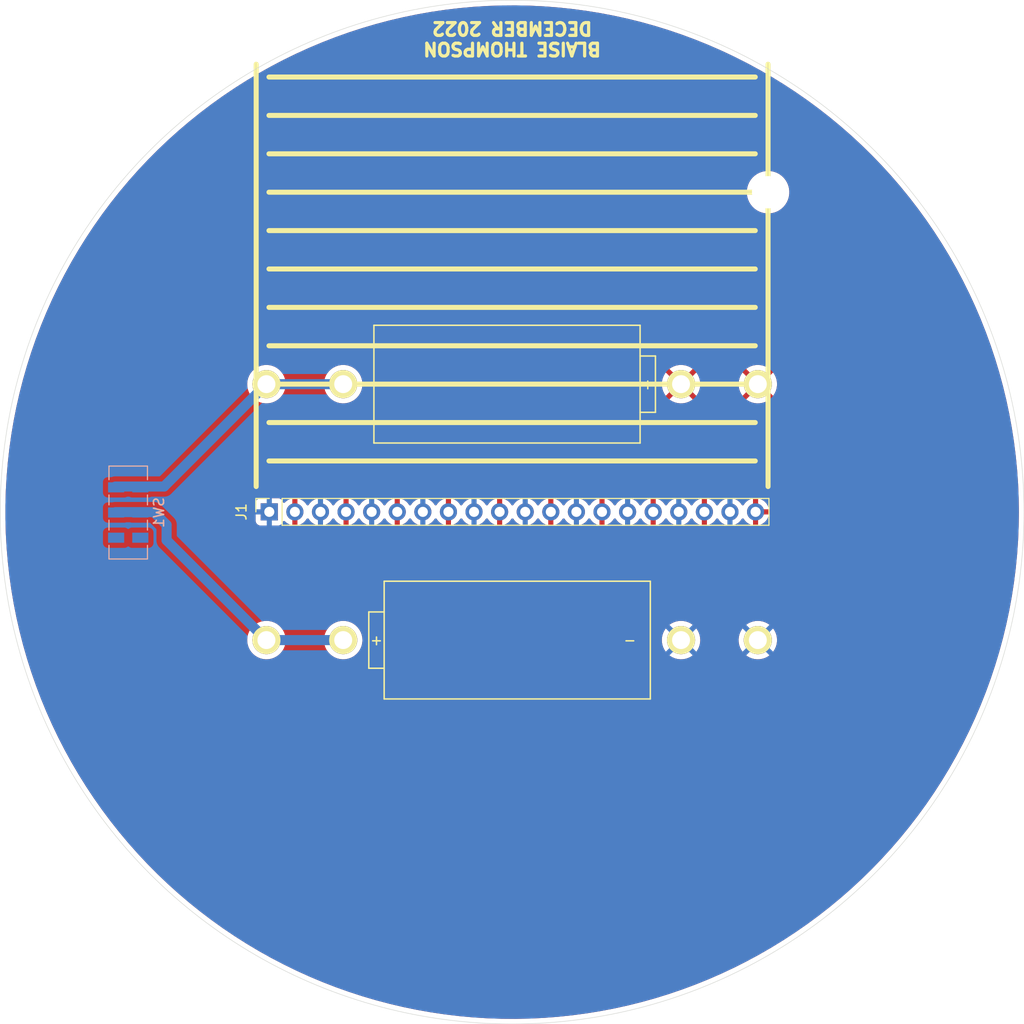
<source format=kicad_pcb>
(kicad_pcb (version 20211014) (generator pcbnew)

  (general
    (thickness 1.6)
  )

  (paper "USLetter")
  (title_block
    (title "2022 Ornament (Base)")
    (date "2022-11-27")
    (rev "A")
    (company "Blaise Thompson")
  )

  (layers
    (0 "F.Cu" signal)
    (31 "B.Cu" signal)
    (32 "B.Adhes" user "B.Adhesive")
    (33 "F.Adhes" user "F.Adhesive")
    (34 "B.Paste" user)
    (35 "F.Paste" user)
    (36 "B.SilkS" user "B.Silkscreen")
    (37 "F.SilkS" user "F.Silkscreen")
    (38 "B.Mask" user)
    (39 "F.Mask" user)
    (40 "Dwgs.User" user "User.Drawings")
    (41 "Cmts.User" user "User.Comments")
    (42 "Eco1.User" user "User.Eco1")
    (43 "Eco2.User" user "User.Eco2")
    (44 "Edge.Cuts" user)
    (45 "Margin" user)
    (46 "B.CrtYd" user "B.Courtyard")
    (47 "F.CrtYd" user "F.Courtyard")
    (48 "B.Fab" user)
    (49 "F.Fab" user)
  )

  (setup
    (pad_to_mask_clearance 0)
    (pcbplotparams
      (layerselection 0x00010fc_ffffffff)
      (disableapertmacros false)
      (usegerberextensions false)
      (usegerberattributes true)
      (usegerberadvancedattributes true)
      (creategerberjobfile true)
      (svguseinch false)
      (svgprecision 6)
      (excludeedgelayer true)
      (plotframeref false)
      (viasonmask false)
      (mode 1)
      (useauxorigin false)
      (hpglpennumber 1)
      (hpglpenspeed 20)
      (hpglpendiameter 15.000000)
      (dxfpolygonmode true)
      (dxfimperialunits true)
      (dxfusepcbnewfont true)
      (psnegative false)
      (psa4output false)
      (plotreference false)
      (plotvalue false)
      (plotinvisibletext false)
      (sketchpadsonfab false)
      (subtractmaskfromsilk false)
      (outputformat 1)
      (mirror false)
      (drillshape 0)
      (scaleselection 1)
      (outputdirectory "gerber")
    )
  )

  (net 0 "")
  (net 1 "Net-(BT1-Pad1)")
  (net 2 "Net-(BT2-Pad2)")
  (net 3 "ANODE")
  (net 4 "CATHODE")
  (net 5 "unconnected-(SW1-Pad1)")
  (net 6 "unconnected-(SW1-Pad4)")

  (footprint "Connector_PinSocket_2.54mm:PinSocket_1x20_P2.54mm_Vertical" (layer "F.Cu") (at 102.9 101.575 90))

  (footprint "footprints:AA_PCB-Clip" (layer "F.Cu") (at 143.764 88.9 180))

  (footprint "footprints:AA_PCB-Clip" (layer "F.Cu") (at 110.236 114.3))

  (footprint "MountingHole:MountingHole_3.2mm_M3" (layer "F.Cu") (at 152.4 69.85))

  (footprint "Button_Switch_SMD:SW_DPDT_CK_JS202011JCQN" (layer "B.Cu") (at 88.9 101.64 90))

  (gr_line (start 102.87 96.52) (end 151.13 96.52) (layer "F.SilkS") (width 0.5) (tstamp 06e5e575-265e-42d7-8503-01e6393d633c))
  (gr_line (start 102.87 85.09) (end 151.13 85.09) (layer "F.SilkS") (width 0.5) (tstamp 086a0a33-5da3-4b15-907b-95cebc2c88fd))
  (gr_line (start 102.87 81.28) (end 151.13 81.28) (layer "F.SilkS") (width 0.5) (tstamp 0fe67cbc-cd4d-49c5-87f6-37c2b74f734a))
  (gr_line (start 102.87 66.04) (end 151.13 66.04) (layer "F.SilkS") (width 0.5) (tstamp 1994bbc0-20b9-4266-bc59-d033e9b2a0c1))
  (gr_line (start 102.87 77.47) (end 151.13 77.47) (layer "F.SilkS") (width 0.5) (tstamp 1dd59f51-e552-4a6f-aea2-f02934b97647))
  (gr_line (start 102.87 92.71) (end 151.13 92.71) (layer "F.SilkS") (width 0.5) (tstamp 5eb67bec-42eb-4794-866c-de5bc2e9fe2e))
  (gr_line (start 102.87 88.9) (end 151.13 88.9) (layer "F.SilkS") (width 0.5) (tstamp 6ceabe07-c203-409b-b206-474be5a93546))
  (gr_line (start 152.4 99.06) (end 152.4 57.15) (layer "F.SilkS") (width 0.5) (tstamp 6d364d7e-0ada-4306-a7d5-8674c7a0fbb2))
  (gr_line (start 102.87 62.23) (end 151.13 62.23) (layer "F.SilkS") (width 0.5) (tstamp 8242014d-70ee-46b6-94d5-fd44f0776eed))
  (gr_line (start 102.87 73.66) (end 151.13 73.66) (layer "F.SilkS") (width 0.5) (tstamp 994d858f-0a07-4231-aa10-bb7d85e7dcf9))
  (gr_line (start 101.6 99.06) (end 101.6 57.15) (layer "F.SilkS") (width 0.5) (tstamp b2e8cc7d-88c2-4141-b0ca-667529f39a16))
  (gr_line (start 102.87 69.85) (end 151.13 69.85) (layer "F.SilkS") (width 0.5) (tstamp dd10b837-5c19-4207-950d-64f19e13536e))
  (gr_line (start 102.87 58.42) (end 151.13 58.42) (layer "F.SilkS") (width 0.5) (tstamp f079f722-66ae-4bfa-bacd-0c8522a563f7))
  (gr_circle (center 127 101.6) (end 177.8 101.6) (layer "Edge.Cuts") (width 0.05) (fill none) (tstamp 149d335e-776d-41aa-8e2f-18371144bc91))
  (gr_text "BLAISE THOMPSON\nDECEMBER 2022" (at 127 54.61 180) (layer "F.SilkS") (tstamp 00000000-0000-0000-0000-0000616e7203)
    (effects (font (size 1.27 1.27) (thickness 0.3175)))
  )

  (segment (start 91.44 101.6) (end 87.63 101.6) (width 1) (layer "B.Cu") (net 1) (tstamp 22c49f44-7af2-4b14-9226-654d6c4121c3))
  (segment (start 92.71 102.87) (end 91.44 101.6) (width 1) (layer "B.Cu") (net 1) (tstamp 3c4cca20-652c-426e-803a-6474ffdca9aa))
  (segment (start 102.616 114.3) (end 92.71 104.394) (width 1) (layer "B.Cu") (net 1) (tstamp 4083129d-4502-4dd7-a848-79fe4466672e))
  (segment (start 92.71 104.394) (end 92.71 102.87) (width 1) (layer "B.Cu") (net 1) (tstamp bf9ae165-60f5-4e7c-86c6-074e87625784))
  (segment (start 102.616 114.3) (end 110.236 114.3) (width 1) (layer "B.Cu") (net 1) (tstamp d05eaf99-4f9e-4dfc-90d2-551e25a17da6))
  (segment (start 102.616 88.9) (end 92.456 99.06) (width 1) (layer "B.Cu") (net 2) (tstamp 5ebb6b02-524b-4a24-8ff7-47af0b3b5723))
  (segment (start 110.236 88.9) (end 102.616 88.9) (width 1) (layer "B.Cu") (net 2) (tstamp 9e7f2426-675f-4cff-ab7e-c79fe80c1ab3))
  (segment (start 92.456 99.06) (end 87.63 99.06) (width 1) (layer "B.Cu") (net 2) (tstamp e17b59f8-355c-401d-8f46-f721997b73ce))

  (zone (net 3) (net_name "ANODE") (layer "F.Cu") (tstamp f70f802e-7140-4438-a85f-d3ec513f4e6a) (hatch edge 0.508)
    (connect_pads (clearance 0.508))
    (min_thickness 0.254) (filled_areas_thickness no)
    (fill yes (thermal_gap 0.508) (thermal_bridge_width 0.508))
    (polygon
      (pts
        (xy 177.8 152.4)
        (xy 76.2 152.4)
        (xy 76.2 50.8)
        (xy 177.8 50.8)
      )
    )
    (filled_polygon
      (layer "F.Cu")
      (pts
        (xy 127.35286 51.309763)
        (xy 127.765328 51.318403)
        (xy 128.753361 51.339099)
        (xy 128.756877 51.339221)
        (xy 129.86129 51.393236)
        (xy 130.156081 51.407654)
        (xy 130.159577 51.407873)
        (xy 131.556322 51.515347)
        (xy 131.559777 51.515662)
        (xy 132.810836 51.647153)
        (xy 132.952981 51.662093)
        (xy 132.956476 51.66251)
        (xy 134.345002 51.847779)
        (xy 134.348459 51.848289)
        (xy 135.008396 51.955176)
        (xy 135.731291 52.07226)
        (xy 135.734756 52.072871)
        (xy 137.110762 52.335358)
        (xy 137.114209 52.336065)
        (xy 137.774908 52.481329)
        (xy 138.482435 52.636889)
        (xy 138.485815 52.637683)
        (xy 139.128817 52.798001)
        (xy 139.845048 52.976578)
        (xy 139.848408 52.977465)
        (xy 141.197732 53.354202)
        (xy 141.201045 53.355178)
        (xy 142.53923 53.769416)
        (xy 142.542576 53.770503)
        (xy 143.868695 54.22195)
        (xy 143.87201 54.223131)
        (xy 145.185017 54.711435)
        (xy 145.188297 54.712707)
        (xy 146.487089 55.237452)
        (xy 146.490333 55.238815)
        (xy 147.774082 55.799672)
        (xy 147.777215 55.801094)
        (xy 149.044758 56.397553)
        (xy 149.047867 56.399069)
        (xy 150.125278 56.943309)
        (xy 150.298281 57.030699)
        (xy 150.301399 57.032329)
        (xy 151.53368 57.69862)
        (xy 151.536721 57.700321)
        (xy 152.135946 58.046283)
        (xy 152.749868 58.400731)
        (xy 152.75289 58.402532)
        (xy 153.946048 59.136569)
        (xy 153.949019 59.138455)
        (xy 155.121164 59.905485)
        (xy 155.124081 59.907452)
        (xy 155.381755 60.08654)
        (xy 156.274411 60.706952)
        (xy 156.277222 60.708964)
        (xy 157.292979 61.457845)
        (xy 157.404807 61.540292)
        (xy 157.407609 61.54242)
        (xy 158.511446 62.404831)
        (xy 158.514188 62.407035)
        (xy 159.593569 63.299977)
        (xy 159.596249 63.302258)
        (xy 160.650247 64.224963)
        (xy 160.652862 64.227317)
        (xy 161.680702 65.179108)
        (xy 161.68325 65.181534)
        (xy 162.684131 66.161669)
        (xy 162.68661 66.164166)
        (xy 163.659717 67.171847)
        (xy 163.662125 67.174412)
        (xy 164.6067 68.208854)
        (xy 164.609036 68.211485)
        (xy 165.524363 69.271902)
        (xy 165.526625 69.274597)
        (xy 166.107608 69.986951)
        (xy 166.412007 70.360181)
        (xy 166.414193 70.362939)
        (xy 167.268915 71.47282)
        (xy 167.271022 71.475637)
        (xy 168.09441 72.608933)
        (xy 168.096438 72.611808)
        (xy 168.887871 73.767666)
        (xy 168.889818 73.770597)
        (xy 169.648651 74.948076)
        (xy 169.650516 74.95106)
        (xy 170.376195 76.149299)
        (xy 170.377975 76.152333)
        (xy 170.721701 76.757399)
        (xy 171.069915 77.370367)
        (xy 171.07161 77.373451)
        (xy 171.729244 78.610281)
        (xy 171.730853 78.61341)
        (xy 172.353732 79.868191)
        (xy 172.355252 79.871364)
        (xy 172.647356 80.503534)
        (xy 172.942833 81.143006)
        (xy 172.944264 81.14622)
        (xy 173.496111 82.433775)
        (xy 173.497452 82.437028)
        (xy 174.013147 83.739525)
        (xy 174.014396 83.742814)
        (xy 174.493519 85.059196)
        (xy 174.494658 85.062467)
        (xy 174.936832 86.391694)
        (xy 174.937896 86.395048)
        (xy 175.342782 87.736092)
        (xy 175.343752 87.739474)
        (xy 175.514254 88.367025)
        (xy 175.658185 88.896779)
        (xy 175.711039 89.091316)
        (xy 175.711913 89.09472)
        (xy 175.752965 89.264408)
        (xy 176.041306 90.456267)
        (xy 176.042086 90.459698)
        (xy 176.333344 91.829959)
        (xy 176.334024 91.833398)
        (xy 176.460301 92.521421)
        (xy 176.586901 93.21121)
        (xy 176.587488 93.214679)
        (xy 176.801801 94.59906)
        (xy 176.80229 94.602544)
        (xy 176.977855 95.992284)
        (xy 176.978248 95.995781)
        (xy 177.114951 97.389983)
        (xy 177.115245 97.393489)
        (xy 177.212962 98.790912)
        (xy 177.213158 98.794425)
        (xy 177.271817 100.193994)
        (xy 177.271916 100.197511)
        (xy 177.291475 101.598241)
        (xy 177.291475 101.601759)
        (xy 177.271916 103.002489)
        (xy 177.271817 103.006006)
        (xy 177.213158 104.405575)
        (xy 177.212962 104.409088)
        (xy 177.115245 105.806511)
        (xy 177.114951 105.810017)
        (xy 176.978248 107.204219)
        (xy 176.977855 107.207716)
        (xy 176.80229 108.597456)
        (xy 176.801801 108.60094)
        (xy 176.587488 109.985321)
        (xy 176.586905 109.988766)
        (xy 176.459979 110.680332)
        (xy 176.334027 111.366589)
        (xy 176.333344 111.370041)
        (xy 176.042086 112.740302)
        (xy 176.041306 112.743733)
        (xy 175.711914 114.105276)
        (xy 175.711039 114.108684)
        (xy 175.343752 115.460526)
        (xy 175.342782 115.463908)
        (xy 174.937896 116.804952)
        (xy 174.936832 116.808306)
        (xy 174.494658 118.137533)
        (xy 174.493519 118.140804)
        (xy 174.253943 118.799036)
        (xy 174.014396 119.457186)
        (xy 174.013147 119.460475)
        (xy 173.497452 120.762972)
        (xy 173.496111 120.766225)
        (xy 172.944264 122.05378)
        (xy 172.942843 122.056971)
        (xy 172.522904 122.965803)
        (xy 172.355252 123.328636)
        (xy 172.353732 123.331809)
        (xy 171.730853 124.58659)
        (xy 171.729244 124.589719)
        (xy 171.07161 125.826549)
        (xy 171.069925 125.829614)
        (xy 170.59846 126.659543)
        (xy 170.377975 127.047667)
        (xy 170.376195 127.050701)
        (xy 169.650516 128.24894)
        (xy 169.648651 128.251924)
        (xy 168.889818 129.429403)
        (xy 168.887871 129.432334)
        (xy 168.096438 130.588192)
        (xy 168.09441 130.591067)
        (xy 167.271022 131.724363)
        (xy 167.268915 131.72718)
        (xy 166.414193 132.837061)
        (xy 166.412016 132.839807)
        (xy 165.627229 133.802051)
        (xy 165.526625 133.925403)
        (xy 165.524363 133.928098)
        (xy 164.609036 134.988515)
        (xy 164.6067 134.991146)
        (xy 163.662125 136.025588)
        (xy 163.659717 136.028153)
        (xy 162.68661 137.035834)
        (xy 162.684131 137.038331)
        (xy 161.68325 138.018466)
        (xy 161.680702 138.020892)
        (xy 160.652862 138.972683)
        (xy 160.650247 138.975037)
        (xy 159.596249 139.897742)
        (xy 159.593569 139.900023)
        (xy 158.514188 140.792965)
        (xy 158.511446 140.795169)
        (xy 157.407609 141.65758)
        (xy 157.404807 141.659708)
        (xy 156.277222 142.491036)
        (xy 156.274411 142.493048)
        (xy 155.694929 142.895799)
        (xy 155.124081 143.292548)
        (xy 155.121164 143.294515)
        (xy 153.949019 144.061545)
        (xy 153.946048 144.063431)
        (xy 152.75289 144.797468)
        (xy 152.749878 144.799263)
        (xy 151.792657 145.351915)
        (xy 151.536736 145.499671)
        (xy 151.53368 145.50138)
        (xy 150.911152 145.837979)
        (xy 150.301399 146.167671)
        (xy 150.298281 146.169301)
        (xy 149.047867 146.800931)
        (xy 149.044758 146.802447)
        (xy 147.777215 147.398906)
        (xy 147.774082 147.400328)
        (xy 146.596568 147.914772)
        (xy 146.490333 147.961185)
        (xy 146.487089 147.962548)
        (xy 145.188297 148.487293)
        (xy 145.185017 148.488565)
        (xy 143.87201 148.976869)
        (xy 143.868695 148.97805)
        (xy 142.542576 149.429497)
        (xy 142.53923 149.430584)
        (xy 141.201045 149.844822)
        (xy 141.197732 149.845798)
        (xy 139.848408 150.222535)
        (xy 139.845048 150.223422)
        (xy 139.148145 150.39718)
        (xy 138.485815 150.562317)
        (xy 138.482435 150.563111)
        (xy 137.904145 150.690256)
        (xy 137.114209 150.863935)
        (xy 137.110762 150.864642)
        (xy 135.734756 151.127129)
        (xy 135.731291 151.12774)
        (xy 135.039881 151.239725)
        (xy 134.348459 151.351711)
        (xy 134.345002 151.352221)
        (xy 133.612775 151.449921)
        (xy 132.956474 151.53749)
        (xy 132.952978 151.537907)
        (xy 131.559777 151.684338)
        (xy 131.556322 151.684653)
        (xy 130.159577 151.792127)
        (xy 130.156081 151.792346)
        (xy 129.86129 151.806764)
        (xy 128.756877 151.860779)
        (xy 128.753361 151.860901)
        (xy 127.765328 151.881597)
        (xy 127.35286 151.890237)
        (xy 127.349366 151.890262)
        (xy 126.688403 151.885648)
        (xy 125.948521 151.880482)
        (xy 125.945004 151.880408)
        (xy 124.545028 151.83152)
        (xy 124.541513 151.831348)
        (xy 123.143438 151.743388)
        (xy 123.13993 151.743118)
        (xy 122.106348 151.649055)
        (xy 121.744879 151.616159)
        (xy 121.741394 151.615794)
        (xy 121.084721 151.53749)
        (xy 120.350349 151.449921)
        (xy 120.346862 151.449455)
        (xy 119.932466 151.388263)
        (xy 118.961062 151.244818)
        (xy 118.957661 151.244268)
        (xy 117.578019 151.001)
        (xy 117.574564 151.00034)
        (xy 116.911871 150.864309)
        (xy 116.202375 150.71867)
        (xy 116.198941 150.717916)
        (xy 114.835105 150.398031)
        (xy 114.831691 150.39718)
        (xy 113.477328 150.039341)
        (xy 113.473939 150.038395)
        (xy 112.130067 149.642873)
        (xy 112.126706 149.641832)
        (xy 110.794447 149.208954)
        (xy 110.791116 149.20782)
        (xy 109.471463 148.737913)
        (xy 109.468165 148.736687)
        (xy 108.162111 148.230102)
        (xy 108.158849 148.228784)
        (xy 106.867455 147.685932)
        (xy 106.864231 147.684523)
        (xy 105.588532 147.105841)
        (xy 105.585348 147.104343)
        (xy 104.326277 146.490253)
        (xy 104.323137 146.488667)
        (xy 103.081689 145.839653)
        (xy 103.078594 145.837979)
        (xy 101.855791 145.154578)
        (xy 101.852744 145.152819)
        (xy 100.649468 144.435522)
        (xy 100.646471 144.433678)
        (xy 99.787825 143.888765)
        (xy 99.463705 143.683072)
        (xy 99.460795 143.681168)
        (xy 98.299415 142.897807)
        (xy 98.296526 142.895799)
        (xy 97.157503 142.080339)
        (xy 97.154671 142.078251)
        (xy 96.038874 141.231315)
        (xy 96.036101 141.229149)
        (xy 94.944357 140.351365)
        (xy 94.941646 140.349122)
        (xy 93.874844 139.441202)
        (xy 93.872197 139.438884)
        (xy 93.186487 138.821467)
        (xy 92.831201 138.501567)
        (xy 92.828622 138.499179)
        (xy 91.814153 137.533114)
        (xy 91.811639 137.530652)
        (xy 90.824559 136.536656)
        (xy 90.822115 136.534125)
        (xy 89.86319 135.512975)
        (xy 89.860817 135.510377)
        (xy 88.930724 134.462787)
        (xy 88.928461 134.460165)
        (xy 88.028002 133.387041)
        (xy 88.025782 133.384318)
        (xy 87.155657 132.286494)
        (xy 87.15351 132.283706)
        (xy 86.762697 131.761294)
        (xy 86.314368 131.162)
        (xy 86.3123 131.159153)
        (xy 85.504824 130.014482)
        (xy 85.502836 130.011579)
        (xy 84.727624 128.844792)
        (xy 84.725718 128.841835)
        (xy 83.983382 127.653849)
        (xy 83.981559 127.650839)
        (xy 83.27269 126.442601)
        (xy 83.270952 126.439542)
        (xy 82.596073 125.211942)
        (xy 82.594422 125.208835)
        (xy 81.954128 123.962958)
        (xy 81.952563 123.959807)
        (xy 81.347272 122.696466)
        (xy 81.345796 122.693272)
        (xy 80.776019 121.413534)
        (xy 80.774633 121.4103)
        (xy 80.240811 120.115148)
        (xy 80.239516 120.111877)
        (xy 80.145744 119.865021)
        (xy 79.742051 118.802291)
        (xy 79.740867 118.799036)
        (xy 79.511665 118.140856)
        (xy 79.280186 117.476141)
        (xy 79.279076 117.472806)
        (xy 79.06722 116.804952)
        (xy 78.855488 116.13749)
        (xy 78.854479 116.134146)
        (xy 78.846802 116.10737)
        (xy 78.468351 114.787555)
        (xy 78.467432 114.78417)
        (xy 78.465101 114.775089)
        (xy 78.327712 114.239994)
        (xy 100.706576 114.239994)
        (xy 100.706751 114.244446)
        (xy 100.713772 114.423135)
        (xy 100.71717 114.509633)
        (xy 100.765651 114.775089)
        (xy 100.851051 115.031066)
        (xy 100.853044 115.035054)
        (xy 100.930386 115.189839)
        (xy 100.971667 115.272456)
        (xy 101.125092 115.494443)
        (xy 101.308264 115.692598)
        (xy 101.311718 115.69541)
        (xy 101.454883 115.811964)
        (xy 101.517529 115.862966)
        (xy 101.654457 115.945403)
        (xy 101.744896 115.999852)
        (xy 101.7449 115.999854)
        (xy 101.748712 116.002149)
        (xy 101.908013 116.069605)
        (xy 101.993101 116.105635)
        (xy 101.993105 116.105636)
        (xy 101.997199 116.10737)
        (xy 102.001491 116.108508)
        (xy 102.001494 116.108509)
        (xy 102.253736 116.17539)
        (xy 102.25374 116.175391)
        (xy 102.258033 116.176529)
        (xy 102.262442 116.177051)
        (xy 102.262448 116.177052)
        (xy 102.438105 116.197842)
        (xy 102.526009 116.208246)
        (xy 102.795781 116.201889)
        (xy 102.954984 116.17539)
        (xy 103.057576 116.158314)
        (xy 103.05758 116.158313)
        (xy 103.061966 116.157583)
        (xy 103.066207 116.156242)
        (xy 103.06621 116.156241)
        (xy 103.315007 116.077557)
        (xy 103.315009 116.077556)
        (xy 103.319253 116.076214)
        (xy 103.323264 116.074288)
        (xy 103.323269 116.074286)
        (xy 103.558489 115.961335)
        (xy 103.55849 115.961334)
        (xy 103.562508 115.959405)
        (xy 103.711046 115.860155)
        (xy 103.783169 115.811964)
        (xy 103.783173 115.811961)
        (xy 103.786877 115.809486)
        (xy 103.790194 115.806515)
        (xy 103.790198 115.806512)
        (xy 103.984567 115.632421)
        (xy 103.984568 115.63242)
        (xy 103.987885 115.629449)
        (xy 104.161519 115.422886)
        (xy 104.304317 115.193918)
        (xy 104.413428 114.947114)
        (xy 104.486675 114.687398)
        (xy 104.487514 114.681149)
        (xy 104.52217 114.423135)
        (xy 104.522171 114.423127)
        (xy 104.522597 114.419953)
        (xy 104.526367 114.3)
        (xy 104.522118 114.239994)
        (xy 108.326576 114.239994)
        (xy 108.326751 114.244446)
        (xy 108.333772 114.423135)
        (xy 108.33717 114.509633)
        (xy 108.385651 114.775089)
        (xy 108.471051 115.031066)
        (xy 108.473044 115.035054)
        (xy 108.550386 115.189839)
        (xy 108.591667 115.272456)
        (xy 108.745092 115.494443)
        (xy 108.928264 115.692598)
        (xy 108.931718 115.69541)
        (xy 109.074883 115.811964)
        (xy 109.137529 115.862966)
        (xy 109.274457 115.945403)
        (xy 109.364896 115.999852)
        (xy 109.3649 115.999854)
        (xy 109.368712 116.002149)
        (xy 109.528013 116.069605)
        (xy 109.613101 116.105635)
        (xy 109.613105 116.105636)
        (xy 109.617199 116.10737)
        (xy 109.621491 116.108508)
        (xy 109.621494 116.108509)
        (xy 109.873736 116.17539)
        (xy 109.87374 116.175391)
        (xy 109.878033 116.176529)
        (xy 109.882442 116.177051)
        (xy 109.882448 116.177052)
        (xy 110.058105 116.197842)
        (xy 110.146009 116.208246)
        (xy 110.415781 116.201889)
        (xy 110.574984 116.17539)
        (xy 110.677576 116.158314)
        (xy 110.67758 116.158313)
        (xy 110.681966 116.157583)
        (xy 110.686207 116.156242)
        (xy 110.68621 116.156241)
        (xy 110.935007 116.077557)
        (xy 110.935009 116.077556)
        (xy 110.939253 116.076214)
        (xy 110.943264 116.074288)
        (xy 110.943269 116.074286)
        (xy 111.178489 115.961335)
        (xy 111.17849 115.961334)
        (xy 111.182508 115.959405)
        (xy 111.331046 115.860155)
        (xy 111.403169 115.811964)
        (xy 111.403173 115.811961)
        (xy 111.406877 115.809486)
        (xy 111.410194 115.806515)
        (xy 111.410198 115.806512)
        (xy 111.604567 115.632421)
        (xy 111.604568 115.63242)
        (xy 111.607885 115.629449)
        (xy 111.781519 115.422886)
        (xy 111.924317 115.193918)
        (xy 112.033428 114.947114)
        (xy 112.106675 114.687398)
        (xy 112.107514 114.681149)
        (xy 112.14217 114.423135)
        (xy 112.142171 114.423127)
        (xy 112.142597 114.419953)
        (xy 112.146367 114.3)
        (xy 112.142118 114.239994)
        (xy 141.854576 114.239994)
        (xy 141.854751 114.244446)
        (xy 141.861772 114.423135)
        (xy 141.86517 114.509633)
        (xy 141.913651 114.775089)
        (xy 141.999051 115.031066)
        (xy 142.001044 115.035054)
        (xy 142.078386 115.189839)
        (xy 142.119667 115.272456)
        (xy 142.273092 115.494443)
        (xy 142.456264 115.692598)
        (xy 142.459718 115.69541)
        (xy 142.602883 115.811964)
        (xy 142.665529 115.862966)
        (xy 142.802457 115.945403)
        (xy 142.892896 115.999852)
        (xy 142.8929 115.999854)
        (xy 142.896712 116.002149)
        (xy 143.056013 116.069605)
        (xy 143.141101 116.105635)
        (xy 143.141105 116.105636)
        (xy 143.145199 116.10737)
        (xy 143.149491 116.108508)
        (xy 143.149494 116.108509)
        (xy 143.401736 116.17539)
        (xy 143.40174 116.175391)
        (xy 143.406033 116.176529)
        (xy 143.410442 116.177051)
        (xy 143.410448 116.177052)
        (xy 143.586105 116.197842)
        (xy 143.674009 116.208246)
        (xy 143.943781 116.201889)
        (xy 144.102984 116.17539)
        (xy 144.205576 116.158314)
        (xy 144.20558 116.158313)
        (xy 144.209966 116.157583)
        (xy 144.214207 116.156242)
        (xy 144.21421 116.156241)
        (xy 144.463007 116.077557)
        (xy 144.463009 116.077556)
        (xy 144.467253 116.076214)
        (xy 144.471264 116.074288)
        (xy 144.471269 116.074286)
        (xy 144.706489 115.961335)
        (xy 144.70649 115.961334)
        (xy 144.710508 115.959405)
        (xy 144.859046 115.860155)
        (xy 144.931169 115.811964)
        (xy 144.931173 115.811961)
        (xy 144.934877 115.809486)
        (xy 144.938194 115.806515)
        (xy 144.938198 115.806512)
        (xy 145.132567 115.632421)
        (xy 145.132568 115.63242)
        (xy 145.135885 115.629449)
        (xy 145.309519 115.422886)
        (xy 145.452317 115.193918)
        (xy 145.561428 114.947114)
        (xy 145.634675 114.687398)
        (xy 145.635514 114.681149)
        (xy 145.67017 114.423135)
        (xy 145.670171 114.423127)
        (xy 145.670597 114.419953)
        (xy 145.674367 114.3)
        (xy 145.670118 114.239994)
        (xy 149.474576 114.239994)
        (xy 149.474751 114.244446)
        (xy 149.481772 114.423135)
        (xy 149.48517 114.509633)
        (xy 149.533651 114.775089)
        (xy 149.619051 115.031066)
        (xy 149.621044 115.035054)
        (xy 149.698386 115.189839)
        (xy 149.739667 115.272456)
        (xy 149.893092 115.494443)
        (xy 150.076264 115.692598)
        (xy 150.079718 115.69541)
        (xy 150.222883 115.811964)
        (xy 150.285529 115.862966)
        (xy 150.422457 115.945403)
        (xy 150.512896 115.999852)
        (xy 150.5129 115.999854)
        (xy 150.516712 116.002149)
        (xy 150.676013 116.069605)
        (xy 150.761101 116.105635)
        (xy 150.761105 116.105636)
        (xy 150.765199 116.10737)
        (xy 150.769491 116.108508)
        (xy 150.769494 116.108509)
        (xy 151.021736 116.17539)
        (xy 151.02174 116.175391)
        (xy 151.026033 116.176529)
        (xy 151.030442 116.177051)
        (xy 151.030448 116.177052)
        (xy 151.206105 116.197842)
        (xy 151.294009 116.208246)
        (xy 151.563781 116.201889)
        (xy 151.722984 116.17539)
        (xy 151.825576 116.158314)
        (xy 151.82558 116.158313)
        (xy 151.829966 116.157583)
        (xy 151.834207 116.156242)
        (xy 151.83421 116.156241)
        (xy 152.083007 116.077557)
        (xy 152.083009 116.077556)
        (xy 152.087253 116.076214)
        (xy 152.091264 116.074288)
        (xy 152.091269 116.074286)
        (xy 152.326489 115.961335)
        (xy 152.32649 115.961334)
        (xy 152.330508 115.959405)
        (xy 152.479046 115.860155)
        (xy 152.551169 115.811964)
        (xy 152.551173 115.811961)
        (xy 152.554877 115.809486)
        (xy 152.558194 115.806515)
        (xy 152.558198 115.806512)
        (xy 152.752567 115.632421)
        (xy 152.752568 115.63242)
        (xy 152.755885 115.629449)
        (xy 152.929519 115.422886)
        (xy 153.072317 115.193918)
        (xy 153.181428 114.947114)
        (xy 153.254675 114.687398)
        (xy 153.255514 114.681149)
        (xy 153.29017 114.423135)
        (xy 153.290171 114.423127)
        (xy 153.290597 114.419953)
        (xy 153.294367 114.3)
        (xy 153.275309 114.030827)
        (xy 153.262548 113.971552)
        (xy 153.21945 113.771377)
        (xy 153.218513 113.767025)
        (xy 153.149107 113.578889)
        (xy 153.126656 113.518034)
        (xy 153.125115 113.513857)
        (xy 153.076607 113.423955)
        (xy 152.999089 113.28029)
        (xy 152.996976 113.276374)
        (xy 152.836654 113.059316)
        (xy 152.789315 113.011227)
        (xy 152.650479 112.870194)
        (xy 152.647348 112.867013)
        (xy 152.643808 112.864312)
        (xy 152.643802 112.864306)
        (xy 152.436375 112.706003)
        (xy 152.432835 112.703301)
        (xy 152.197395 112.571448)
        (xy 151.945725 112.474085)
        (xy 151.9414 112.473082)
        (xy 151.941395 112.473081)
        (xy 151.796885 112.439586)
        (xy 151.682847 112.413153)
        (xy 151.414007 112.389869)
        (xy 151.409572 112.390113)
        (xy 151.409568 112.390113)
        (xy 151.149011 112.404452)
        (xy 151.149004 112.404453)
        (xy 151.144568 112.404697)
        (xy 150.879906 112.457341)
        (xy 150.875696 112.458819)
        (xy 150.875694 112.45882)
        (xy 150.727185 112.510973)
        (xy 150.625302 112.546752)
        (xy 150.621351 112.548805)
        (xy 150.621345 112.548807)
        (xy 150.389786 112.669092)
        (xy 150.385836 112.671144)
        (xy 150.382221 112.673727)
        (xy 150.382215 112.673731)
        (xy 150.289059 112.740302)
        (xy 150.166286 112.828037)
        (xy 149.971033 113.014299)
        (xy 149.803973 113.226214)
        (xy 149.668438 113.459555)
        (xy 149.66677 113.463672)
        (xy 149.666767 113.463679)
        (xy 149.568807 113.705531)
        (xy 149.567133 113.709664)
        (xy 149.50208 113.971552)
        (xy 149.474576 114.239994)
        (xy 145.670118 114.239994)
        (xy 145.655309 114.030827)
        (xy 145.642548 113.971552)
        (xy 145.59945 113.771377)
        (xy 145.598513 113.767025)
        (xy 145.529107 113.578889)
        (xy 145.506656 113.518034)
        (xy 145.505115 113.513857)
        (xy 145.456607 113.423955)
        (xy 145.379089 113.28029)
        (xy 145.376976 113.276374)
        (xy 145.216654 113.059316)
        (xy 145.169315 113.011227)
        (xy 145.030479 112.870194)
        (xy 145.027348 112.867013)
        (xy 145.023808 112.864312)
        (xy 145.023802 112.864306)
        (xy 144.816375 112.706003)
        (xy 144.812835 112.703301)
        (xy 144.577395 112.571448)
        (xy 144.325725 112.474085)
        (xy 144.3214 112.473082)
        (xy 144.321395 112.473081)
        (xy 144.176885 112.439586)
        (xy 144.062847 112.413153)
        (xy 143.794007 112.389869)
        (xy 143.789572 112.390113)
        (xy 143.789568 112.390113)
        (xy 143.529011 112.404452)
        (xy 143.529004 112.404453)
        (xy 143.524568 112.404697)
        (xy 143.259906 112.457341)
        (xy 143.255696 112.458819)
        (xy 143.255694 112.45882)
        (xy 143.107185 112.510973)
        (xy 143.005302 112.546752)
        (xy 143.001351 112.548805)
        (xy 143.001345 112.548807)
        (xy 142.769786 112.669092)
        (xy 142.765836 112.671144)
        (xy 142.762221 112.673727)
        (xy 142.762215 112.673731)
        (xy 142.669059 112.740302)
        (xy 142.546286 112.828037)
        (xy 142.351033 113.014299)
        (xy 142.183973 113.226214)
        (xy 142.048438 113.459555)
        (xy 142.04677 113.463672)
        (xy 142.046767 113.463679)
        (xy 141.948807 113.705531)
        (xy 141.947133 113.709664)
        (xy 141.88208 113.971552)
        (xy 141.854576 114.239994)
        (xy 112.142118 114.239994)
        (xy 112.127309 114.030827)
        (xy 112.114548 113.971552)
        (xy 112.07145 113.771377)
        (xy 112.070513 113.767025)
        (xy 112.001107 113.578889)
        (xy 111.978656 113.518034)
        (xy 111.977115 113.513857)
        (xy 111.928607 113.423955)
        (xy 111.851089 113.28029)
        (xy 111.848976 113.276374)
        (xy 111.688654 113.059316)
        (xy 111.641315 113.011227)
        (xy 111.502479 112.870194)
        (xy 111.499348 112.867013)
        (xy 111.495808 112.864312)
        (xy 111.495802 112.864306)
        (xy 111.288375 112.706003)
        (xy 111.284835 112.703301)
        (xy 111.049395 112.571448)
        (xy 110.797725 112.474085)
        (xy 110.7934 112.473082)
        (xy 110.793395 112.473081)
        (xy 110.648885 112.439586)
        (xy 110.534847 112.413153)
        (xy 110.266007 112.389869)
        (xy 110.261572 112.390113)
        (xy 110.261568 112.390113)
        (xy 110.001011 112.404452)
        (xy 110.001004 112.404453)
        (xy 109.996568 112.404697)
        (xy 109.731906 112.457341)
        (xy 109.727696 112.458819)
        (xy 109.727694 112.45882)
        (xy 109.579185 112.510973)
        (xy 109.477302 112.546752)
        (xy 109.473351 112.548805)
        (xy 109.473345 112.548807)
        (xy 109.241786 112.669092)
        (xy 109.237836 112.671144)
        (xy 109.234221 112.673727)
        (xy 109.234215 112.673731)
        (xy 109.141059 112.740302)
        (xy 109.018286 112.828037)
        (xy 108.823033 113.014299)
        (xy 108.655973 113.226214)
        (xy 108.520438 113.459555)
        (xy 108.51877 113.463672)
        (xy 108.518767 113.463679)
        (xy 108.420807 113.705531)
        (xy 108.419133 113.709664)
        (xy 108.35408 113.971552)
        (xy 108.326576 114.239994)
        (xy 104.522118 114.239994)
        (xy 104.507309 114.030827)
        (xy 104.494548 113.971552)
        (xy 104.45145 113.771377)
        (xy 104.450513 113.767025)
        (xy 104.381107 113.578889)
        (xy 104.358656 113.518034)
        (xy 104.357115 113.513857)
        (xy 104.308607 113.423955)
        (xy 104.231089 113.28029)
        (xy 104.228976 113.276374)
        (xy 104.068654 113.059316)
        (xy 104.021315 113.011227)
        (xy 103.882479 112.870194)
        (xy 103.879348 112.867013)
        (xy 103.875808 112.864312)
        (xy 103.875802 112.864306)
        (xy 103.668375 112.706003)
        (xy 103.664835 112.703301)
        (xy 103.429395 112.571448)
        (xy 103.177725 112.474085)
        (xy 103.1734 112.473082)
        (xy 103.173395 112.473081)
        (xy 103.028885 112.439586)
        (xy 102.914847 112.413153)
        (xy 102.646007 112.389869)
        (xy 102.641572 112.390113)
        (xy 102.641568 112.390113)
        (xy 102.381011 112.404452)
        (xy 102.381004 112.404453)
        (xy 102.376568 112.404697)
        (xy 102.111906 112.457341)
        (xy 102.107696 112.458819)
        (xy 102.107694 112.45882)
        (xy 101.959185 112.510973)
        (xy 101.857302 112.546752)
        (xy 101.853351 112.548805)
        (xy 101.853345 112.548807)
        (xy 101.621786 112.669092)
        (xy 101.617836 112.671144)
        (xy 101.614221 112.673727)
        (xy 101.614215 112.673731)
        (xy 101.521059 112.740302)
        (xy 101.398286 112.828037)
        (xy 101.203033 113.014299)
        (xy 101.035973 113.226214)
        (xy 100.900438 113.459555)
        (xy 100.89877 113.463672)
        (xy 100.898767 113.463679)
        (xy 100.800807 113.705531)
        (xy 100.799133 113.709664)
        (xy 100.73408 113.971552)
        (xy 100.706576 114.239994)
        (xy 78.327712 114.239994)
        (xy 78.119066 113.427375)
        (xy 78.118238 113.423955)
        (xy 77.807877 112.057892)
        (xy 77.807146 112.054451)
        (xy 77.535062 110.680332)
        (xy 77.534426 110.676871)
        (xy 77.300804 109.295612)
        (xy 77.300266 109.292135)
        (xy 77.105308 107.904938)
        (xy 77.104867 107.901447)
        (xy 76.948716 106.509325)
        (xy 76.948373 106.505823)
        (xy 76.831157 105.109933)
        (xy 76.830911 105.106424)
        (xy 76.752712 103.707733)
        (xy 76.752565 103.704217)
        (xy 76.718177 102.473134)
        (xy 101.5415 102.473134)
        (xy 101.548255 102.535316)
        (xy 101.599385 102.671705)
        (xy 101.686739 102.788261)
        (xy 101.803295 102.875615)
        (xy 101.939684 102.926745)
        (xy 102.001866 102.9335)
        (xy 103.798134 102.9335)
        (xy 103.860316 102.926745)
        (xy 103.996705 102.875615)
        (xy 104.113261 102.788261)
        (xy 104.200615 102.671705)
        (xy 104.244798 102.553848)
        (xy 104.28744 102.497084)
        (xy 104.354001 102.472384)
        (xy 104.42335 102.487592)
        (xy 104.458017 102.51558)
        (xy 104.483218 102.544673)
        (xy 104.49058 102.551883)
        (xy 104.654434 102.687916)
        (xy 104.662881 102.693831)
        (xy 104.846756 102.801279)
        (xy 104.856042 102.805729)
        (xy 105.055001 102.881703)
        (xy 105.064899 102.884579)
        (xy 105.16825 102.905606)
        (xy 105.182299 102.90441)
        (xy 105.186 102.894065)
        (xy 105.186 102.893517)
        (xy 105.694 102.893517)
        (xy 105.698064 102.907359)
        (xy 105.711478 102.909393)
        (xy 105.718184 102.908534)
        (xy 105.728262 102.906392)
        (xy 105.932255 102.845191)
        (xy 105.941842 102.841433)
        (xy 106.133095 102.747739)
        (xy 106.141945 102.742464)
        (xy 106.315328 102.618792)
        (xy 106.3232 102.612139)
        (xy 106.474052 102.461812)
        (xy 106.48073 102.453965)
        (xy 106.608022 102.276819)
        (xy 106.609279 102.277722)
        (xy 106.656373 102.234362)
        (xy 106.726311 102.222145)
        (xy 106.791751 102.249678)
        (xy 106.819579 102.281511)
        (xy 106.879987 102.380088)
        (xy 107.02625 102.548938)
        (xy 107.198126 102.691632)
        (xy 107.391 102.804338)
        (xy 107.599692 102.88403)
        (xy 107.60476 102.885061)
        (xy 107.604763 102.885062)
        (xy 107.699862 102.90441)
        (xy 107.818597 102.928567)
        (xy 107.823772 102.928757)
        (xy 107.823774 102.928757)
        (xy 108.036673 102.936564)
        (xy 108.036677 102.936564)
        (xy 108.041837 102.936753)
        (xy 108.046957 102.936097)
        (xy 108.046959 102.936097)
        (xy 108.258288 102.909025)
        (xy 108.258289 102.909025)
        (xy 108.263416 102.908368)
        (xy 108.268366 102.906883)
        (xy 108.472429 102.845661)
        (xy 108.472434 102.845659)
        (xy 108.477384 102.844174)
        (xy 108.677994 102.745896)
        (xy 108.85986 102.616173)
        (xy 109.018096 102.458489)
        (xy 109.130416 102.302179)
        (xy 109.148453 102.277077)
        (xy 109.14964 102.27793)
        (xy 109.19696 102.234362)
        (xy 109.266897 102.222145)
        (xy 109.332338 102.249678)
        (xy 109.360166 102.281511)
        (xy 109.417694 102.375388)
        (xy 109.423777 102.383699)
        (xy 109.563213 102.544667)
        (xy 109.57058 102.551883)
        (xy 109.734434 102.687916)
        (xy 109.742881 102.693831)
        (xy 109.926756 102.801279)
        (xy 109.936042 102.805729)
        (xy 110.135001 102.881703)
        (xy 110.144899 102.884579)
        (xy 110.24825 102.905606)
        (xy 110.262299 102.90441)
        (xy 110.266 102.894065)
        (xy 110.266 102.893517)
        (xy 110.774 102.893517)
        (xy 110.778064 102.907359)
        (xy 110.791478 102.909393)
        (xy 110.798184 102.908534)
        (xy 110.808262 102.906392)
        (xy 111.012255 102.845191)
        (xy 111.021842 102.841433)
        (xy 111.213095 102.747739)
        (xy 111.221945 102.742464)
        (xy 111.395328 102.618792)
        (xy 111.4032 102.612139)
        (xy 111.554052 102.461812)
        (xy 111.56073 102.453965)
        (xy 111.688022 102.276819)
        (xy 111.689279 102.277722)
        (xy 111.736373 102.234362)
        (xy 111.806311 102.222145)
        (xy 111.871751 102.249678)
        (xy 111.899579 102.281511)
        (xy 111.959987 102.380088)
        (xy 112.10625 102.548938)
        (xy 112.278126 102.691632)
        (xy 112.471 102.804338)
        (xy 112.679692 102.88403)
        (xy 112.68476 102.885061)
        (xy 112.684763 102.885062)
        (xy 112.779862 102.90441)
        (xy 112.898597 102.928567)
        (xy 112.903772 102.928757)
        (xy 112.903774 102.928757)
        (xy 113.116673 102.936564)
        (xy 113.116677 102.936564)
        (xy 113.121837 102.936753)
        (xy 113.126957 102.936097)
        (xy 113.126959 102.936097)
        (xy 113.338288 102.909025)
        (xy 113.338289 102.909025)
        (xy 113.343416 102.908368)
        (xy 113.348366 102.906883)
        (xy 113.552429 102.845661)
        (xy 113.552434 102.845659)
        (xy 113.557384 102.844174)
        (xy 113.757994 102.745896)
        (xy 113.93986 102.616173)
        (xy 114.098096 102.458489)
        (xy 114.210416 102.302179)
        (xy 114.228453 102.277077)
        (xy 114.22964 102.27793)
        (xy 114.27696 102.234362)
        (xy 114.346897 102.222145)
        (xy 114.412338 102.249678)
        (xy 114.440166 102.281511)
        (xy 114.497694 102.375388)
        (xy 114.503777 102.383699)
        (xy 114.643213 102.544667)
        (xy 114.65058 102.551883)
        (xy 114.814434 102.687916)
        (xy 114.822881 102.693831)
        (xy 115.006756 102.801279)
        (xy 115.016042 102.805729)
        (xy 115.215001 102.881703)
        (xy 115.224899 102.884579)
        (xy 115.32825 102.905606)
        (xy 115.342299 102.90441)
        (xy 115.346 102.894065)
        (xy 115.346 102.893517)
        (xy 115.854 102.893517)
        (xy 115.858064 102.907359)
        (xy 115.871478 102.909393)
        (xy 115.878184 102.908534)
        (xy 115.888262 102.906392)
        (xy 116.092255 102.845191)
        (xy 116.101842 102.841433)
        (xy 116.293095 102.747739)
        (xy 116.301945 102.742464)
        (xy 116.475328 102.618792)
        (xy 116.4832 102.612139)
        (xy 116.634052 102.461812)
        (xy 116.64073 102.453965)
        (xy 116.768022 102.276819)
        (xy 116.769279 102.277722)
        (xy 116.816373 102.234362)
        (xy 116.886311 102.222145)
        (xy 116.951751 102.249678)
        (xy 116.979579 102.281511)
        (xy 117.039987 102.380088)
        (xy 117.18625 102.548938)
        (xy 117.358126 102.691632)
        (xy 117.551 102.804338)
        (xy 117.759692 102.88403)
        (xy 117.76476 102.885061)
        (xy 117.764763 102.885062)
        (xy 117.859862 102.90441)
        (xy 117.978597 102.928567)
        (xy 117.983772 102.928757)
        (xy 117.983774 102.928757)
        (xy 118.196673 102.936564)
        (xy 118.196677 102.936564)
        (xy 118.201837 102.936753)
        (xy 118.206957 102.936097)
        (xy 118.206959 102.936097)
        (xy 118.418288 102.909025)
        (xy 118.418289 102.909025)
        (xy 118.423416 102.908368)
        (xy 118.428366 102.906883)
        (xy 118.632429 102.845661)
        (xy 118.632434 102.845659)
        (xy 118.637384 102.844174)
        (xy 118.837994 102.745896)
        (xy 119.01986 102.616173)
        (xy 119.178096 102.458489)
        (xy 119.290416 102.302179)
        (xy 119.308453 102.277077)
        (xy 119.30964 102.27793)
        (xy 119.35696 102.234362)
        (xy 119.426897 102.222145)
        (xy 119.492338 102.249678)
        (xy 119.520166 102.281511)
        (xy 119.577694 102.375388)
        (xy 119.583777 102.383699)
        (xy 119.723213 102.544667)
        (xy 119.73058 102.551883)
        (xy 119.894434 102.687916)
        (xy 119.902881 102.693831)
        (xy 120.086756 102.801279)
        (xy 120.096042 102.805729)
        (xy 120.295001 102.881703)
        (xy 120.304899 102.884579)
        (xy 120.40825 102.905606)
        (xy 120.422299 102.90441)
        (xy 120.426 102.894065)
        (xy 120.426 102.893517)
        (xy 120.934 102.893517)
        (xy 120.938064 102.907359)
        (xy 120.951478 102.909393)
        (xy 120.958184 102.908534)
        (xy 120.968262 102.906392)
        (xy 121.172255 102.845191)
        (xy 121.181842 102.841433)
        (xy 121.373095 102.747739)
        (xy 121.381945 102.742464)
        (xy 121.555328 102.618792)
        (xy 121.5632 102.612139)
        (xy 121.714052 102.461812)
        (xy 121.72073 102.453965)
        (xy 121.848022 102.276819)
        (xy 121.849279 102.277722)
        (xy 121.896373 102.234362)
        (xy 121.966311 102.222145)
        (xy 122.031751 102.249678)
        (xy 122.059579 102.281511)
        (xy 122.119987 102.380088)
        (xy 122.26625 102.548938)
        (xy 122.438126 102.691632)
        (xy 122.631 102.804338)
        (xy 122.839692 102.88403)
        (xy 122.84476 102.885061)
        (xy 122.844763 102.885062)
        (xy 122.939862 102.90441)
        (xy 123.058597 102.928567)
        (xy 123.063772 102.928757)
        (xy 123.063774 102.928757)
        (xy 123.276673 102.936564)
        (xy 123.276677 102.936564)
        (xy 123.281837 102.936753)
        (xy 123.286957 102.936097)
        (xy 123.286959 102.936097)
        (xy 123.498288 102.909025)
        (xy 123.498289 102.909025)
        (xy 123.503416 102.908368)
        (xy 123.508366 102.906883)
        (xy 123.712429 102.845661)
        (xy 123.712434 102.845659)
        (xy 123.717384 102.844174)
        (xy 123.917994 102.745896)
        (xy 124.09986 102.616173)
        (xy 124.258096 102.458489)
        (xy 124.370416 102.302179)
        (xy 124.388453 102.277077)
        (xy 124.38964 102.27793)
        (xy 124.43696 102.234362)
        (xy 124.506897 102.222145)
        (xy 124.572338 102.249678)
        (xy 124.600166 102.281511)
        (xy 124.657694 102.375388)
        (xy 124.663777 102.383699)
        (xy 124.803213 102.544667)
        (xy 124.81058 102.551883)
        (xy 124.974434 102.687916)
        (xy 124.982881 102.693831)
        (xy 125.166756 102.801279)
        (xy 125.176042 102.805729)
        (xy 125.375001 102.881703)
        (xy 125.384899 102.884579)
        (xy 125.48825 102.905606)
        (xy 125.502299 102.90441)
        (xy 125.506 102.894065)
        (xy 125.506 102.893517)
        (xy 126.014 102.893517)
        (xy 126.018064 102.907359)
        (xy 126.031478 102.909393)
        (xy 126.038184 102.908534)
        (xy 126.048262 102.906392)
        (xy 126.252255 102.845191)
        (xy 126.261842 102.841433)
        (xy 126.453095 102.747739)
        (xy 126.461945 102.742464)
        (xy 126.635328 102.618792)
        (xy 126.6432 102.612139)
        (xy 126.794052 102.461812)
        (xy 126.80073 102.453965)
        (xy 126.928022 102.276819)
        (xy 126.929279 102.277722)
        (xy 126.976373 102.234362)
        (xy 127.046311 102.222145)
        (xy 127.111751 102.249678)
        (xy 127.139579 102.281511)
        (xy 127.199987 102.380088)
        (xy 127.34625 102.548938)
        (xy 127.518126 102.691632)
        (xy 127.711 102.804338)
        (xy 127.919692 102.88403)
        (xy 127.92476 102.885061)
        (xy 127.924763 102.885062)
        (xy 128.019862 102.90441)
        (xy 128.138597 102.928567)
        (xy 128.143772 102.928757)
        (xy 128.143774 102.928757)
        (xy 128.356673 102.936564)
        (xy 128.356677 102.936564)
        (xy 128.361837 102.936753)
        (xy 128.366957 102.936097)
        (xy 128.366959 102.936097)
        (xy 128.578288 102.909025)
        (xy 128.578289 102.909025)
        (xy 128.583416 102.908368)
        (xy 128.588366 102.906883)
        (xy 128.792429 102.845661)
        (xy 128.792434 102.845659)
        (xy 128.797384 102.844174)
        (xy 128.997994 102.745896)
        (xy 129.17986 102.616173)
        (xy 129.338096 102.458489)
        (xy 129.450416 102.302179)
        (xy 129.468453 102.277077)
        (xy 129.46964 102.27793)
        (xy 129.51696 102.234362)
        (xy 129.586897 102.222145)
        (xy 129.652338 102.249678)
        (xy 129.680166 102.281511)
        (xy 129.737694 102.375388)
        (xy 129.743777 102.383699)
        (xy 129.883213 102.544667)
        (xy 129.89058 102.551883)
        (xy 130.054434 102.687916)
        (xy 130.062881 102.693831)
        (xy 130.246756 102.801279)
        (xy 130.256042 102.805729)
        (xy 130.455001 102.881703)
        (xy 130.464899 102.884579)
        (xy 130.56825 102.905606)
        (xy 130.582299 102.90441)
        (xy 130.586 102.894065)
        (xy 130.586 102.893517)
        (xy 131.094 102.893517)
        (xy 131.098064 102.907359)
        (xy 131.111478 102.909393)
        (xy 131.118184 102.908534)
        (xy 131.128262 102.906392)
        (xy 131.332255 102.845191)
        (xy 131.341842 102.841433)
        (xy 131.533095 102.747739)
        (xy 131.541945 102.742464)
        (xy 131.715328 102.618792)
        (xy 131.7232 102.612139)
        (xy 131.874052 102.461812)
        (xy 131.88073 102.453965)
        (xy 132.008022 102.276819)
        (xy 132.009279 102.277722)
        (xy 132.056373 102.234362)
        (xy 132.126311 102.222145)
        (xy 132.191751 102.249678)
        (xy 132.219579 102.281511)
        (xy 132.279987 102.380088)
        (xy 132.42625 102.548938)
        (xy 132.598126 102.691632)
        (xy 132.791 102.804338)
        (xy 132.999692 102.88403)
        (xy 133.00476 102.885061)
        (xy 133.004763 102.885062)
        (xy 133.099862 102.90441)
        (xy 133.218597 102.928567)
        (xy 133.223772 102.928757)
        (xy 133.223774 102.928757)
        (xy 133.436673 102.936564)
        (xy 133.436677 102.936564)
        (xy 133.441837 102.936753)
        (xy 133.446957 102.936097)
        (xy 133.446959 102.936097)
        (xy 133.658288 102.909025)
        (xy 133.658289 102.909025)
        (xy 133.663416 102.908368)
        (xy 133.668366 102.906883)
        (xy 133.872429 102.845661)
        (xy 133.872434 102.845659)
        (xy 133.877384 102.844174)
        (xy 134.077994 102.745896)
        (xy 134.25986 102.616173)
        (xy 134.418096 102.458489)
        (xy 134.530416 102.302179)
        (xy 134.548453 102.277077)
        (xy 134.54964 102.27793)
        (xy 134.59696 102.234362)
        (xy 134.666897 102.222145)
        (xy 134.732338 102.249678)
        (xy 134.760166 102.281511)
        (xy 134.817694 102.375388)
        (xy 134.823777 102.383699)
        (xy 134.963213 102.544667)
        (xy 134.97058 102.551883)
        (xy 135.134434 102.687916)
        (xy 135.142881 102.693831)
        (xy 135.326756 102.801279)
        (xy 135.336042 102.805729)
        (xy 135.535001 102.881703)
        (xy 135.544899 102.884579)
        (xy 135.64825 102.905606)
        (xy 135.662299 102.90441)
        (xy 135.666 102.894065)
        (xy 135.666 102.893517)
        (xy 136.174 102.893517)
        (xy 136.178064 102.907359)
        (xy 136.191478 102.909393)
        (xy 136.198184 102.908534)
        (xy 136.208262 102.906392)
        (xy 136.412255 102.845191)
        (xy 136.421842 102.841433)
        (xy 136.613095 102.747739)
        (xy 136.621945 102.742464)
        (xy 136.795328 102.618792)
        (xy 136.8032 102.612139)
        (xy 136.954052 102.461812)
        (xy 136.96073 102.453965)
        (xy 137.088022 102.276819)
        (xy 137.089279 102.277722)
        (xy 137.136373 102.234362)
        (xy 137.206311 102.222145)
        (xy 137.271751 102.249678)
        (xy 137.299579 102.281511)
        (xy 137.359987 102.380088)
        (xy 137.50625 102.548938)
        (xy 137.678126 102.691632)
        (xy 137.871 102.804338)
        (xy 138.079692 102.88403)
        (xy 138.08476 102.885061)
        (xy 138.084763 102.885062)
        (xy 138.179862 102.90441)
        (xy 138.298597 102.928567)
        (xy 138.303772 102.928757)
        (xy 138.303774 102.928757)
        (xy 138.516673 102.936564)
        (xy 138.516677 102.936564)
        (xy 138.521837 102.936753)
        (xy 138.526957 102.936097)
        (xy 138.526959 102.936097)
        (xy 138.738288 102.909025)
        (xy 138.738289 102.909025)
        (xy 138.743416 102.908368)
        (xy 138.748366 102.906883)
        (xy 138.952429 102.845661)
        (xy 138.952434 102.845659)
        (xy 138.957384 102.844174)
        (xy 139.157994 102.745896)
        (xy 139.33986 102.616173)
        (xy 139.498096 102.458489)
        (xy 139.610416 102.302179)
        (xy 139.628453 102.277077)
        (xy 139.62964 102.27793)
        (xy 139.67696 102.234362)
        (xy 139.746897 102.222145)
        (xy 139.812338 102.249678)
        (xy 139.840166 102.281511)
        (xy 139.897694 102.375388)
        (xy 139.903777 102.383699)
        (xy 140.043213 102.544667)
        (xy 140.05058 102.551883)
        (xy 140.214434 102.687916)
        (xy 140.222881 102.693831)
        (xy 140.406756 102.801279)
        (xy 140.416042 102.805729)
        (xy 140.615001 102.881703)
        (xy 140.624899 102.884579)
        (xy 140.72825 102.905606)
        (xy 140.742299 102.90441)
        (xy 140.746 102.894065)
        (xy 140.746 102.893517)
        (xy 141.254 102.893517)
        (xy 141.258064 102.907359)
        (xy 141.271478 102.909393)
        (xy 141.278184 102.908534)
        (xy 141.288262 102.906392)
        (xy 141.492255 102.845191)
        (xy 141.501842 102.841433)
        (xy 141.693095 102.747739)
        (xy 141.701945 102.742464)
        (xy 141.875328 102.618792)
        (xy 141.8832 102.612139)
        (xy 142.034052 102.461812)
        (xy 142.04073 102.453965)
        (xy 142.168022 102.276819)
        (xy 142.169279 102.277722)
        (xy 142.216373 102.234362)
        (xy 142.286311 102.222145)
        (xy 142.351751 102.249678)
        (xy 142.379579 102.281511)
        (xy 142.439987 102.380088)
        (xy 142.58625 102.548938)
        (xy 142.758126 102.691632)
        (xy 142.951 102.804338)
        (xy 143.159692 102.88403)
        (xy 143.16476 102.885061)
        (xy 143.164763 102.885062)
        (xy 143.259862 102.90441)
        (xy 143.378597 102.928567)
        (xy 143.383772 102.928757)
        (xy 143.383774 102.928757)
        (xy 143.596673 102.936564)
        (xy 143.596677 102.936564)
        (xy 143.601837 102.936753)
        (xy 143.606957 102.936097)
        (xy 143.606959 102.936097)
        (xy 143.818288 102.909025)
        (xy 143.818289 102.909025)
        (xy 143.823416 102.908368)
        (xy 143.828366 102.906883)
        (xy 144.032429 102.845661)
        (xy 144.032434 102.845659)
        (xy 144.037384 102.844174)
        (xy 144.237994 102.745896)
        (xy 144.41986 102.616173)
        (xy 144.578096 102.458489)
        (xy 144.690416 102.302179)
        (xy 144.708453 102.277077)
        (xy 144.70964 102.27793)
        (xy 144.75696 102.234362)
        (xy 144.826897 102.222145)
        (xy 144.892338 102.249678)
        (xy 144.920166 102.281511)
        (xy 144.977694 102.375388)
        (xy 144.983777 102.383699)
        (xy 145.123213 102.544667)
        (xy 145.13058 102.551883)
        (xy 145.294434 102.687916)
        (xy 145.302881 102.693831)
        (xy 145.486756 102.801279)
        (xy 145.496042 102.805729)
        (xy 145.695001 102.881703)
        (xy 145.704899 102.884579)
        (xy 145.80825 102.905606)
        (xy 145.822299 102.90441)
        (xy 145.826 102.894065)
        (xy 145.826 102.893517)
        (xy 146.334 102.893517)
        (xy 146.338064 102.907359)
        (xy 146.351478 102.909393)
        (xy 146.358184 102.908534)
        (xy 146.368262 102.906392)
        (xy 146.572255 102.845191)
        (xy 146.581842 102.841433)
        (xy 146.773095 102.747739)
        (xy 146.781945 102.742464)
        (xy 146.955328 102.618792)
        (xy 146.9632 102.612139)
        (xy 147.114052 102.461812)
        (xy 147.12073 102.453965)
        (xy 147.248022 102.276819)
        (xy 147.249279 102.277722)
        (xy 147.296373 102.234362)
        (xy 147.366311 102.222145)
        (xy 147.431751 102.249678)
        (xy 147.459579 102.281511)
        (xy 147.519987 102.380088)
        (xy 147.66625 102.548938)
        (xy 147.838126 102.691632)
        (xy 148.031 102.804338)
        (xy 148.239692 102.88403)
        (xy 148.24476 102.885061)
        (xy 148.244763 102.885062)
        (xy 148.339862 102.90441)
        (xy 148.458597 102.928567)
        (xy 148.463772 102.928757)
        (xy 148.463774 102.928757)
        (xy 148.676673 102.936564)
        (xy 148.676677 102.936564)
        (xy 148.681837 102.936753)
        (xy 148.686957 102.936097)
        (xy 148.686959 102.936097)
        (xy 148.898288 102.909025)
        (xy 148.898289 102.909025)
        (xy 148.903416 102.908368)
        (xy 148.908366 102.906883)
        (xy 149.112429 102.845661)
        (xy 149.112434 102.845659)
        (xy 149.117384 102.844174)
        (xy 149.317994 102.745896)
        (xy 149.49986 102.616173)
        (xy 149.658096 102.458489)
        (xy 149.770416 102.302179)
        (xy 149.788453 102.277077)
        (xy 149.78964 102.27793)
        (xy 149.83696 102.234362)
        (xy 149.906897 102.222145)
        (xy 149.972338 102.249678)
        (xy 150.000166 102.281511)
        (xy 150.057694 102.375388)
        (xy 150.063777 102.383699)
        (xy 150.203213 102.544667)
        (xy 150.21058 102.551883)
        (xy 150.374434 102.687916)
        (xy 150.382881 102.693831)
        (xy 150.566756 102.801279)
        (xy 150.576042 102.805729)
        (xy 150.775001 102.881703)
        (xy 150.784899 102.884579)
        (xy 150.88825 102.905606)
        (xy 150.902299 102.90441)
        (xy 150.906 102.894065)
        (xy 150.906 102.893517)
        (xy 151.414 102.893517)
        (xy 151.418064 102.907359)
        (xy 151.431478 102.909393)
        (xy 151.438184 102.908534)
        (xy 151.448262 102.906392)
        (xy 151.652255 102.845191)
        (xy 151.661842 102.841433)
        (xy 151.853095 102.747739)
        (xy 151.861945 102.742464)
        (xy 152.035328 102.618792)
        (xy 152.0432 102.612139)
        (xy 152.194052 102.461812)
        (xy 152.20073 102.453965)
        (xy 152.325003 102.28102)
        (xy 152.330313 102.272183)
        (xy 152.42467 102.081267)
        (xy 152.428469 102.071672)
        (xy 152.490377 101.86791)
        (xy 152.492555 101.857837)
        (xy 152.493986 101.846962)
        (xy 152.491775 101.832778)
        (xy 152.478617 101.829)
        (xy 151.432115 101.829)
        (xy 151.416876 101.833475)
        (xy 151.415671 101.834865)
        (xy 151.414 101.842548)
        (xy 151.414 102.893517)
        (xy 150.906 102.893517)
        (xy 150.906 101.302885)
        (xy 151.414 101.302885)
        (xy 151.418475 101.318124)
        (xy 151.419865 101.319329)
        (xy 151.427548 101.321)
        (xy 152.478344 101.321)
        (xy 152.491875 101.317027)
        (xy 152.49318 101.307947)
        (xy 152.451214 101.140875)
        (xy 152.447894 101.131124)
        (xy 152.362972 100.935814)
        (xy 152.358105 100.926739)
        (xy 152.242426 100.747926)
        (xy 152.236136 100.739757)
        (xy 152.092806 100.58224)
        (xy 152.085273 100.575215)
        (xy 151.918139 100.443222)
        (xy 151.909552 100.437517)
        (xy 151.723117 100.334599)
        (xy 151.713705 100.330369)
        (xy 151.512959 100.25928)
        (xy 151.502988 100.256646)
        (xy 151.431837 100.243972)
        (xy 151.41854 100.245432)
        (xy 151.414 100.259989)
        (xy 151.414 101.302885)
        (xy 150.906 101.302885)
        (xy 150.906 100.258102)
        (xy 150.902082 100.244758)
        (xy 150.887806 100.242771)
        (xy 150.849324 100.24866)
        (xy 150.839288 100.251051)
        (xy 150.636868 100.317212)
        (xy 150.627359 100.321209)
        (xy 150.438463 100.419542)
        (xy 150.429738 100.425036)
        (xy 150.259433 100.552905)
        (xy 150.251726 100.559748)
        (xy 150.10459 100.713717)
        (xy 150.098109 100.721722)
        (xy 149.993498 100.875074)
        (xy 149.938587 100.920076)
        (xy 149.868062 100.928247)
        (xy 149.804315 100.896993)
        (xy 149.783618 100.872509)
        (xy 149.702822 100.747617)
        (xy 149.70282 100.747614)
        (xy 149.700014 100.743277)
        (xy 149.54967 100.578051)
        (xy 149.545619 100.574852)
        (xy 149.545615 100.574848)
        (xy 149.378414 100.4428)
        (xy 149.37841 100.442798)
        (xy 149.374359 100.439598)
        (xy 149.338028 100.419542)
        (xy 149.322136 100.410769)
        (xy 149.178789 100.331638)
        (xy 149.17392 100.329914)
        (xy 149.173916 100.329912)
        (xy 148.973087 100.258795)
        (xy 148.973083 100.258794)
        (xy 148.968212 100.257069)
        (xy 148.963119 100.256162)
        (xy 148.963116 100.256161)
        (xy 148.753373 100.2188)
        (xy 148.753367 100.218799)
        (xy 148.748284 100.217894)
        (xy 148.674452 100.216992)
        (xy 148.530081 100.215228)
        (xy 148.530079 100.215228)
        (xy 148.524911 100.215165)
        (xy 148.304091 100.248955)
        (xy 148.091756 100.318357)
        (xy 147.893607 100.421507)
        (xy 147.889474 100.42461)
        (xy 147.889471 100.424612)
        (xy 147.7191 100.55253)
        (xy 147.714965 100.555635)
        (xy 147.560629 100.717138)
        (xy 147.557715 100.72141)
        (xy 147.557714 100.721411)
        (xy 147.452898 100.875066)
        (xy 147.397987 100.920069)
        (xy 147.327462 100.92824)
        (xy 147.263715 100.896986)
        (xy 147.243018 100.872502)
        (xy 147.162426 100.747926)
        (xy 147.156136 100.739757)
        (xy 147.012806 100.58224)
        (xy 147.005273 100.575215)
        (xy 146.838139 100.443222)
        (xy 146.829552 100.437517)
        (xy 146.643117 100.334599)
        (xy 146.633705 100.330369)
        (xy 146.432959 100.25928)
        (xy 146.422988 100.256646)
        (xy 146.351837 100.243972)
        (xy 146.33854 100.245432)
        (xy 146.334 100.259989)
        (xy 146.334 102.893517)
        (xy 145.826 102.893517)
        (xy 145.826 100.258102)
        (xy 145.822082 100.244758)
        (xy 145.807806 100.242771)
        (xy 145.769324 100.24866)
        (xy 145.759288 100.251051)
        (xy 145.556868 100.317212)
        (xy 145.547359 100.321209)
        (xy 145.358463 100.419542)
        (xy 145.349738 100.425036)
        (xy 145.179433 100.552905)
        (xy 145.171726 100.559748)
        (xy 145.02459 100.713717)
        (xy 145.018109 100.721722)
        (xy 144.913498 100.875074)
        (xy 144.858587 100.920076)
        (xy 144.788062 100.928247)
        (xy 144.724315 100.896993)
        (xy 144.703618 100.872509)
        (xy 144.622822 100.747617)
        (xy 144.62282 100.747614)
        (xy 144.620014 100.743277)
        (xy 144.46967 100.578051)
        (xy 144.465619 100.574852)
        (xy 144.465615 100.574848)
        (xy 144.298414 100.4428)
        (xy 144.29841 100.442798)
        (xy 144.294359 100.439598)
        (xy 144.258028 100.419542)
        (xy 144.242136 100.410769)
        (xy 144.098789 100.331638)
        (xy 144.09392 100.329914)
        (xy 144.093916 100.329912)
        (xy 143.893087 100.258795)
        (xy 143.893083 100.258794)
        (xy 143.888212 100.257069)
        (xy 143.883119 100.256162)
        (xy 143.883116 100.256161)
        (xy 143.673373 100.2188)
        (xy 143.673367 100.218799)
        (xy 143.668284 100.217894)
        (xy 143.594452 100.216992)
        (xy 143.450081 100.215228)
        (xy 143.450079 100.215228)
        (xy 143.444911 100.215165)
        (xy 143.224091 100.248955)
        (xy 143.011756 100.318357)
        (xy 142.813607 100.421507)
        (xy 142.809474 100.42461)
        (xy 142.809471 100.424612)
        (xy 142.6391 100.55253)
        (xy 142.634965 100.555635)
        (xy 142.480629 100.717138)
        (xy 142.477715 100.72141)
        (xy 142.477714 100.721411)
        (xy 142.372898 100.875066)
        (xy 142.317987 100.920069)
        (xy 142.247462 100.92824)
        (xy 142.183715 100.896986)
        (xy 142.163018 100.872502)
        (xy 142.082426 100.747926)
        (xy 142.076136 100.739757)
        (xy 141.932806 100.58224)
        (xy 141.925273 100.575215)
        (xy 141.758139 100.443222)
        (xy 141.749552 100.437517)
        (xy 141.563117 100.334599)
        (xy 141.553705 100.330369)
        (xy 141.352959 100.25928)
        (xy 141.342988 100.256646)
        (xy 141.271837 100.243972)
        (xy 141.25854 100.245432)
        (xy 141.254 100.259989)
        (xy 141.254 102.893517)
        (xy 140.746 102.893517)
        (xy 140.746 100.258102)
        (xy 140.742082 100.244758)
        (xy 140.727806 100.242771)
        (xy 140.689324 100.24866)
        (xy 140.679288 100.251051)
        (xy 140.476868 100.317212)
        (xy 140.467359 100.321209)
        (xy 140.278463 100.419542)
        (xy 140.269738 100.425036)
        (xy 140.099433 100.552905)
        (xy 140.091726 100.559748)
        (xy 139.94459 100.713717)
        (xy 139.938109 100.721722)
        (xy 139.833498 100.875074)
        (xy 139.778587 100.920076)
        (xy 139.708062 100.928247)
        (xy 139.644315 100.896993)
        (xy 139.623618 100.872509)
        (xy 139.542822 100.747617)
        (xy 139.54282 100.747614)
        (xy 139.540014 100.743277)
        (xy 139.38967 100.578051)
        (xy 139.385619 100.574852)
        (xy 139.385615 100.574848)
        (xy 139.218414 100.4428)
        (xy 139.21841 100.442798)
        (xy 139.214359 100.439598)
        (xy 139.178028 100.419542)
        (xy 139.162136 100.410769)
        (xy 139.018789 100.331638)
        (xy 139.01392 100.329914)
        (xy 139.013916 100.329912)
        (xy 138.813087 100.258795)
        (xy 138.813083 100.258794)
        (xy 138.808212 100.257069)
        (xy 138.803119 100.256162)
        (xy 138.803116 100.256161)
        (xy 138.593373 100.2188)
        (xy 138.593367 100.218799)
        (xy 138.588284 100.217894)
        (xy 138.514452 100.216992)
        (xy 138.370081 100.215228)
        (xy 138.370079 100.215228)
        (xy 138.364911 100.215165)
        (xy 138.144091 100.248955)
        (xy 137.931756 100.318357)
        (xy 137.733607 100.421507)
        (xy 137.729474 100.42461)
        (xy 137.729471 100.424612)
        (xy 137.5591 100.55253)
        (xy 137.554965 100.555635)
        (xy 137.400629 100.717138)
        (xy 137.397715 100.72141)
        (xy 137.397714 100.721411)
        (xy 137.292898 100.875066)
        (xy 137.237987 100.920069)
        (xy 137.167462 100.92824)
        (xy 137.103715 100.896986)
        (xy 137.083018 100.872502)
        (xy 137.002426 100.747926)
        (xy 136.996136 100.739757)
        (xy 136.852806 100.58224)
        (xy 136.845273 100.575215)
        (xy 136.678139 100.443222)
        (xy 136.669552 100.437517)
        (xy 136.483117 100.334599)
        (xy 136.473705 100.330369)
        (xy 136.272959 100.25928)
        (xy 136.262988 100.256646)
        (xy 136.191837 100.243972)
        (xy 136.17854 100.245432)
        (xy 136.174 100.259989)
        (xy 136.174 102.893517)
        (xy 135.666 102.893517)
        (xy 135.666 100.258102)
        (xy 135.662082 100.244758)
        (xy 135.647806 100.242771)
        (xy 135.609324 100.24866)
        (xy 135.599288 100.251051)
        (xy 135.396868 100.317212)
        (xy 135.387359 100.321209)
        (xy 135.198463 100.419542)
        (xy 135.189738 100.425036)
        (xy 135.019433 100.552905)
        (xy 135.011726 100.559748)
        (xy 134.86459 100.713717)
        (xy 134.858109 100.721722)
        (xy 134.753498 100.875074)
        (xy 134.698587 100.920076)
        (xy 134.628062 100.928247)
        (xy 134.564315 100.896993)
        (xy 134.543618 100.872509)
        (xy 134.462822 100.747617)
        (xy 134.46282 100.747614)
        (xy 134.460014 100.743277)
        (xy 134.30967 100.578051)
        (xy 134.305619 100.574852)
        (xy 134.305615 100.574848)
        (xy 134.138414 100.4428)
        (xy 134.13841 100.442798)
        (xy 134.134359 100.439598)
        (xy 134.098028 100.419542)
        (xy 134.082136 100.410769)
        (xy 133.938789 100.331638)
        (xy 133.93392 100.329914)
        (xy 133.933916 100.329912)
        (xy 133.733087 100.258795)
        (xy 133.733083 100.258794)
        (xy 133.728212 100.257069)
        (xy 133.723119 100.256162)
        (xy 133.723116 100.256161)
        (xy 133.513373 100.2188)
        (xy 133.513367 100.218799)
        (xy 133.508284 100.217894)
        (xy 133.434452 100.216992)
        (xy 133.290081 100.215228)
        (xy 133.290079 100.215228)
        (xy 133.284911 100.215165)
        (xy 133.064091 100.248955)
        (xy 132.851756 100.318357)
        (xy 132.653607 100.421507)
        (xy 132.649474 100.42461)
        (xy 132.649471 100.424612)
        (xy 132.4791 100.55253)
        (xy 132.474965 100.555635)
        (xy 132.320629 100.717138)
        (xy 132.317715 100.72141)
        (xy 132.317714 100.721411)
        (xy 132.212898 100.875066)
        (xy 132.157987 100.920069)
        (xy 132.087462 100.92824)
        (xy 132.023715 100.896986)
        (xy 132.003018 100.872502)
        (xy 131.922426 100.747926)
        (xy 131.916136 100.739757)
        (xy 131.772806 100.58224)
        (xy 131.765273 100.575215)
        (xy 131.598139 100.443222)
        (xy 131.589552 100.437517)
        (xy 131.403117 100.334599)
        (xy 131.393705 100.330369)
        (xy 131.192959 100.25928)
        (xy 131.182988 100.256646)
        (xy 131.111837 100.243972)
        (xy 131.09854 100.245432)
        (xy 131.094 100.259989)
        (xy 131.094 102.893517)
        (xy 130.586 102.893517)
        (xy 130.586 100.258102)
        (xy 130.582082 100.244758)
        (xy 130.567806 100.242771)
        (xy 130.529324 100.24866)
        (xy 130.519288 100.251051)
        (xy 130.316868 100.317212)
        (xy 130.307359 100.321209)
        (xy 130.118463 100.419542)
        (xy 130.109738 100.425036)
        (xy 129.939433 100.552905)
        (xy 129.931726 100.559748)
        (xy 129.78459 100.713717)
        (xy 129.778109 100.721722)
        (xy 129.673498 100.875074)
        (xy 129.618587 100.920076)
        (xy 129.548062 100.928247)
        (xy 129.484315 100.896993)
        (xy 129.463618 100.872509)
        (xy 129.382822 100.747617)
        (xy 129.38282 100.747614)
        (xy 129.380014 100.743277)
        (xy 129.22967 100.578051)
        (xy 129.225619 100.574852)
        (xy 129.225615 100.574848)
        (xy 129.058414 100.4428)
        (xy 129.05841 100.442798)
        (xy 129.054359 100.439598)
        (xy 129.018028 100.419542)
        (xy 129.002136 100.410769)
        (xy 128.858789 100.331638)
        (xy 128.85392 100.329914)
        (xy 128.853916 100.329912)
        (xy 128.653087 100.258795)
        (xy 128.653083 100.258794)
        (xy 128.648212 100.257069)
        (xy 128.643119 100.256162)
        (xy 128.643116 100.256161)
        (xy 128.433373 100.2188)
        (xy 128.433367 100.218799)
        (xy 128.428284 100.217894)
        (xy 128.354452 100.216992)
        (xy 128.210081 100.215228)
        (xy 128.210079 100.215228)
        (xy 128.204911 100.215165)
        (xy 127.984091 100.248955)
        (xy 127.771756 100.318357)
        (xy 127.573607 100.421507)
        (xy 127.569474 100.42461)
        (xy 127.569471 100.424612)
        (xy 127.3991 100.55253)
        (xy 127.394965 100.555635)
        (xy 127.240629 100.717138)
        (xy 127.237715 100.72141)
        (xy 127.237714 100.721411)
        (xy 127.132898 100.875066)
        (xy 127.077987 100.920069)
        (xy 127.007462 100.92824)
        (xy 126.943715 100.896986)
        (xy 126.923018 100.872502)
        (xy 126.842426 100.747926)
        (xy 126.836136 100.739757)
        (xy 126.692806 100.58224)
        (xy 126.685273 100.575215)
        (xy 126.518139 100.443222)
        (xy 126.509552 100.437517)
        (xy 126.323117 100.334599)
        (xy 126.313705 100.330369)
        (xy 126.112959 100.25928)
        (xy 126.102988 100.256646)
        (xy 126.031837 100.243972)
        (xy 126.01854 100.245432)
        (xy 126.014 100.259989)
        (xy 126.014 102.893517)
        (xy 125.506 102.893517)
        (xy 125.506 100.258102)
        (xy 125.502082 100.244758)
        (xy 125.487806 100.242771)
        (xy 125.449324 100.24866)
        (xy 125.439288 100.251051)
        (xy 125.236868 100.317212)
        (xy 125.227359 100.321209)
        (xy 125.038463 100.419542)
        (xy 125.029738 100.425036)
        (xy 124.859433 100.552905)
        (xy 124.851726 100.559748)
        (xy 124.70459 100.713717)
        (xy 124.698109 100.721722)
        (xy 124.593498 100.875074)
        (xy 124.538587 100.920076)
        (xy 124.468062 100.928247)
        (xy 124.404315 100.896993)
        (xy 124.383618 100.872509)
        (xy 124.302822 100.747617)
        (xy 124.30282 100.747614)
        (xy 124.300014 100.743277)
        (xy 124.14967 100.578051)
        (xy 124.145619 100.574852)
        (xy 124.145615 100.574848)
        (xy 123.978414 100.4428)
        (xy 123.97841 100.442798)
        (xy 123.974359 100.439598)
        (xy 123.938028 100.419542)
        (xy 123.922136 100.410769)
        (xy 123.778789 100.331638)
        (xy 123.77392 100.329914)
        (xy 123.773916 100.329912)
        (xy 123.573087 100.258795)
        (xy 123.573083 100.258794)
        (xy 123.568212 100.257069)
        (xy 123.563119 100.256162)
        (xy 123.563116 100.256161)
        (xy 123.353373 100.2188)
        (xy 123.353367 100.218799)
        (xy 123.348284 100.217894)
        (xy 123.274452 100.216992)
        (xy 123.130081 100.215228)
        (xy 123.130079 100.215228)
        (xy 123.124911 100.215165)
        (xy 122.904091 100.248955)
        (xy 122.691756 100.318357)
        (xy 122.493607 100.421507)
        (xy 122.489474 100.42461)
        (xy 122.489471 100.424612)
        (xy 122.3191 100.55253)
        (xy 122.314965 100.555635)
        (xy 122.160629 100.717138)
        (xy 122.157715 100.72141)
        (xy 122.157714 100.721411)
        (xy 122.052898 100.875066)
        (xy 121.997987 100.920069)
        (xy 121.927462 100.92824)
        (xy 121.863715 100.896986)
        (xy 121.843018 100.872502)
        (xy 121.762426 100.747926)
        (xy 121.756136 100.739757)
        (xy 121.612806 100.58224)
        (xy 121.605273 100.575215)
        (xy 121.438139 100.443222)
        (xy 121.429552 100.437517)
        (xy 121.243117 100.334599)
        (xy 121.233705 100.330369)
        (xy 121.032959 100.25928)
        (xy 121.022988 100.256646)
        (xy 120.951837 100.243972)
        (xy 120.93854 100.245432)
        (xy 120.934 100.259989)
        (xy 120.934 102.893517)
        (xy 120.426 102.893517)
        (xy 120.426 100.258102)
        (xy 120.422082 100.244758)
        (xy 120.407806 100.242771)
        (xy 120.369324 100.24866)
        (xy 120.359288 100.251051)
        (xy 120.156868 100.317212)
        (xy 120.147359 100.321209)
        (xy 119.958463 100.419542)
        (xy 119.949738 100.425036)
        (xy 119.779433 100.552905)
        (xy 119.771726 100.559748)
        (xy 119.62459 100.713717)
        (xy 119.618109 100.721722)
        (xy 119.513498 100.875074)
        (xy 119.458587 100.920076)
        (xy 119.388062 100.928247)
        (xy 119.324315 100.896993)
        (xy 119.303618 100.872509)
        (xy 119.222822 100.747617)
        (xy 119.22282 100.747614)
        (xy 119.220014 100.743277)
        (xy 119.06967 100.578051)
        (xy 119.065619 100.574852)
        (xy 119.065615 100.574848)
        (xy 118.898414 100.4428)
        (xy 118.89841 100.442798)
        (xy 118.894359 100.439598)
        (xy 118.858028 100.419542)
        (xy 118.842136 100.410769)
        (xy 118.698789 100.331638)
        (xy 118.69392 100.329914)
        (xy 118.693916 100.329912)
        (xy 118.493087 100.258795)
        (xy 118.493083 100.258794)
        (xy 118.488212 100.257069)
        (xy 118.483119 100.256162)
        (xy 118.483116 100.256161)
        (xy 118.273373 100.2188)
        (xy 118.273367 100.218799)
        (xy 118.268284 100.217894)
        (xy 118.194452 100.216992)
        (xy 118.050081 100.215228)
        (xy 118.050079 100.215228)
        (xy 118.044911 100.215165)
        (xy 117.824091 100.248955)
        (xy 117.611756 100.318357)
        (xy 117.413607 100.421507)
        (xy 117.409474 100.42461)
        (xy 117.409471 100.424612)
        (xy 117.2391 100.55253)
        (xy 117.234965 100.555635)
        (xy 117.080629 100.717138)
        (xy 117.077715 100.72141)
        (xy 117.077714 100.721411)
        (xy 116.972898 100.875066)
        (xy 116.917987 100.920069)
        (xy 116.847462 100.92824)
        (xy 116.783715 100.896986)
        (xy 116.763018 100.872502)
        (xy 116.682426 100.747926)
        (xy 116.676136 100.739757)
        (xy 116.532806 100.58224)
        (xy 116.525273 100.575215)
        (xy 116.358139 100.443222)
        (xy 116.349552 100.437517)
        (xy 116.163117 100.334599)
        (xy 116.153705 100.330369)
        (xy 115.952959 100.25928)
        (xy 115.942988 100.256646)
        (xy 115.871837 100.243972)
        (xy 115.85854 100.245432)
        (xy 115.854 100.259989)
        (xy 115.854 102.893517)
        (xy 115.346 102.893517)
        (xy 115.346 100.258102)
        (xy 115.342082 100.244758)
        (xy 115.327806 100.242771)
        (xy 115.289324 100.24866)
        (xy 115.279288 100.251051)
        (xy 115.076868 100.317212)
        (xy 115.067359 100.321209)
        (xy 114.878463 100.419542)
        (xy 114.869738 100.425036)
        (xy 114.699433 100.552905)
        (xy 114.691726 100.559748)
        (xy 114.54459 100.713717)
        (xy 114.538109 100.721722)
        (xy 114.433498 100.875074)
        (xy 114.378587 100.920076)
        (xy 114.308062 100.928247)
        (xy 114.244315 100.896993)
        (xy 114.223618 100.872509)
        (xy 114.142822 100.747617)
        (xy 114.14282 100.747614)
        (xy 114.140014 100.743277)
        (xy 113.98967 100.578051)
        (xy 113.985619 100.574852)
        (xy 113.985615 100.574848)
        (xy 113.818414 100.4428)
        (xy 113.81841 100.442798)
        (xy 113.814359 100.439598)
        (xy 113.778028 100.419542)
        (xy 113.762136 100.410769)
        (xy 113.618789 100.331638)
        (xy 113.61392 100.329914)
        (xy 113.613916 100.329912)
        (xy 113.413087 100.258795)
        (xy 113.413083 100.258794)
        (xy 113.408212 100.257069)
        (xy 113.403119 100.256162)
        (xy 113.403116 100.256161)
        (xy 113.193373 100.2188)
        (xy 113.193367 100.218799)
        (xy 113.188284 100.217894)
        (xy 113.114452 100.216992)
        (xy 112.970081 100.215228)
        (xy 112.970079 100.215228)
        (xy 112.964911 100.215165)
        (xy 112.744091 100.248955)
        (xy 112.531756 100.318357)
        (xy 112.333607 100.421507)
        (xy 112.329474 100.42461)
        (xy 112.329471 100.424612)
        (xy 112.1591 100.55253)
        (xy 112.154965 100.555635)
        (xy 112.000629 100.717138)
        (xy 111.997715 100.72141)
        (xy 111.997714 100.721411)
        (xy 111.892898 100.875066)
        (xy 111.837987 100.920069)
        (xy 111.767462 100.92824)
        (xy 111.703715 100.896986)
        (xy 111.683018 100.872502)
        (xy 111.602426 100.747926)
        (xy 111.596136 100.739757)
        (xy 111.452806 100.58224)
        (xy 111.445273 100.575215)
        (xy 111.278139 100.443222)
        (xy 111.269552 100.437517)
        (xy 111.083117 100.334599)
        (xy 111.073705 100.330369)
        (xy 110.872959 100.25928)
        (xy 110.862988 100.256646)
        (xy 110.791837 100.243972)
        (xy 110.77854 100.245432)
        (xy 110.774 100.259989)
        (xy 110.774 102.893517)
        (xy 110.266 102.893517)
        (xy 110.266 100.258102)
        (xy 110.262082 100.244758)
        (xy 110.247806 100.242771)
        (xy 110.209324 100.24866)
        (xy 110.199288 100.251051)
        (xy 109.996868 100.317212)
        (xy 109.987359 100.321209)
        (xy 109.798463 100.419542)
        (xy 109.789738 100.425036)
        (xy 109.619433 100.552905)
        (xy 109.611726 100.559748)
        (xy 109.46459 100.713717)
        (xy 109.458109 100.721722)
        (xy 109.353498 100.875074)
        (xy 109.298587 100.920076)
        (xy 109.228062 100.928247)
        (xy 109.164315 100.896993)
        (xy 109.143618 100.872509)
        (xy 109.062822 100.747617)
        (xy 109.06282 100.747614)
        (xy 109.060014 100.743277)
        (xy 108.90967 100.578051)
        (xy 108.905619 100.574852)
        (xy 108.905615 100.574848)
        (xy 108.738414 100.4428)
        (xy 108.73841 100.442798)
        (xy 108.734359 100.439598)
        (xy 108.698028 100.419542)
        (xy 108.682136 100.410769)
        (xy 108.538789 100.331638)
        (xy 108.53392 100.329914)
        (xy 108.533916 100.329912)
        (xy 108.333087 100.258795)
        (xy 108.333083 100.258794)
        (xy 108.328212 100.257069)
        (xy 108.323119 100.256162)
        (xy 108.323116 100.256161)
        (xy 108.113373 100.2188)
        (xy 108.113367 100.218799)
        (xy 108.108284 100.217894)
        (xy 108.034452 100.216992)
        (xy 107.890081 100.215228)
        (xy 107.890079 100.215228)
        (xy 107.884911 100.215165)
        (xy 107.664091 100.248955)
        (xy 107.451756 100.318357)
        (xy 107.253607 100.421507)
        (xy 107.249474 100.42461)
        (xy 107.249471 100.424612)
        (xy 107.0791 100.55253)
        (xy 107.074965 100.555635)
        (xy 106.920629 100.717138)
        (xy 106.917715 100.72141)
        (xy 106.917714 100.721411)
        (xy 106.812898 100.875066)
        (xy 106.757987 100.920069)
        (xy 106.687462 100.92824)
        (xy 106.623715 100.896986)
        (xy 106.603018 100.872502)
        (xy 106.522426 100.747926)
        (xy 106.516136 100.739757)
        (xy 106.372806 100.58224)
        (xy 106.365273 100.575215)
        (xy 106.198139 100.443222)
        (xy 106.189552 100.437517)
        (xy 106.003117 100.334599)
        (xy 105.993705 100.330369)
        (xy 105.792959 100.25928)
        (xy 105.782988 100.256646)
        (xy 105.711837 100.243972)
        (xy 105.69854 100.245432)
        (xy 105.694 100.259989)
        (xy 105.694 102.893517)
        (xy 105.186 102.893517)
        (xy 105.186 100.258102)
        (xy 105.182082 100.244758)
        (xy 105.167806 100.242771)
        (xy 105.129324 100.24866)
        (xy 105.119288 100.251051)
        (xy 104.916868 100.317212)
        (xy 104.907359 100.321209)
        (xy 104.718463 100.419542)
        (xy 104.709738 100.425036)
        (xy 104.539433 100.552905)
        (xy 104.531726 100.559748)
        (xy 104.454478 100.640584)
        (xy 104.392954 100.676014)
        (xy 104.322042 100.672557)
        (xy 104.264255 100.631311)
        (xy 104.245402 100.597763)
        (xy 104.203767 100.486703)
        (xy 104.200615 100.478295)
        (xy 104.113261 100.361739)
        (xy 103.996705 100.274385)
        (xy 103.860316 100.223255)
        (xy 103.798134 100.2165)
        (xy 102.001866 100.2165)
        (xy 101.939684 100.223255)
        (xy 101.803295 100.274385)
        (xy 101.686739 100.361739)
        (xy 101.599385 100.478295)
        (xy 101.548255 100.614684)
        (xy 101.5415 100.676866)
        (xy 101.5415 102.473134)
        (xy 76.718177 102.473134)
        (xy 76.713451 102.303933)
        (xy 76.713402 102.300415)
        (xy 76.713402 100.899585)
        (xy 76.713451 100.896067)
        (xy 76.752565 99.495783)
        (xy 76.752712 99.492267)
        (xy 76.830911 98.093576)
        (xy 76.831157 98.090067)
        (xy 76.948373 96.694177)
        (xy 76.948716 96.690675)
        (xy 77.104867 95.298553)
        (xy 77.105308 95.295062)
        (xy 77.300266 93.907865)
        (xy 77.300804 93.904388)
        (xy 77.534426 92.523129)
        (xy 77.535062 92.519668)
        (xy 77.807146 91.145549)
        (xy 77.807877 91.142108)
        (xy 78.118238 89.776045)
        (xy 78.119066 89.772625)
        (xy 78.293997 89.091316)
        (xy 78.358526 88.839994)
        (xy 100.706576 88.839994)
        (xy 100.706751 88.844446)
        (xy 100.713772 89.023135)
        (xy 100.71717 89.109633)
        (xy 100.765651 89.375089)
        (xy 100.851051 89.631066)
        (xy 100.853044 89.635054)
        (xy 100.930386 89.789839)
        (xy 100.971667 89.872456)
        (xy 101.125092 90.094443)
        (xy 101.308264 90.292598)
        (xy 101.311718 90.29541)
        (xy 101.509301 90.456267)
        (xy 101.517529 90.462966)
        (xy 101.654457 90.545403)
        (xy 101.744896 90.599852)
        (xy 101.7449 90.599854)
        (xy 101.748712 90.602149)
        (xy 101.908013 90.669605)
        (xy 101.993101 90.705635)
        (xy 101.993105 90.705636)
        (xy 101.997199 90.70737)
        (xy 102.001491 90.708508)
        (xy 102.001494 90.708509)
        (xy 102.253736 90.77539)
        (xy 102.25374 90.775391)
        (xy 102.258033 90.776529)
        (xy 102.262442 90.777051)
        (xy 102.262448 90.777052)
        (xy 102.438105 90.797842)
        (xy 102.526009 90.808246)
        (xy 102.795781 90.801889)
        (xy 102.95794 90.774898)
        (xy 103.057576 90.758314)
        (xy 103.05758 90.758313)
        (xy 103.061966 90.757583)
        (xy 103.066207 90.756242)
        (xy 103.06621 90.756241)
        (xy 103.315007 90.677557)
        (xy 103.315009 90.677556)
        (xy 103.319253 90.676214)
        (xy 103.323264 90.674288)
        (xy 103.323269 90.674286)
        (xy 103.558489 90.561335)
        (xy 103.55849 90.561334)
        (xy 103.562508 90.559405)
        (xy 103.71428 90.457994)
        (xy 103.783169 90.411964)
        (xy 103.783173 90.411961)
        (xy 103.786877 90.409486)
        (xy 103.790194 90.406515)
        (xy 103.790198 90.406512)
        (xy 103.984567 90.232421)
        (xy 103.984568 90.23242)
        (xy 103.987885 90.229449)
        (xy 104.161519 90.022886)
        (xy 104.304317 89.793918)
        (xy 104.413428 89.547114)
        (xy 104.486675 89.287398)
        (xy 104.489763 89.264408)
        (xy 104.52217 89.023135)
        (xy 104.522171 89.023127)
        (xy 104.522597 89.019953)
        (xy 104.522699 89.01671)
        (xy 104.526266 88.903222)
        (xy 104.526266 88.903217)
        (xy 104.526367 88.9)
        (xy 104.522118 88.839994)
        (xy 108.326576 88.839994)
        (xy 108.326751 88.844446)
        (xy 108.333772 89.023135)
        (xy 108.33717 89.109633)
        (xy 108.385651 89.375089)
        (xy 108.471051 89.631066)
        (xy 108.473044 89.635054)
        (xy 108.550386 89.789839)
        (xy 108.591667 89.872456)
        (xy 108.745092 90.094443)
        (xy 108.928264 90.292598)
        (xy 108.931718 90.29541)
        (xy 109.129301 90.456267)
        (xy 109.137529 90.462966)
        (xy 109.274457 90.545403)
        (xy 109.364896 90.599852)
        (xy 109.3649 90.599854)
        (xy 109.368712 90.602149)
        (xy 109.528013 90.669605)
        (xy 109.613101 90.705635)
        (xy 109.613105 90.705636)
        (xy 109.617199 90.70737)
        (xy 109.621491 90.708508)
        (xy 109.621494 90.708509)
        (xy 109.873736 90.77539)
        (xy 109.87374 90.775391)
        (xy 109.878033 90.776529)
        (xy 109.882442 90.777051)
        (xy 109.882448 90.777052)
        (xy 110.058105 90.797842)
        (xy 110.146009 90.808246)
        (xy 110.415781 90.801889)
        (xy 110.57794 90.774898)
        (xy 110.677576 90.758314)
        (xy 110.67758 90.758313)
        (xy 110.681966 90.757583)
        (xy 110.686207 90.756242)
        (xy 110.68621 90.756241)
        (xy 110.935007 90.677557)
        (xy 110.935009 90.677556)
        (xy 110.939253 90.676214)
        (xy 110.943264 90.674288)
        (xy 110.943269 90.674286)
        (xy 111.178489 90.561335)
        (xy 111.17849 90.561334)
        (xy 111.182508 90.559405)
        (xy 111.33428 90.457994)
        (xy 111.397618 90.415673)
        (xy 142.613494 90.415673)
        (xy 142.620884 90.425975)
        (xy 142.66236 90.459742)
        (xy 142.669639 90.464857)
        (xy 142.893122 90.599405)
        (xy 142.901036 90.603438)
        (xy 143.14126 90.70516)
        (xy 143.149665 90.708037)
        (xy 143.40183 90.774898)
        (xy 143.410542 90.77656)
        (xy 143.669617 90.807223)
        (xy 143.678482 90.807641)
        (xy 143.939277 90.801495)
        (xy 143.948132 90.800658)
        (xy 144.205459 90.757827)
        (xy 144.214093 90.755754)
        (xy 144.462823 90.677091)
        (xy 144.471085 90.67382)
        (xy 144.706241 90.5609)
        (xy 144.713965 90.556494)
        (xy 144.907103 90.427442)
        (xy 144.915392 90.417524)
        (xy 144.914445 90.415673)
        (xy 150.233494 90.415673)
        (xy 150.240884 90.425975)
        (xy 150.28236 90.459742)
        (xy 150.289639 90.464857)
        (xy 150.513122 90.599405)
        (xy 150.521036 90.603438)
        (xy 150.76126 90.70516)
        (xy 150.769665 90.708037)
        (xy 151.02183 90.774898)
        (xy 151.030542 90.77656)
        (xy 151.289617 90.807223)
        (xy 151.298482 90.807641)
        (xy 151.559277 90.801495)
        (xy 151.568132 90.800658)
        (xy 151.825459 90.757827)
        (xy 151.834093 90.755754)
        (xy 152.082823 90.677091)
        (xy 152.091085 90.67382)
        (xy 152.326241 90.5609)
        (xy 152.333965 90.556494)
        (xy 152.527103 90.427442)
        (xy 152.535392 90.417524)
        (xy 152.528137 90.403347)
        (xy 151.396812 89.272022)
        (xy 151.382868 89.264408)
        (xy 151.381035 89.264539)
        (xy 151.37442 89.26879)
        (xy 150.24066 90.40255)
        (xy 150.233494 90.415673)
        (xy 144.914445 90.415673)
        (xy 144.908137 90.403347)
        (xy 143.776812 89.272022)
        (xy 143.762868 89.264408)
        (xy 143.761035 89.264539)
        (xy 143.75442 89.26879)
        (xy 142.62066 90.40255)
        (xy 142.613494 90.415673)
        (xy 111.397618 90.415673)
        (xy 111.403169 90.411964)
        (xy 111.403173 90.411961)
        (xy 111.406877 90.409486)
        (xy 111.410194 90.406515)
        (xy 111.410198 90.406512)
        (xy 111.604567 90.232421)
        (xy 111.604568 90.23242)
        (xy 111.607885 90.229449)
        (xy 111.781519 90.022886)
        (xy 111.924317 89.793918)
        (xy 112.033428 89.547114)
        (xy 112.106675 89.287398)
        (xy 112.109763 89.264408)
        (xy 112.14217 89.023135)
        (xy 112.142171 89.023127)
        (xy 112.142597 89.019953)
        (xy 112.142699 89.01671)
        (xy 112.146266 88.903222)
        (xy 112.146266 88.903217)
        (xy 112.146367 88.9)
        (xy 112.142435 88.844461)
        (xy 141.855251 88.844461)
        (xy 141.865493 89.105129)
        (xy 141.866468 89.113958)
        (xy 141.913336 89.370584)
        (xy 141.915545 89.379187)
        (xy 141.998103 89.626645)
        (xy 142.001507 89.634863)
        (xy 142.118109 89.868221)
        (xy 142.122627 89.87586)
        (xy 142.237508 90.04208)
        (xy 142.247828 90.050432)
        (xy 142.261482 90.043308)
        (xy 143.391978 88.912812)
        (xy 143.398356 88.901132)
        (xy 144.128408 88.901132)
        (xy 144.128539 88.902965)
        (xy 144.13279 88.90958)
        (xy 145.267387 90.044177)
        (xy 145.280787 90.051494)
        (xy 145.290692 90.044507)
        (xy 145.30625 90.025998)
        (xy 145.311468 90.018816)
        (xy 145.44952 89.797457)
        (xy 145.453672 89.789617)
        (xy 145.559156 89.551015)
        (xy 145.562166 89.542654)
        (xy 145.632973 89.29159)
        (xy 145.634777 89.282882)
        (xy 145.66967 89.023103)
        (xy 145.670198 89.01671)
        (xy 145.673765 88.903222)
        (xy 145.673638 88.896779)
        (xy 145.669934 88.844461)
        (xy 149.475251 88.844461)
        (xy 149.485493 89.105129)
        (xy 149.486468 89.113958)
        (xy 149.533336 89.370584)
        (xy 149.535545 89.379187)
        (xy 149.618103 89.626645)
        (xy 149.621507 89.634863)
        (xy 149.738109 89.868221)
        (xy 149.742627 89.87586)
        (xy 149.857508 90.04208)
        (xy 149.867828 90.050432)
        (xy 149.881482 90.043308)
        (xy 151.011978 88.912812)
        (xy 151.018356 88.901132)
        (xy 151.748408 88.901132)
        (xy 151.748539 88.902965)
        (xy 151.75279 88.90958)
        (xy 152.887387 90.044177)
        (xy 152.900787 90.051494)
        (xy 152.910692 90.044507)
        (xy 152.92625 90.025998)
        (xy 152.931468 90.018816)
        (xy 153.06952 89.797457)
        (xy 153.073672 89.789617)
        (xy 153.179156 89.551015)
        (xy 153.182166 89.542654)
        (xy 153.252973 89.29159)
        (xy 153.254777 89.282882)
        (xy 153.28967 89.023103)
        (xy 153.290198 89.01671)
        (xy 153.293765 88.903222)
        (xy 153.293638 88.896779)
        (xy 153.275128 88.635347)
        (xy 153.273875 88.626544)
        (xy 153.218969 88.371516)
        (xy 153.21649 88.362983)
        (xy 153.126199 88.11824)
        (xy 153.122544 88.110145)
        (xy 152.998671 87.880569)
        (xy 152.993903 87.873055)
        (xy 152.909612 87.758935)
        (xy 152.898485 87.750494)
        (xy 152.885892 87.757318)
        (xy 151.756022 88.887188)
        (xy 151.748408 88.901132)
        (xy 151.018356 88.901132)
        (xy 151.019592 88.898868)
        (xy 151.019461 88.897035)
        (xy 151.01521 88.89042)
        (xy 149.881955 87.757165)
        (xy 149.869114 87.750153)
        (xy 149.858425 87.757948)
        (xy 149.807143 87.823)
        (xy 149.80215 87.830348)
        (xy 149.671125 88.055925)
        (xy 149.667217 88.063899)
        (xy 149.569283 88.305686)
        (xy 149.566534 88.314148)
        (xy 149.503648 88.567311)
        (xy 149.502119 88.576072)
        (xy 149.47553 88.835579)
        (xy 149.475251 88.844461)
        (xy 145.669934 88.844461)
        (xy 145.655128 88.635347)
        (xy 145.653875 88.626544)
        (xy 145.598969 88.371516)
        (xy 145.59649 88.362983)
        (xy 145.506199 88.11824)
        (xy 145.502544 88.110145)
        (xy 145.378671 87.880569)
        (xy 145.373903 87.873055)
        (xy 145.289612 87.758935)
        (xy 145.278485 87.750494)
        (xy 145.265892 87.757318)
        (xy 144.136022 88.887188)
        (xy 144.128408 88.901132)
        (xy 143.398356 88.901132)
        (xy 143.399592 88.898868)
        (xy 143.399461 88.897035)
        (xy 143.39521 88.89042)
        (xy 142.261955 87.757165)
        (xy 142.249114 87.750153)
        (xy 142.238425 87.757948)
        (xy 142.187143 87.823)
        (xy 142.18215 87.830348)
        (xy 142.051125 88.055925)
        (xy 142.047217 88.063899)
        (xy 141.949283 88.305686)
        (xy 141.946534 88.314148)
        (xy 141.883648 88.567311)
        (xy 141.882119 88.576072)
        (xy 141.85553 88.835579)
        (xy 141.855251 88.844461)
        (xy 112.142435 88.844461)
        (xy 112.127309 88.630827)
        (xy 112.115521 88.576072)
        (xy 112.07145 88.371377)
        (xy 112.070513 88.367025)
        (xy 111.977115 88.113857)
        (xy 111.848976 87.876374)
        (xy 111.688654 87.659316)
        (xy 111.641315 87.611227)
        (xy 111.502479 87.470194)
        (xy 111.499348 87.467013)
        (xy 111.495808 87.464312)
        (xy 111.495802 87.464306)
        (xy 111.391676 87.38484)
        (xy 142.614195 87.38484)
        (xy 142.621175 87.397965)
        (xy 143.751188 88.527978)
        (xy 143.765132 88.535592)
        (xy 143.766965 88.535461)
        (xy 143.77358 88.53121)
        (xy 144.906663 87.398127)
        (xy 144.913517 87.385575)
        (xy 144.912972 87.38484)
        (xy 150.234195 87.38484)
        (xy 150.241175 87.397965)
        (xy 151.371188 88.527978)
        (xy 151.385132 88.535592)
        (xy 151.386965 88.535461)
        (xy 151.39358 88.53121)
        (xy 152.526663 87.398127)
        (xy 152.533517 87.385575)
        (xy 152.52531 87.374505)
        (xy 152.436101 87.306422)
        (xy 152.428676 87.301545)
        (xy 152.201069 87.174079)
        (xy 152.193022 87.170293)
        (xy 151.949734 87.076171)
        (xy 151.941239 87.073557)
        (xy 151.687108 87.014654)
        (xy 151.67833 87.013264)
        (xy 151.418431 86.990754)
        (xy 151.40956 86.990614)
        (xy 151.149071 87.00495)
        (xy 151.140266 87.006062)
        (xy 150.884406 87.056956)
        (xy 150.875838 87.0593)
        (xy 150.629691 87.145741)
        (xy 150.621557 87.149261)
        (xy 150.390049 87.26952)
        (xy 150.382477 87.27416)
        (xy 150.242598 87.374118)
        (xy 150.234195 87.38484)
        (xy 144.912972 87.38484)
        (xy 144.90531 87.374505)
        (xy 144.816101 87.306422)
        (xy 144.808676 87.301545)
        (xy 144.581069 87.174079)
        (xy 144.573022 87.170293)
        (xy 144.329734 87.076171)
        (xy 144.321239 87.073557)
        (xy 144.067108 87.014654)
        (xy 144.05833 87.013264)
        (xy 143.798431 86.990754)
        (xy 143.78956 86.990614)
        (xy 143.529071 87.00495)
        (xy 143.520266 87.006062)
        (xy 143.264406 87.056956)
        (xy 143.255838 87.0593)
        (xy 143.009691 87.145741)
        (xy 143.001557 87.149261)
        (xy 142.770049 87.26952)
        (xy 142.762477 87.27416)
        (xy 142.622598 87.374118)
        (xy 142.614195 87.38484)
        (xy 111.391676 87.38484)
        (xy 111.288375 87.306003)
        (xy 111.284835 87.303301)
        (xy 111.049395 87.171448)
        (xy 110.797725 87.074085)
        (xy 110.7934 87.073082)
        (xy 110.793395 87.073081)
        (xy 110.648885 87.039586)
        (xy 110.534847 87.013153)
        (xy 110.266007 86.989869)
        (xy 110.261572 86.990113)
        (xy 110.261568 86.990113)
        (xy 110.001011 87.004452)
        (xy 110.001004 87.004453)
        (xy 109.996568 87.004697)
        (xy 109.731906 87.057341)
        (xy 109.727696 87.058819)
        (xy 109.727694 87.05882)
        (xy 109.678286 87.076171)
        (xy 109.477302 87.146752)
        (xy 109.473351 87.148805)
        (xy 109.473345 87.148807)
        (xy 109.241786 87.269092)
        (xy 109.237836 87.271144)
        (xy 109.234221 87.273727)
        (xy 109.234215 87.273731)
        (xy 109.188469 87.306422)
        (xy 109.018286 87.428037)
        (xy 108.823033 87.614299)
        (xy 108.655973 87.826214)
        (xy 108.520438 88.059555)
        (xy 108.51877 88.063672)
        (xy 108.518767 88.063679)
        (xy 108.498443 88.113857)
        (xy 108.419133 88.309664)
        (xy 108.35408 88.571552)
        (xy 108.326576 88.839994)
        (xy 104.522118 88.839994)
        (xy 104.507309 88.630827)
        (xy 104.495521 88.576072)
        (xy 104.45145 88.371377)
        (xy 104.450513 88.367025)
        (xy 104.357115 88.113857)
        (xy 104.228976 87.876374)
        (xy 104.068654 87.659316)
        (xy 104.021315 87.611227)
        (xy 103.882479 87.470194)
        (xy 103.879348 87.467013)
        (xy 103.875808 87.464312)
        (xy 103.875802 87.464306)
        (xy 103.668375 87.306003)
        (xy 103.664835 87.303301)
        (xy 103.429395 87.171448)
        (xy 103.177725 87.074085)
        (xy 103.1734 87.073082)
        (xy 103.173395 87.073081)
        (xy 103.028885 87.039586)
        (xy 102.914847 87.013153)
        (xy 102.646007 86.989869)
        (xy 102.641572 86.990113)
        (xy 102.641568 86.990113)
        (xy 102.381011 87.004452)
        (xy 102.381004 87.004453)
        (xy 102.376568 87.004697)
        (xy 102.111906 87.057341)
        (xy 102.107696 87.058819)
        (xy 102.107694 87.05882)
        (xy 102.058286 87.076171)
        (xy 101.857302 87.146752)
        (xy 101.853351 87.148805)
        (xy 101.853345 87.148807)
        (xy 101.621786 87.269092)
        (xy 101.617836 87.271144)
        (xy 101.614221 87.273727)
        (xy 101.614215 87.273731)
        (xy 101.568469 87.306422)
        (xy 101.398286 87.428037)
        (xy 101.203033 87.614299)
        (xy 101.035973 87.826214)
        (xy 100.900438 88.059555)
        (xy 100.89877 88.063672)
        (xy 100.898767 88.063679)
        (xy 100.878443 88.113857)
        (xy 100.799133 88.309664)
        (xy 100.73408 88.571552)
        (xy 100.706576 88.839994)
        (xy 78.358526 88.839994)
        (xy 78.467435 88.41582)
        (xy 78.468354 88.412435)
        (xy 78.568358 88.063679)
        (xy 78.854487 87.065828)
        (xy 78.855496 87.062485)
        (xy 78.856507 87.0593)
        (xy 79.279077 85.727191)
        (xy 79.280187 85.723856)
        (xy 79.511087 85.060803)
        (xy 79.740877 84.400935)
        (xy 79.742051 84.397709)
        (xy 80.239516 83.088123)
        (xy 80.240811 83.084852)
        (xy 80.774633 81.7897)
        (xy 80.776019 81.786466)
        (xy 81.345796 80.506728)
        (xy 81.347272 80.503534)
        (xy 81.952563 79.240193)
        (xy 81.954128 79.237042)
        (xy 82.594422 77.991165)
        (xy 82.596073 77.988058)
        (xy 83.270952 76.760458)
        (xy 83.27269 76.757399)
        (xy 83.981559 75.549161)
        (xy 83.983382 75.546151)
        (xy 84.725718 74.358165)
        (xy 84.727624 74.355208)
        (xy 85.502836 73.188421)
        (xy 85.504824 73.185518)
        (xy 86.3123 72.040847)
        (xy 86.314368 72.038)
        (xy 86.737176 71.47282)
        (xy 87.153517 70.916286)
        (xy 87.155657 70.913506)
        (xy 87.428052 70.56983)
        (xy 87.893403 69.982703)
        (xy 150.290743 69.982703)
        (xy 150.328268 70.267734)
        (xy 150.404129 70.545036)
        (xy 150.516923 70.809476)
        (xy 150.664561 71.056161)
        (xy 150.844313 71.280528)
        (xy 150.861397 71.29674)
        (xy 151.046947 71.47282)
        (xy 151.052851 71.478423)
        (xy 151.286317 71.646186)
        (xy 151.290112 71.648195)
        (xy 151.290113 71.648196)
        (xy 151.311869 71.659715)
        (xy 151.540392 71.780712)
        (xy 151.810373 71.879511)
        (xy 152.091264 71.940755)
        (xy 152.119841 71.943004)
        (xy 152.314282 71.958307)
        (xy 152.314291 71.958307)
        (xy 152.316739 71.9585)
        (xy 152.472271 71.9585)
        (xy 152.474407 71.958354)
        (xy 152.474418 71.958354)
        (xy 152.682548 71.944165)
        (xy 152.682554 71.944164)
        (xy 152.686825 71.943873)
        (xy 152.69102 71.943004)
        (xy 152.691022 71.943004)
        (xy 152.827583 71.914724)
        (xy 152.968342 71.885574)
        (xy 153.239343 71.789607)
        (xy 153.494812 71.65775)
        (xy 153.498313 71.655289)
        (xy 153.498317 71.655287)
        (xy 153.612418 71.575095)
        (xy 153.730023 71.492441)
        (xy 153.940622 71.29674)
        (xy 154.122713 71.074268)
        (xy 154.272927 70.829142)
        (xy 154.388483 70.565898)
        (xy 154.467244 70.289406)
        (xy 154.507751 70.004784)
        (xy 154.507845 69.986951)
        (xy 154.509235 69.721583)
        (xy 154.509235 69.721576)
        (xy 154.509257 69.717297)
        (xy 154.471732 69.432266)
        (xy 154.395871 69.154964)
        (xy 154.283077 68.890524)
        (xy 154.135439 68.643839)
        (xy 153.955687 68.419472)
        (xy 153.747149 68.221577)
        (xy 153.513683 68.053814)
        (xy 153.491843 68.04225)
        (xy 153.468654 68.029972)
        (xy 153.259608 67.919288)
        (xy 152.989627 67.820489)
        (xy 152.708736 67.759245)
        (xy 152.677685 67.756801)
        (xy 152.485718 67.741693)
        (xy 152.485709 67.741693)
        (xy 152.483261 67.7415)
        (xy 152.327729 67.7415)
        (xy 152.325593 67.741646)
        (xy 152.325582 67.741646)
        (xy 152.117452 67.755835)
        (xy 152.117446 67.755836)
        (xy 152.113175 67.756127)
        (xy 152.10898 67.756996)
        (xy 152.108978 67.756996)
        (xy 151.972416 67.785277)
        (xy 151.831658 67.814426)
        (xy 151.560657 67.910393)
        (xy 151.305188 68.04225)
        (xy 151.301687 68.044711)
        (xy 151.301683 68.044713)
        (xy 151.291594 68.051804)
        (xy 151.069977 68.207559)
        (xy 150.859378 68.40326)
        (xy 150.677287 68.625732)
        (xy 150.527073 68.870858)
        (xy 150.411517 69.134102)
        (xy 150.332756 69.410594)
        (xy 150.292249 69.695216)
        (xy 150.292227 69.699505)
        (xy 150.292226 69.699512)
        (xy 150.290765 69.978417)
        (xy 150.290743 69.982703)
        (xy 87.893403 69.982703)
        (xy 88.025784 69.81568)
        (xy 88.028005 69.812956)
        (xy 88.104676 69.721583)
        (xy 88.928461 68.739835)
        (xy 88.930724 68.737213)
        (xy 89.860818 67.689622)
        (xy 89.86319 67.687025)
        (xy 90.822115 66.665875)
        (xy 90.824559 66.663344)
        (xy 91.811639 65.669348)
        (xy 91.814153 65.666886)
        (xy 92.828622 64.700821)
        (xy 92.831204 64.698431)
        (xy 93.872211 63.761104)
        (xy 93.874844 63.758798)
        (xy 94.941646 62.850878)
        (xy 94.944357 62.848635)
        (xy 96.036101 61.970851)
        (xy 96.038874 61.968685)
        (xy 97.154671 61.121749)
        (xy 97.157503 61.119661)
        (xy 98.296526 60.304201)
        (xy 98.299415 60.302193)
        (xy 98.887558 59.905485)
        (xy 99.460795 59.518832)
        (xy 99.463705 59.516928)
        (xy 100.646471 58.766322)
        (xy 100.649468 58.764478)
        (xy 101.852744 58.047181)
        (xy 101.855791 58.045422)
        (xy 103.078594 57.362021)
        (xy 103.081689 57.360347)
        (xy 104.323137 56.711333)
        (xy 104.326277 56.709747)
        (xy 105.585348 56.095657)
        (xy 105.588532 56.094159)
        (xy 106.864231 55.515477)
        (xy 106.867455 55.514068)
        (xy 108.158849 54.971216)
        (xy 108.162111 54.969898)
        (xy 109.468165 54.463313)
        (xy 109.471463 54.462087)
        (xy 110.791116 53.99218)
        (xy 110.794447 53.991046)
        (xy 112.126706 53.558168)
        (xy 112.130067 53.557127)
        (xy 113.473939 53.161605)
        (xy 113.477328 53.160659)
        (xy 114.831691 52.80282)
        (xy 114.835105 52.801969)
        (xy 116.198941 52.482084)
        (xy 116.202377 52.481329)
        (xy 116.91005 52.336065)
        (xy 117.574565 52.19966)
        (xy 117.57802 52.199)
        (xy 118.957661 51.955732)
        (xy 118.961062 51.955182)
        (xy 119.932466 51.811737)
        (xy 120.346862 51.750545)
        (xy 120.350349 51.750079)
        (xy 121.308731 51.635798)
        (xy 121.741394 51.584206)
        (xy 121.744879 51.583841)
        (xy 122.106348 51.550945)
        (xy 123.13993 51.456882)
        (xy 123.143438 51.456612)
        (xy 124.541513 51.368652)
        (xy 124.545028 51.36848)
        (xy 125.945004 51.319592)
        (xy 125.948521 51.319518)
        (xy 126.688403 51.314352)
        (xy 127.349366 51.309738)
      )
    )
  )
  (zone (net 4) (net_name "CATHODE") (layer "B.Cu") (tstamp e2566ae1-9268-4482-bbfe-ad68aed209ab) (hatch edge 0.508)
    (connect_pads (clearance 0.508))
    (min_thickness 0.254) (filled_areas_thickness no)
    (fill yes (thermal_gap 0.508) (thermal_bridge_width 0.508))
    (polygon
      (pts
        (xy 177.8 152.4)
        (xy 76.2 152.4)
        (xy 76.2 50.8)
        (xy 177.8 50.8)
      )
    )
    (filled_polygon
      (layer "B.Cu")
      (pts
        (xy 127.35286 51.309763)
        (xy 127.765328 51.318403)
        (xy 128.753361 51.339099)
        (xy 128.756877 51.339221)
        (xy 129.86129 51.393236)
        (xy 130.156081 51.407654)
        (xy 130.159577 51.407873)
        (xy 131.556322 51.515347)
        (xy 131.559777 51.515662)
        (xy 132.810836 51.647153)
        (xy 132.952981 51.662093)
        (xy 132.956476 51.66251)
        (xy 134.345002 51.847779)
        (xy 134.348459 51.848289)
        (xy 135.008396 51.955176)
        (xy 135.731291 52.07226)
        (xy 135.734756 52.072871)
        (xy 137.110762 52.335358)
        (xy 137.114209 52.336065)
        (xy 137.774908 52.481329)
        (xy 138.482435 52.636889)
        (xy 138.485815 52.637683)
        (xy 139.128817 52.798001)
        (xy 139.845048 52.976578)
        (xy 139.848408 52.977465)
        (xy 141.197732 53.354202)
        (xy 141.201045 53.355178)
        (xy 142.53923 53.769416)
        (xy 142.542576 53.770503)
        (xy 143.868695 54.22195)
        (xy 143.87201 54.223131)
        (xy 145.185017 54.711435)
        (xy 145.188297 54.712707)
        (xy 146.487089 55.237452)
        (xy 146.490333 55.238815)
        (xy 147.774082 55.799672)
        (xy 147.777215 55.801094)
        (xy 149.044758 56.397553)
        (xy 149.047867 56.399069)
        (xy 150.125278 56.943309)
        (xy 150.298281 57.030699)
        (xy 150.301399 57.032329)
        (xy 151.53368 57.69862)
        (xy 151.536721 57.700321)
        (xy 152.135946 58.046283)
        (xy 152.749868 58.400731)
        (xy 152.75289 58.402532)
        (xy 153.946048 59.136569)
        (xy 153.949019 59.138455)
        (xy 155.121164 59.905485)
        (xy 155.124081 59.907452)
        (xy 155.381755 60.08654)
        (xy 156.274411 60.706952)
        (xy 156.277222 60.708964)
        (xy 157.292979 61.457845)
        (xy 157.404807 61.540292)
        (xy 157.407609 61.54242)
        (xy 158.511446 62.404831)
        (xy 158.514188 62.407035)
        (xy 159.593569 63.299977)
        (xy 159.596249 63.302258)
        (xy 160.650247 64.224963)
        (xy 160.652862 64.227317)
        (xy 161.680702 65.179108)
        (xy 161.68325 65.181534)
        (xy 162.684131 66.161669)
        (xy 162.68661 66.164166)
        (xy 163.659717 67.171847)
        (xy 163.662125 67.174412)
        (xy 164.6067 68.208854)
        (xy 164.609036 68.211485)
        (xy 165.524363 69.271902)
        (xy 165.526625 69.274597)
        (xy 166.107608 69.986951)
        (xy 166.412007 70.360181)
        (xy 166.414193 70.362939)
        (xy 167.268915 71.47282)
        (xy 167.271022 71.475637)
        (xy 168.09441 72.608933)
        (xy 168.096438 72.611808)
        (xy 168.887871 73.767666)
        (xy 168.889818 73.770597)
        (xy 169.648651 74.948076)
        (xy 169.650516 74.95106)
        (xy 170.376195 76.149299)
        (xy 170.377975 76.152333)
        (xy 170.721701 76.757399)
        (xy 171.069915 77.370367)
        (xy 171.07161 77.373451)
        (xy 171.729244 78.610281)
        (xy 171.730853 78.61341)
        (xy 172.353732 79.868191)
        (xy 172.355252 79.871364)
        (xy 172.647356 80.503534)
        (xy 172.942833 81.143006)
        (xy 172.944264 81.14622)
        (xy 173.496111 82.433775)
        (xy 173.497452 82.437028)
        (xy 174.013147 83.739525)
        (xy 174.014396 83.742814)
        (xy 174.493519 85.059196)
        (xy 174.494658 85.062467)
        (xy 174.936832 86.391694)
        (xy 174.937896 86.395048)
        (xy 175.342782 87.736092)
        (xy 175.343752 87.739474)
        (xy 175.444405 88.109939)
        (xy 175.658185 88.896779)
        (xy 175.711039 89.091316)
        (xy 175.711913 89.09472)
        (xy 175.753588 89.266982)
        (xy 176.041306 90.456267)
        (xy 176.042086 90.459698)
        (xy 176.333344 91.829959)
        (xy 176.334024 91.833398)
        (xy 176.460301 92.521421)
        (xy 176.586901 93.21121)
        (xy 176.587488 93.214679)
        (xy 176.801801 94.59906)
        (xy 176.80229 94.602544)
        (xy 176.977855 95.992284)
        (xy 176.978248 95.995781)
        (xy 177.114951 97.389983)
        (xy 177.115245 97.393489)
        (xy 177.212962 98.790912)
        (xy 177.213158 98.794425)
        (xy 177.271817 100.193994)
        (xy 177.271916 100.197511)
        (xy 177.291475 101.598241)
        (xy 177.291475 101.601759)
        (xy 177.271916 103.002489)
        (xy 177.271817 103.006006)
        (xy 177.213158 104.405575)
        (xy 177.212962 104.409088)
        (xy 177.115245 105.806511)
        (xy 177.114951 105.810017)
        (xy 176.978248 107.204219)
        (xy 176.977855 107.207716)
        (xy 176.80229 108.597456)
        (xy 176.801801 108.60094)
        (xy 176.587488 109.985321)
        (xy 176.586905 109.988766)
        (xy 176.459979 110.680332)
        (xy 176.334027 111.366589)
        (xy 176.333344 111.370041)
        (xy 176.042086 112.740302)
        (xy 176.041306 112.743733)
        (xy 175.711914 114.105276)
        (xy 175.711039 114.108684)
        (xy 175.343752 115.460526)
        (xy 175.342782 115.463908)
        (xy 174.937896 116.804952)
        (xy 174.936832 116.808306)
        (xy 174.494658 118.137533)
        (xy 174.493519 118.140804)
        (xy 174.253943 118.799036)
        (xy 174.014396 119.457186)
        (xy 174.013147 119.460475)
        (xy 173.497452 120.762972)
        (xy 173.496111 120.766225)
        (xy 172.944264 122.05378)
        (xy 172.942843 122.056971)
        (xy 172.522904 122.965803)
        (xy 172.355252 123.328636)
        (xy 172.353732 123.331809)
        (xy 171.730853 124.58659)
        (xy 171.729244 124.589719)
        (xy 171.07161 125.826549)
        (xy 171.069925 125.829614)
        (xy 170.59846 126.659543)
        (xy 170.377975 127.047667)
        (xy 170.376195 127.050701)
        (xy 169.650516 128.24894)
        (xy 169.648651 128.251924)
        (xy 168.889818 129.429403)
        (xy 168.887871 129.432334)
        (xy 168.096438 130.588192)
        (xy 168.09441 130.591067)
        (xy 167.271022 131.724363)
        (xy 167.268915 131.72718)
        (xy 166.414193 132.837061)
        (xy 166.412016 132.839807)
        (xy 165.627229 133.802051)
        (xy 165.526625 133.925403)
        (xy 165.524363 133.928098)
        (xy 164.609036 134.988515)
        (xy 164.6067 134.991146)
        (xy 163.662125 136.025588)
        (xy 163.659717 136.028153)
        (xy 162.68661 137.035834)
        (xy 162.684131 137.038331)
        (xy 161.68325 138.018466)
        (xy 161.680702 138.020892)
        (xy 160.652862 138.972683)
        (xy 160.650247 138.975037)
        (xy 159.596249 139.897742)
        (xy 159.593569 139.900023)
        (xy 158.514188 140.792965)
        (xy 158.511446 140.795169)
        (xy 157.407609 141.65758)
        (xy 157.404807 141.659708)
        (xy 156.277222 142.491036)
        (xy 156.274411 142.493048)
        (xy 155.694929 142.895799)
        (xy 155.124081 143.292548)
        (xy 155.121164 143.294515)
        (xy 153.949019 144.061545)
        (xy 153.946048 144.063431)
        (xy 152.75289 144.797468)
        (xy 152.749878 144.799263)
        (xy 151.792657 145.351915)
        (xy 151.536736 145.499671)
        (xy 151.53368 145.50138)
        (xy 150.911152 145.837979)
        (xy 150.301399 146.167671)
        (xy 150.298281 146.169301)
        (xy 149.047867 146.800931)
        (xy 149.044758 146.802447)
        (xy 147.777215 147.398906)
        (xy 147.774082 147.400328)
        (xy 146.596568 147.914772)
        (xy 146.490333 147.961185)
        (xy 146.487089 147.962548)
        (xy 145.188297 148.487293)
        (xy 145.185017 148.488565)
        (xy 143.87201 148.976869)
        (xy 143.868695 148.97805)
        (xy 142.542576 149.429497)
        (xy 142.53923 149.430584)
        (xy 141.201045 149.844822)
        (xy 141.197732 149.845798)
        (xy 139.848408 150.222535)
        (xy 139.845048 150.223422)
        (xy 139.148145 150.39718)
        (xy 138.485815 150.562317)
        (xy 138.482435 150.563111)
        (xy 137.904145 150.690256)
        (xy 137.114209 150.863935)
        (xy 137.110762 150.864642)
        (xy 135.734756 151.127129)
        (xy 135.731291 151.12774)
        (xy 135.039881 151.239725)
        (xy 134.348459 151.351711)
        (xy 134.345002 151.352221)
        (xy 133.612775 151.449921)
        (xy 132.956474 151.53749)
        (xy 132.952978 151.537907)
        (xy 131.559777 151.684338)
        (xy 131.556322 151.684653)
        (xy 130.159577 151.792127)
        (xy 130.156081 151.792346)
        (xy 129.86129 151.806764)
        (xy 128.756877 151.860779)
        (xy 128.753361 151.860901)
        (xy 127.765328 151.881597)
        (xy 127.35286 151.890237)
        (xy 127.349366 151.890262)
        (xy 126.688403 151.885648)
        (xy 125.948521 151.880482)
        (xy 125.945004 151.880408)
        (xy 124.545028 151.83152)
        (xy 124.541513 151.831348)
        (xy 123.143438 151.743388)
        (xy 123.13993 151.743118)
        (xy 122.106348 151.649055)
        (xy 121.744879 151.616159)
        (xy 121.741394 151.615794)
        (xy 121.084721 151.53749)
        (xy 120.350349 151.449921)
        (xy 120.346862 151.449455)
        (xy 119.932466 151.388263)
        (xy 118.961062 151.244818)
        (xy 118.957661 151.244268)
        (xy 117.578019 151.001)
        (xy 117.574564 151.00034)
        (xy 116.911871 150.864309)
        (xy 116.202375 150.71867)
        (xy 116.198941 150.717916)
        (xy 114.835105 150.398031)
        (xy 114.831691 150.39718)
        (xy 113.477328 150.039341)
        (xy 113.473939 150.038395)
        (xy 112.130067 149.642873)
        (xy 112.126706 149.641832)
        (xy 110.794447 149.208954)
        (xy 110.791116 149.20782)
        (xy 109.471463 148.737913)
        (xy 109.468165 148.736687)
        (xy 108.162111 148.230102)
        (xy 108.158849 148.228784)
        (xy 106.867455 147.685932)
        (xy 106.864231 147.684523)
        (xy 105.588532 147.105841)
        (xy 105.585348 147.104343)
        (xy 104.326277 146.490253)
        (xy 104.323137 146.488667)
        (xy 103.081689 145.839653)
        (xy 103.078594 145.837979)
        (xy 101.855791 145.154578)
        (xy 101.852744 145.152819)
        (xy 100.649468 144.435522)
        (xy 100.646471 144.433678)
        (xy 99.787825 143.888765)
        (xy 99.463705 143.683072)
        (xy 99.460795 143.681168)
        (xy 98.299415 142.897807)
        (xy 98.296526 142.895799)
        (xy 97.157503 142.080339)
        (xy 97.154671 142.078251)
        (xy 96.038874 141.231315)
        (xy 96.036101 141.229149)
        (xy 94.944357 140.351365)
        (xy 94.941646 140.349122)
        (xy 93.874844 139.441202)
        (xy 93.872197 139.438884)
        (xy 93.186487 138.821467)
        (xy 92.831201 138.501567)
        (xy 92.828622 138.499179)
        (xy 91.814153 137.533114)
        (xy 91.811639 137.530652)
        (xy 90.824559 136.536656)
        (xy 90.822115 136.534125)
        (xy 89.86319 135.512975)
        (xy 89.860817 135.510377)
        (xy 88.930724 134.462787)
        (xy 88.928461 134.460165)
        (xy 88.028002 133.387041)
        (xy 88.025782 133.384318)
        (xy 87.155657 132.286494)
        (xy 87.15351 132.283706)
        (xy 86.762697 131.761294)
        (xy 86.314368 131.162)
        (xy 86.3123 131.159153)
        (xy 85.504824 130.014482)
        (xy 85.502836 130.011579)
        (xy 84.727624 128.844792)
        (xy 84.725718 128.841835)
        (xy 83.983382 127.653849)
        (xy 83.981559 127.650839)
        (xy 83.27269 126.442601)
        (xy 83.270952 126.439542)
        (xy 82.596073 125.211942)
        (xy 82.594422 125.208835)
        (xy 81.954128 123.962958)
        (xy 81.952563 123.959807)
        (xy 81.347272 122.696466)
        (xy 81.345796 122.693272)
        (xy 80.776019 121.413534)
        (xy 80.774633 121.4103)
        (xy 80.240811 120.115148)
        (xy 80.239516 120.111877)
        (xy 80.145744 119.865021)
        (xy 79.742051 118.802291)
        (xy 79.740867 118.799036)
        (xy 79.511665 118.140856)
        (xy 79.280186 117.476141)
        (xy 79.279076 117.472806)
        (xy 79.06722 116.804952)
        (xy 78.855488 116.13749)
        (xy 78.854479 116.134146)
        (xy 78.846993 116.108037)
        (xy 78.468351 114.787555)
        (xy 78.467432 114.78417)
        (xy 78.465101 114.775089)
        (xy 78.119066 113.427375)
        (xy 78.118238 113.423955)
        (xy 77.807877 112.057892)
        (xy 77.807146 112.054451)
        (xy 77.535062 110.680332)
        (xy 77.534426 110.676871)
        (xy 77.300804 109.295612)
        (xy 77.300266 109.292135)
        (xy 77.105308 107.904938)
        (xy 77.104867 107.901447)
        (xy 76.948716 106.509325)
        (xy 76.948373 106.505823)
        (xy 76.831157 105.109933)
        (xy 76.830911 105.106424)
        (xy 76.828886 105.070195)
        (xy 76.812716 104.780987)
        (xy 76.807525 104.688134)
        (xy 86.3915 104.688134)
        (xy 86.398255 104.750316)
        (xy 86.449385 104.886705)
        (xy 86.536739 105.003261)
        (xy 86.653295 105.090615)
        (xy 86.789684 105.141745)
        (xy 86.851866 105.1485)
        (xy 88.548134 105.1485)
        (xy 88.610316 105.141745)
        (xy 88.746705 105.090615)
        (xy 88.753892 105.085229)
        (xy 88.824435 105.03236)
        (xy 88.890942 105.007512)
        (xy 88.960324 105.022565)
        (xy 88.975565 105.03236)
        (xy 89.046108 105.085229)
        (xy 89.053295 105.090615)
        (xy 89.189684 105.141745)
        (xy 89.251866 105.1485)
        (xy 90.948134 105.1485)
        (xy 91.010316 105.141745)
        (xy 91.146705 105.090615)
        (xy 91.263261 105.003261)
        (xy 91.350615 104.886705)
        (xy 91.401745 104.750316)
        (xy 91.4085 104.688134)
        (xy 91.4085 103.591866)
        (xy 91.401745 103.529684)
        (xy 91.350615 103.393295)
        (xy 91.263261 103.276739)
        (xy 91.146705 103.189385)
        (xy 91.010316 103.138255)
        (xy 90.948134 103.1315)
        (xy 89.251866 103.1315)
        (xy 89.189684 103.138255)
        (xy 89.053295 103.189385)
        (xy 89.04611 103.19477)
        (xy 89.046108 103.194771)
        (xy 88.975565 103.24764)
        (xy 88.909058 103.272488)
        (xy 88.839676 103.257435)
        (xy 88.824435 103.24764)
        (xy 88.753892 103.194771)
        (xy 88.75389 103.19477)
        (xy 88.746705 103.189385)
        (xy 88.610316 103.138255)
        (xy 88.548134 103.1315)
        (xy 86.851866 103.1315)
        (xy 86.789684 103.138255)
        (xy 86.653295 103.189385)
        (xy 86.536739 103.276739)
        (xy 86.449385 103.393295)
        (xy 86.398255 103.529684)
        (xy 86.3915 103.591866)
        (xy 86.3915 104.688134)
        (xy 76.807525 104.688134)
        (xy 76.752712 103.707733)
        (xy 76.752565 103.704217)
        (xy 76.713451 102.303933)
        (xy 76.713402 102.300415)
        (xy 76.713402 102.188134)
        (xy 86.3915 102.188134)
        (xy 86.398255 102.250316)
        (xy 86.449385 102.386705)
        (xy 86.536739 102.503261)
        (xy 86.653295 102.590615)
        (xy 86.789684 102.641745)
        (xy 86.851866 102.6485)
        (xy 88.548134 102.6485)
        (xy 88.551531 102.648131)
        (xy 88.602466 102.642598)
        (xy 88.602468 102.642598)
        (xy 88.610316 102.641745)
        (xy 88.617709 102.638973)
        (xy 88.617711 102.638973)
        (xy 88.677609 102.616518)
        (xy 88.721838 102.6085)
        (xy 89.078162 102.6085)
        (xy 89.122391 102.616518)
        (xy 89.182289 102.638973)
        (xy 89.182291 102.638973)
        (xy 89.189684 102.641745)
        (xy 89.197532 102.642598)
        (xy 89.197534 102.642598)
        (xy 89.248469 102.648131)
        (xy 89.251866 102.6485)
        (xy 90.948134 102.6485)
        (xy 90.991066 102.643836)
        (xy 91.060947 102.656364)
        (xy 91.093768 102.680003)
        (xy 91.664595 103.250829)
        (xy 91.69862 103.313142)
        (xy 91.7015 103.339925)
        (xy 91.7015 104.332157)
        (xy 91.700763 104.345764)
        (xy 91.696676 104.383388)
        (xy 91.697213 104.389523)
        (xy 91.70105 104.433388)
        (xy 91.701379 104.438214)
        (xy 91.7015 104.440686)
        (xy 91.7015 104.443769)
        (xy 91.701801 104.446837)
        (xy 91.70569 104.486506)
        (xy 91.705812 104.487819)
        (xy 91.713913 104.580413)
        (xy 91.7154 104.585532)
        (xy 91.71592 104.590833)
        (xy 91.742791 104.679834)
        (xy 91.743126 104.680967)
        (xy 91.763275 104.750316)
        (xy 91.769091 104.770336)
        (xy 91.771544 104.775068)
        (xy 91.773084 104.780169)
        (xy 91.775978 104.785612)
        (xy 91.816731 104.86226)
        (xy 91.817343 104.863426)
        (xy 91.860108 104.945926)
        (xy 91.863431 104.950089)
        (xy 91.865934 104.954796)
        (xy 91.924755 105.026918)
        (xy 91.925446 105.027774)
        (xy 91.956738 105.066973)
        (xy 91.959242 105.069477)
        (xy 91.959884 105.070195)
        (xy 91.963585 105.074528)
        (xy 91.990935 105.108062)
        (xy 91.995682 105.111989)
        (xy 91.995684 105.111991)
        (xy 92.026262 105.137287)
        (xy 92.035042 105.145277)
        (xy 100.70904 113.819275)
        (xy 100.743066 113.881587)
        (xy 100.742229 113.938744)
        (xy 100.735155 113.967223)
        (xy 100.73408 113.971552)
        (xy 100.706576 114.239994)
        (xy 100.706751 114.244446)
        (xy 100.713772 114.423135)
        (xy 100.71717 114.509633)
        (xy 100.765651 114.775089)
        (xy 100.851051 115.031066)
        (xy 100.853044 115.035054)
        (xy 100.930386 115.189839)
        (xy 100.971667 115.272456)
        (xy 101.125092 115.494443)
        (xy 101.308264 115.692598)
        (xy 101.311718 115.69541)
        (xy 101.472093 115.825975)
        (xy 101.517529 115.862966)
        (xy 101.654457 115.945403)
        (xy 101.744896 115.999852)
        (xy 101.7449 115.999854)
        (xy 101.748712 116.002149)
        (xy 101.908013 116.069605)
        (xy 101.993101 116.105635)
        (xy 101.993105 116.105636)
        (xy 101.997199 116.10737)
        (xy 102.001491 116.108508)
        (xy 102.001494 116.108509)
        (xy 102.253736 116.17539)
        (xy 102.25374 116.175391)
        (xy 102.258033 116.176529)
        (xy 102.262442 116.177051)
        (xy 102.262448 116.177052)
        (xy 102.438105 116.197842)
        (xy 102.526009 116.208246)
        (xy 102.795781 116.201889)
        (xy 102.95794 116.174898)
        (xy 103.057576 116.158314)
        (xy 103.05758 116.158313)
        (xy 103.061966 116.157583)
        (xy 103.066207 116.156242)
        (xy 103.06621 116.156241)
        (xy 103.315007 116.077557)
        (xy 103.315009 116.077556)
        (xy 103.319253 116.076214)
        (xy 103.323264 116.074288)
        (xy 103.323269 116.074286)
        (xy 103.558489 115.961335)
        (xy 103.55849 115.961334)
        (xy 103.562508 115.959405)
        (xy 103.7622 115.825975)
        (xy 103.783169 115.811964)
        (xy 103.783173 115.811961)
        (xy 103.786877 115.809486)
        (xy 103.790194 115.806515)
        (xy 103.790198 115.806512)
        (xy 103.984567 115.632421)
        (xy 103.984568 115.63242)
        (xy 103.987885 115.629449)
        (xy 104.161519 115.422886)
        (xy 104.164058 115.418816)
        (xy 104.19586 115.367823)
        (xy 104.248881 115.320607)
        (xy 104.302772 115.3085)
        (xy 108.550497 115.3085)
        (xy 108.618618 115.328502)
        (xy 108.65415 115.362861)
        (xy 108.722819 115.462216)
        (xy 108.745092 115.494443)
        (xy 108.928264 115.692598)
        (xy 108.931718 115.69541)
        (xy 109.092093 115.825975)
        (xy 109.137529 115.862966)
        (xy 109.274457 115.945403)
        (xy 109.364896 115.999852)
        (xy 109.3649 115.999854)
        (xy 109.368712 116.002149)
        (xy 109.528013 116.069605)
        (xy 109.613101 116.105635)
        (xy 109.613105 116.105636)
        (xy 109.617199 116.10737)
        (xy 109.621491 116.108508)
        (xy 109.621494 116.108509)
        (xy 109.873736 116.17539)
        (xy 109.87374 116.175391)
        (xy 109.878033 116.176529)
        (xy 109.882442 116.177051)
        (xy 109.882448 116.177052)
        (xy 110.058105 116.197842)
        (xy 110.146009 116.208246)
        (xy 110.415781 116.201889)
        (xy 110.57794 116.174898)
        (xy 110.677576 116.158314)
        (xy 110.67758 116.158313)
        (xy 110.681966 116.157583)
        (xy 110.686207 116.156242)
        (xy 110.68621 116.156241)
        (xy 110.935007 116.077557)
        (xy 110.935009 116.077556)
        (xy 110.939253 116.076214)
        (xy 110.943264 116.074288)
        (xy 110.943269 116.074286)
        (xy 111.178489 115.961335)
        (xy 111.17849 115.961334)
        (xy 111.182508 115.959405)
        (xy 111.3822 115.825975)
        (xy 111.397618 115.815673)
        (xy 142.613494 115.815673)
        (xy 142.620884 115.825975)
        (xy 142.66236 115.859742)
        (xy 142.669639 115.864857)
        (xy 142.893122 115.999405)
        (xy 142.901036 116.003438)
        (xy 143.14126 116.10516)
        (xy 143.149665 116.108037)
        (xy 143.40183 116.174898)
        (xy 143.410542 116.17656)
        (xy 143.669617 116.207223)
        (xy 143.678482 116.207641)
        (xy 143.939277 116.201495)
        (xy 143.948132 116.200658)
        (xy 144.205459 116.157827)
        (xy 144.214093 116.155754)
        (xy 144.462823 116.077091)
        (xy 144.471085 116.07382)
        (xy 144.706241 115.9609)
        (xy 144.713965 115.956494)
        (xy 144.907103 115.827442)
        (xy 144.915392 115.817524)
        (xy 144.914445 115.815673)
        (xy 150.233494 115.815673)
        (xy 150.240884 115.825975)
        (xy 150.28236 115.859742)
        (xy 150.289639 115.864857)
        (xy 150.513122 115.999405)
        (xy 150.521036 116.003438)
        (xy 150.76126 116.10516)
        (xy 150.769665 116.108037)
        (xy 151.02183 116.174898)
        (xy 151.030542 116.17656)
        (xy 151.289617 116.207223)
        (xy 151.298482 116.207641)
        (xy 151.559277 116.201495)
        (xy 151.568132 116.200658)
        (xy 151.825459 116.157827)
        (xy 151.834093 116.155754)
        (xy 152.082823 116.077091)
        (xy 152.091085 116.07382)
        (xy 152.326241 115.9609)
        (xy 152.333965 115.956494)
        (xy 152.527103 115.827442)
        (xy 152.535392 115.817524)
        (xy 152.528137 115.803347)
        (xy 151.396812 114.672022)
        (xy 151.382868 114.664408)
        (xy 151.381035 114.664539)
        (xy 151.37442 114.66879)
        (xy 150.24066 115.80255)
        (xy 150.233494 115.815673)
        (xy 144.914445 115.815673)
        (xy 144.908137 115.803347)
        (xy 143.776812 114.672022)
        (xy 143.762868 114.664408)
        (xy 143.761035 114.664539)
        (xy 143.75442 114.66879)
        (xy 142.62066 115.80255)
        (xy 142.613494 115.815673)
        (xy 111.397618 115.815673)
        (xy 111.403169 115.811964)
        (xy 111.403173 115.811961)
        (xy 111.406877 115.809486)
        (xy 111.410194 115.806515)
        (xy 111.410198 115.806512)
        (xy 111.604567 115.632421)
        (xy 111.604568 115.63242)
        (xy 111.607885 115.629449)
        (xy 111.781519 115.422886)
        (xy 111.924317 115.193918)
        (xy 112.033428 114.947114)
        (xy 112.106675 114.687398)
        (xy 112.109763 114.664408)
        (xy 112.14217 114.423135)
        (xy 112.142171 114.423127)
        (xy 112.142597 114.419953)
        (xy 112.142699 114.41671)
        (xy 112.146266 114.303222)
        (xy 112.146266 114.303217)
        (xy 112.146367 114.3)
        (xy 112.142435 114.244461)
        (xy 141.855251 114.244461)
        (xy 141.865493 114.505129)
        (xy 141.866468 114.513958)
        (xy 141.913336 114.770584)
        (xy 141.915545 114.779187)
        (xy 141.998103 115.026645)
        (xy 142.001507 115.034863)
        (xy 142.118109 115.268221)
        (xy 142.122627 115.27586)
        (xy 142.237508 115.44208)
        (xy 142.247828 115.450432)
        (xy 142.261482 115.443308)
        (xy 143.391978 114.312812)
        (xy 143.398356 114.301132)
        (xy 144.128408 114.301132)
        (xy 144.128539 114.302965)
        (xy 144.13279 114.30958)
        (xy 145.267387 115.444177)
        (xy 145.280787 115.451494)
        (xy 145.290692 115.444507)
        (xy 145.30625 115.425998)
        (xy 145.311468 115.418816)
        (xy 145.44952 115.197457)
        (xy 145.453672 115.189617)
        (xy 145.559156 114.951015)
        (xy 145.562166 114.942654)
        (xy 145.632973 114.69159)
        (xy 145.634777 114.682882)
        (xy 145.66967 114.423103)
        (xy 145.670198 114.41671)
        (xy 145.673765 114.303222)
        (xy 145.673638 114.296779)
        (xy 145.669934 114.244461)
        (xy 149.475251 114.244461)
        (xy 149.485493 114.505129)
        (xy 149.486468 114.513958)
        (xy 149.533336 114.770584)
        (xy 149.535545 114.779187)
        (xy 149.618103 115.026645)
        (xy 149.621507 115.034863)
        (xy 149.738109 115.268221)
        (xy 149.742627 115.27586)
        (xy 149.857508 115.44208)
        (xy 149.867828 115.450432)
        (xy 149.881482 115.443308)
        (xy 151.011978 114.312812)
        (xy 151.018356 114.301132)
        (xy 151.748408 114.301132)
        (xy 151.748539 114.302965)
        (xy 151.75279 114.30958)
        (xy 152.887387 115.444177)
        (xy 152.900787 115.451494)
        (xy 152.910692 115.444507)
        (xy 152.92625 115.425998)
        (xy 152.931468 115.418816)
        (xy 153.06952 115.197457)
        (xy 153.073672 115.189617)
        (xy 153.179156 114.951015)
        (xy 153.182166 114.942654)
        (xy 153.252973 114.69159)
        (xy 153.254777 114.682882)
        (xy 153.28967 114.423103)
        (xy 153.290198 114.41671)
        (xy 153.293765 114.303222)
        (xy 153.293638 114.296779)
        (xy 153.275128 114.035347)
        (xy 153.273875 114.026544)
        (xy 153.218969 113.771516)
        (xy 153.21649 113.762983)
        (xy 153.126199 113.51824)
        (xy 153.122544 113.510145)
        (xy 152.998671 113.280569)
        (xy 152.993903 113.273055)
        (xy 152.909612 113.158935)
        (xy 152.898485 113.150494)
        (xy 152.885892 113.157318)
        (xy 151.756022 114.287188)
        (xy 151.748408 114.301132)
        (xy 151.018356 114.301132)
        (xy 151.019592 114.298868)
        (xy 151.019461 114.297035)
        (xy 151.01521 114.29042)
        (xy 149.881955 113.157165)
        (xy 149.869114 113.150153)
        (xy 149.858425 113.157948)
        (xy 149.807143 113.223)
        (xy 149.80215 113.230348)
        (xy 149.671125 113.455925)
        (xy 149.667217 113.463899)
        (xy 149.569283 113.705686)
        (xy 149.566534 113.714148)
        (xy 149.503648 113.967311)
        (xy 149.502119 113.976072)
        (xy 149.47553 114.235579)
        (xy 149.475251 114.244461)
        (xy 145.669934 114.244461)
        (xy 145.655128 114.035347)
        (xy 145.653875 114.026544)
        (xy 145.598969 113.771516)
        (xy 145.59649 113.762983)
        (xy 145.506199 113.51824)
        (xy 145.502544 113.510145)
        (xy 145.378671 113.280569)
        (xy 145.373903 113.273055)
        (xy 145.289612 113.158935)
        (xy 145.278485 113.150494)
        (xy 145.265892 113.157318)
        (xy 144.136022 114.287188)
        (xy 144.128408 114.301132)
        (xy 143.398356 114.301132)
        (xy 143.399592 114.298868)
        (xy 143.399461 114.297035)
        (xy 143.39521 114.29042)
        (xy 142.261955 113.157165)
        (xy 142.249114 113.150153)
        (xy 142.238425 113.157948)
        (xy 142.187143 113.223)
        (xy 142.18215 113.230348)
        (xy 142.051125 113.455925)
        (xy 142.047217 113.463899)
        (xy 141.949283 113.705686)
        (xy 141.946534 113.714148)
        (xy 141.883648 113.967311)
        (xy 141.882119 113.976072)
        (xy 141.85553 114.235579)
        (xy 141.855251 114.244461)
        (xy 112.142435 114.244461)
        (xy 112.127309 114.030827)
        (xy 112.115521 113.976072)
        (xy 112.07145 113.771377)
        (xy 112.070513 113.767025)
        (xy 112.001107 113.578889)
        (xy 111.978656 113.518034)
        (xy 111.977115 113.513857)
        (xy 111.928607 113.423955)
        (xy 111.851089 113.28029)
        (xy 111.848976 113.276374)
        (xy 111.688654 113.059316)
        (xy 111.641315 113.011227)
        (xy 111.502479 112.870194)
        (xy 111.499348 112.867013)
        (xy 111.495808 112.864312)
        (xy 111.495802 112.864306)
        (xy 111.391676 112.78484)
        (xy 142.614195 112.78484)
        (xy 142.621175 112.797965)
        (xy 143.751188 113.927978)
        (xy 143.765132 113.935592)
        (xy 143.766965 113.935461)
        (xy 143.77358 113.93121)
        (xy 144.906663 112.798127)
        (xy 144.913517 112.785575)
        (xy 144.912972 112.78484)
        (xy 150.234195 112.78484)
        (xy 150.241175 112.797965)
        (xy 151.371188 113.927978)
        (xy 151.385132 113.935592)
        (xy 151.386965 113.935461)
        (xy 151.39358 113.93121)
        (xy 152.526663 112.798127)
        (xy 152.533517 112.785575)
        (xy 152.52531 112.774505)
        (xy 152.436101 112.706422)
        (xy 152.428676 112.701545)
        (xy 152.201069 112.574079)
        (xy 152.193022 112.570293)
        (xy 151.949734 112.476171)
        (xy 151.941239 112.473557)
        (xy 151.687108 112.414654)
        (xy 151.67833 112.413264)
        (xy 151.418431 112.390754)
        (xy 151.40956 112.390614)
        (xy 151.149071 112.40495)
        (xy 151.140266 112.406062)
        (xy 150.884406 112.456956)
        (xy 150.875838 112.4593)
        (xy 150.629691 112.545741)
        (xy 150.621557 112.549261)
        (xy 150.390049 112.66952)
        (xy 150.382477 112.67416)
        (xy 150.242598 112.774118)
        (xy 150.234195 112.78484)
        (xy 144.912972 112.78484)
        (xy 144.90531 112.774505)
        (xy 144.816101 112.706422)
        (xy 144.808676 112.701545)
        (xy 144.581069 112.574079)
        (xy 144.573022 112.570293)
        (xy 144.329734 112.476171)
        (xy 144.321239 112.473557)
        (xy 144.067108 112.414654)
        (xy 144.05833 112.413264)
        (xy 143.798431 112.390754)
        (xy 143.78956 112.390614)
        (xy 143.529071 112.40495)
        (xy 143.520266 112.406062)
        (xy 143.264406 112.456956)
        (xy 143.255838 112.4593)
        (xy 143.009691 112.545741)
        (xy 143.001557 112.549261)
        (xy 142.770049 112.66952)
        (xy 142.762477 112.67416)
        (xy 142.622598 112.774118)
        (xy 142.614195 112.78484)
        (xy 111.391676 112.78484)
        (xy 111.288375 112.706003)
        (xy 111.284835 112.703301)
        (xy 111.049395 112.571448)
        (xy 110.797725 112.474085)
        (xy 110.7934 112.473082)
        (xy 110.793395 112.473081)
        (xy 110.648885 112.439586)
        (xy 110.534847 112.413153)
        (xy 110.266007 112.389869)
        (xy 110.261572 112.390113)
        (xy 110.261568 112.390113)
        (xy 110.001011 112.404452)
        (xy 110.001004 112.404453)
        (xy 109.996568 112.404697)
        (xy 109.731906 112.457341)
        (xy 109.727696 112.458819)
        (xy 109.727694 112.45882)
        (xy 109.678286 112.476171)
        (xy 109.477302 112.546752)
        (xy 109.473351 112.548805)
        (xy 109.473345 112.548807)
        (xy 109.241786 112.669092)
        (xy 109.237836 112.671144)
        (xy 109.234221 112.673727)
        (xy 109.234215 112.673731)
        (xy 109.188469 112.706422)
        (xy 109.018286 112.828037)
        (xy 108.823033 113.014299)
        (xy 108.655973 113.226214)
        (xy 108.653736 113.230065)
        (xy 108.651232 113.23375)
        (xy 108.650072 113.232962)
        (xy 108.602981 113.277638)
        (xy 108.545526 113.2915)
        (xy 104.303726 113.2915)
        (xy 104.235605 113.271498)
        (xy 104.202375 113.240359)
        (xy 104.071307 113.062908)
        (xy 104.068654 113.059316)
        (xy 104.021315 113.011227)
        (xy 103.882479 112.870194)
        (xy 103.879348 112.867013)
        (xy 103.875808 112.864312)
        (xy 103.875802 112.864306)
        (xy 103.668375 112.706003)
        (xy 103.664835 112.703301)
        (xy 103.429395 112.571448)
        (xy 103.177725 112.474085)
        (xy 103.1734 112.473082)
        (xy 103.173395 112.473081)
        (xy 103.028885 112.439586)
        (xy 102.914847 112.413153)
        (xy 102.646007 112.389869)
        (xy 102.641572 112.390113)
        (xy 102.641568 112.390113)
        (xy 102.381011 112.404452)
        (xy 102.381004 112.404453)
        (xy 102.376568 112.404697)
        (xy 102.309975 112.417943)
        (xy 102.251083 112.429657)
        (xy 102.180369 112.423329)
        (xy 102.137407 112.395173)
        (xy 93.755405 104.013171)
        (xy 93.721379 103.950859)
        (xy 93.7185 103.924076)
        (xy 93.7185 102.931842)
        (xy 93.719237 102.918235)
        (xy 93.722659 102.886737)
        (xy 93.722659 102.886732)
        (xy 93.723324 102.880611)
        (xy 93.721749 102.862611)
        (xy 93.71895 102.830609)
        (xy 93.718621 102.825784)
        (xy 93.7185 102.823313)
        (xy 93.7185 102.820231)
        (xy 93.714309 102.777489)
        (xy 93.714187 102.776174)
        (xy 93.706983 102.693831)
        (xy 93.706087 102.683587)
        (xy 93.7046 102.678468)
        (xy 93.70408 102.673167)
        (xy 93.677218 102.584194)
        (xy 93.676862 102.582994)
        (xy 93.650909 102.493663)
        (xy 93.648455 102.488929)
        (xy 93.646916 102.483831)
        (xy 93.639386 102.469669)
        (xy 101.542001 102.469669)
        (xy 101.542371 102.47649)
        (xy 101.547895 102.527352)
        (xy 101.551521 102.542604)
        (xy 101.596676 102.663054)
        (xy 101.605214 102.678649)
        (xy 101.681715 102.780724)
        (xy 101.694276 102.793285)
        (xy 101.796351 102.869786)
        (xy 101.811946 102.878324)
        (xy 101.932394 102.923478)
        (xy 101.947649 102.927105)
        (xy 101.998514 102.932631)
        (xy 102.005328 102.933)
        (xy 102.627885 102.933)
        (xy 102.643124 102.928525)
        (xy 102.644329 102.927135)
        (xy 102.646 102.919452)
        (xy 102.646 102.914884)
        (xy 103.154 102.914884)
        (xy 103.158475 102.930123)
        (xy 103.159865 102.931328)
        (xy 103.167548 102.932999)
        (xy 103.794669 102.932999)
        (xy 103.80149 102.932629)
        (xy 103.852352 102.927105)
        (xy 103.867604 102.923479)
        (xy 103.988054 102.878324)
        (xy 104.003649 102.869786)
        (xy 104.105724 102.793285)
        (xy 104.118285 102.780724)
        (xy 104.194786 102.678649)
        (xy 104.203324 102.663054)
        (xy 104.244225 102.553952)
        (xy 104.286867 102.497188)
        (xy 104.353428 102.472488)
        (xy 104.422777 102.487696)
        (xy 104.457444 102.515684)
        (xy 104.482865 102.545031)
        (xy 104.482869 102.545035)
        (xy 104.48625 102.548938)
        (xy 104.658126 102.691632)
        (xy 104.851 102.804338)
        (xy 104.855825 102.80618)
        (xy 104.855826 102.806181)
        (xy 104.906342 102.825471)
        (xy 105.059692 102.88403)
        (xy 105.06476 102.885061)
        (xy 105.064763 102.885062)
        (xy 105.159862 102.90441)
        (xy 105.278597 102.928567)
        (xy 105.283772 102.928757)
        (xy 105.283774 102.928757)
        (xy 105.496673 102.936564)
        (xy 105.496677 102.936564)
        (xy 105.501837 102.936753)
        (xy 105.506957 102.936097)
        (xy 105.506959 102.936097)
        (xy 105.718288 102.909025)
        (xy 105.718289 102.909025)
        (xy 105.723416 102.908368)
        (xy 105.728366 102.906883)
        (xy 105.932429 102.845661)
        (xy 105.932434 102.845659)
        (xy 105.937384 102.844174)
        (xy 106.137994 102.745896)
        (xy 106.31986 102.616173)
        (xy 106.342345 102.593767)
        (xy 106.436866 102.499575)
        (xy 106.478096 102.458489)
        (xy 106.53572 102.378297)
        (xy 106.608453 102.277077)
        (xy 106.60964 102.27793)
        (xy 106.65696 102.234362)
        (xy 106.726897 102.222145)
        (xy 106.792338 102.249678)
        (xy 106.820166 102.281511)
        (xy 106.877694 102.375388)
        (xy 106.883777 102.383699)
        (xy 107.023213 102.544667)
        (xy 107.03058 102.551883)
        (xy 107.194434 102.687916)
        (xy 107.202881 102.693831)
        (xy 107.386756 102.801279)
        (xy 107.396042 102.805729)
        (xy 107.595001 102.881703)
        (xy 107.604899 102.884579)
        (xy 107.70825 102.905606)
        (xy 107.722299 102.90441)
        (xy 107.726 102.894065)
        (xy 107.726 102.893517)
        (xy 108.234 102.893517)
        (xy 108.238064 102.907359)
        (xy 108.251478 102.909393)
        (xy 108.258184 102.908534)
        (xy 108.268262 102.906392)
        (xy 108.472255 102.845191)
        (xy 108.481842 102.841433)
        (xy 108.673095 102.747739)
        (xy 108.681945 102.742464)
        (xy 108.855328 102.618792)
        (xy 108.8632 102.612139)
        (xy 109.014052 102.461812)
        (xy 109.02073 102.453965)
        (xy 109.148022 102.276819)
        (xy 109.149279 102.277722)
        (xy 109.196373 102.234362)
        (xy 109.266311 102.222145)
        (xy 109.331751 102.249678)
        (xy 109.359579 102.281511)
        (xy 109.419987 102.380088)
        (xy 109.56625 102.548938)
        (xy 109.738126 102.691632)
        (xy 109.931 102.804338)
        (xy 109.935825 102.80618)
        (xy 109.935826 102.806181)
        (xy 109.986342 102.825471)
        (xy 110.139692 102.88403)
        (xy 110.14476 102.885061)
        (xy 110.144763 102.885062)
        (xy 110.239862 102.90441)
        (xy 110.358597 102.928567)
        (xy 110.363772 102.928757)
        (xy 110.363774 102.928757)
        (xy 110.576673 102.936564)
        (xy 110.576677 102.936564)
        (xy 110.581837 102.936753)
        (xy 110.586957 102.936097)
        (xy 110.586959 102.936097)
        (xy 110.798288 102.909025)
        (xy 110.798289 102.909025)
        (xy 110.803416 102.908368)
        (xy 110.808366 102.906883)
        (xy 111.012429 102.845661)
        (xy 111.012434 102.845659)
        (xy 111.017384 102.844174)
        (xy 111.217994 102.745896)
        (xy 111.39986 102.616173)
        (xy 111.422345 102.593767)
        (xy 111.516866 102.499575)
        (xy 111.558096 102.458489)
        (xy 111.61572 102.378297)
        (xy 111.688453 102.277077)
        (xy 111.68964 102.27793)
        (xy 111.73696 102.234362)
        (xy 111.806897 102.222145)
        (xy 111.872338 102.249678)
        (xy 111.900166 102.281511)
        (xy 111.957694 102.375388)
        (xy 111.963777 102.383699)
        (xy 112.103213 102.544667)
        (xy 112.11058 102.551883)
        (xy 112.274434 102.687916)
        (xy 112.282881 102.693831)
        (xy 112.466756 102.801279)
        (xy 112.476042 102.805729)
        (xy 112.675001 102.881703)
        (xy 112.684899 102.884579)
        (xy 112.78825 102.905606)
        (xy 112.802299 102.90441)
        (xy 112.806 102.894065)
        (xy 112.806 102.893517)
        (xy 113.314 102.893517)
        (xy 113.318064 102.907359)
        (xy 113.331478 102.909393)
        (xy 113.338184 102.908534)
        (xy 113.348262 102.906392)
        (xy 113.552255 102.845191)
        (xy 113.561842 102.841433)
        (xy 113.753095 102.747739)
        (xy 113.761945 102.742464)
        (xy 113.935328 102.618792)
        (xy 113.9432 102.612139)
        (xy 114.094052 102.461812)
        (xy 114.10073 102.453965)
        (xy 114.228022 102.276819)
        (xy 114.229279 102.277722)
        (xy 114.276373 102.234362)
        (xy 114.346311 102.222145)
        (xy 114.411751 102.249678)
        (xy 114.439579 102.281511)
        (xy 114.499987 102.380088)
        (xy 114.64625 102.548938)
        (xy 114.818126 102.691632)
        (xy 115.011 102.804338)
        (xy 115.015825 102.80618)
        (xy 115.015826 102.806181)
        (xy 115.066342 102.825471)
        (xy 115.219692 102.88403)
        (xy 115.22476 102.885061)
        (xy 115.224763 102.885062)
        (xy 115.319862 102.90441)
        (xy 115.438597 102.928567)
        (xy 115.443772 102.928757)
        (xy 115.443774 102.928757)
        (xy 115.656673 102.936564)
        (xy 115.656677 102.936564)
        (xy 115.661837 102.936753)
        (xy 115.666957 102.936097)
        (xy 115.666959 102.936097)
        (xy 115.878288 102.909025)
        (xy 115.878289 102.909025)
        (xy 115.883416 102.908368)
        (xy 115.888366 102.906883)
        (xy 116.092429 102.845661)
        (xy 116.092434 102.845659)
        (xy 116.097384 102.844174)
        (xy 116.297994 102.745896)
        (xy 116.47986 102.616173)
        (xy 116.502345 102.593767)
        (xy 116.596866 102.499575)
        (xy 116.638096 102.458489)
        (xy 116.69572 102.378297)
        (xy 116.768453 102.277077)
        (xy 116.76964 102.27793)
        (xy 116.81696 102.234362)
        (xy 116.886897 102.222145)
        (xy 116.952338 102.249678)
        (xy 116.980166 102.281511)
        (xy 117.037694 102.375388)
        (xy 117.043777 102.383699)
        (xy 117.183213 102.544667)
        (xy 117.19058 102.551883)
        (xy 117.354434 102.687916)
        (xy 117.362881 102.693831)
        (xy 117.546756 102.801279)
        (xy 117.556042 102.805729)
        (xy 117.755001 102.881703)
        (xy 117.764899 102.884579)
        (xy 117.86825 102.905606)
        (xy 117.882299 102.90441)
        (xy 117.886 102.894065)
        (xy 117.886 102.893517)
        (xy 118.394 102.893517)
        (xy 118.398064 102.907359)
        (xy 118.411478 102.909393)
        (xy 118.418184 102.908534)
        (xy 118.428262 102.906392)
        (xy 118.632255 102.845191)
        (xy 118.641842 102.841433)
        (xy 118.833095 102.747739)
        (xy 118.841945 102.742464)
        (xy 119.015328 102.618792)
        (xy 119.0232 102.612139)
        (xy 119.174052 102.461812)
        (xy 119.18073 102.453965)
        (xy 119.308022 102.276819)
        (xy 119.309279 102.277722)
        (xy 119.356373 102.234362)
        (xy 119.426311 102.222145)
        (xy 119.491751 102.249678)
        (xy 119.519579 102.281511)
        (xy 119.579987 102.380088)
        (xy 119.72625 102.548938)
        (xy 119.898126 102.691632)
        (xy 120.091 102.804338)
        (xy 120.095825 102.80618)
        (xy 120.095826 102.806181)
        (xy 120.146342 102.825471)
        (xy 120.299692 102.88403)
        (xy 120.30476 102.885061)
        (xy 120.304763 102.885062)
        (xy 120.399862 102.90441)
        (xy 120.518597 102.928567)
        (xy 120.523772 102.928757)
        (xy 120.523774 102.928757)
        (xy 120.736673 102.936564)
        (xy 120.736677 102.936564)
        (xy 120.741837 102.936753)
        (xy 120.746957 102.936097)
        (xy 120.746959 102.936097)
        (xy 120.958288 102.909025)
        (xy 120.958289 102.909025)
        (xy 120.963416 102.908368)
        (xy 120.968366 102.906883)
        (xy 121.172429 102.845661)
        (xy 121.172434 102.845659)
        (xy 121.177384 102.844174)
        (xy 121.377994 102.745896)
        (xy 121.55986 102.616173)
        (xy 121.582345 102.593767)
        (xy 121.676866 102.499575)
        (xy 121.718096 102.458489)
        (xy 121.77572 102.378297)
        (xy 121.848453 102.277077)
        (xy 121.84964 102.27793)
        (xy 121.89696 102.234362)
        (xy 121.966897 102.222145)
        (xy 122.032338 102.249678)
        (xy 122.060166 102.281511)
        (xy 122.117694 102.375388)
        (xy 122.123777 102.383699)
        (xy 122.263213 102.544667)
        (xy 122.27058 102.551883)
        (xy 122.434434 102.687916)
        (xy 122.442881 102.693831)
        (xy 122.626756 102.801279)
        (xy 122.636042 102.805729)
        (xy 122.835001 102.881703)
        (xy 122.844899 102.884579)
        (xy 122.94825 102.905606)
        (xy 122.962299 102.90441)
        (xy 122.966 102.894065)
        (xy 122.966 102.893517)
        (xy 123.474 102.893517)
        (xy 123.478064 102.907359)
        (xy 123.491478 102.909393)
        (xy 123.498184 102.908534)
        (xy 123.508262 102.906392)
        (xy 123.712255 102.845191)
        (xy 123.721842 102.841433)
        (xy 123.913095 102.747739)
        (xy 123.921945 102.742464)
        (xy 124.095328 102.618792)
        (xy 124.1032 102.612139)
        (xy 124.254052 102.461812)
        (xy 124.26073 102.453965)
        (xy 124.388022 102.276819)
        (xy 124.389279 102.277722)
        (xy 124.436373 102.234362)
        (xy 124.506311 102.222145)
        (xy 124.571751 102.249678)
        (xy 124.599579 102.281511)
        (xy 124.659987 102.380088)
        (xy 124.80625 102.548938)
        (xy 124.978126 102.691632)
        (xy 125.171 102.804338)
        (xy 125.175825 102.80618)
        (xy 125.175826 102.806181)
        (xy 125.226342 102.825471)
        (xy 125.379692 102.88403)
        (xy 125.38476 102.885061)
        (xy 125.384763 102.885062)
        (xy 125.479862 102.90441)
        (xy 125.598597 102.928567)
        (xy 125.603772 102.928757)
        (xy 125.603774 102.928757)
        (xy 125.816673 102.936564)
        (xy 125.816677 102.936564)
        (xy 125.821837 102.936753)
        (xy 125.826957 102.936097)
        (xy 125.826959 102.936097)
        (xy 126.038288 102.909025)
        (xy 126.038289 102.909025)
        (xy 126.043416 102.908368)
        (xy 126.048366 102.906883)
        (xy 126.252429 102.845661)
        (xy 126.252434 102.845659)
        (xy 126.257384 102.844174)
        (xy 126.457994 102.745896)
        (xy 126.63986 102.616173)
        (xy 126.662345 102.593767)
        (xy 126.756866 102.499575)
        (xy 126.798096 102.458489)
        (xy 126.85572 102.378297)
        (xy 126.928453 102.277077)
        (xy 126.92964 102.27793)
        (xy 126.97696 102.234362)
        (xy 127.046897 102.222145)
        (xy 127.112338 102.249678)
        (xy 127.140166 102.281511)
        (xy 127.197694 102.375388)
        (xy 127.203777 102.383699)
        (xy 127.343213 102.544667)
        (xy 127.35058 102.551883)
        (xy 127.514434 102.687916)
        (xy 127.522881 102.693831)
        (xy 127.706756 102.801279)
        (xy 127.716042 102.805729)
        (xy 127.915001 102.881703)
        (xy 127.924899 102.884579)
        (xy 128.02825 102.905606)
        (xy 128.042299 102.90441)
        (xy 128.046 102.894065)
        (xy 128.046 102.893517)
        (xy 128.554 102.893517)
        (xy 128.558064 102.907359)
        (xy 128.571478 102.909393)
        (xy 128.578184 102.908534)
        (xy 128.588262 102.906392)
        (xy 128.792255 102.845191)
        (xy 128.801842 102.841433)
        (xy 128.993095 102.747739)
        (xy 129.001945 102.742464)
        (xy 129.175328 102.618792)
        (xy 129.1832 102.612139)
        (xy 129.334052 102.461812)
        (xy 129.34073 102.453965)
        (xy 129.468022 102.276819)
        (xy 129.469279 102.277722)
        (xy 129.516373 102.234362)
        (xy 129.586311 102.222145)
        (xy 129.651751 102.249678)
        (xy 129.679579 102.281511)
        (xy 129.739987 102.380088)
        (xy 129.88625 102.548938)
        (xy 130.058126 102.691632)
        (xy 130.251 102.804338)
        (xy 130.255825 102.80618)
        (xy 130.255826 102.806181)
        (xy 130.306342 102.825471)
        (xy 130.459692 102.88403)
        (xy 130.46476 102.885061)
        (xy 130.464763 102.885062)
        (xy 130.559862 102.90441)
        (xy 130.678597 102.928567)
        (xy 130.683772 102.928757)
        (xy 130.683774 102.928757)
        (xy 130.896673 102.936564)
        (xy 130.896677 102.936564)
        (xy 130.901837 102.936753)
        (xy 130.906957 102.936097)
        (xy 130.906959 102.936097)
        (xy 131.118288 102.909025)
        (xy 131.118289 102.909025)
        (xy 131.123416 102.908368)
        (xy 131.128366 102.906883)
        (xy 131.332429 102.845661)
        (xy 131.332434 102.845659)
        (xy 131.337384 102.844174)
        (xy 131.537994 102.745896)
        (xy 131.71986 102.616173)
        (xy 131.742345 102.593767)
        (xy 131.836866 102.499575)
        (xy 131.878096 102.458489)
        (xy 131.93572 102.378297)
        (xy 132.008453 102.277077)
        (xy 132.00964 102.27793)
        (xy 132.05696 102.234362)
        (xy 132.126897 102.222145)
        (xy 132.192338 102.249678)
        (xy 132.220166 102.281511)
        (xy 132.277694 102.375388)
        (xy 132.283777 102.383699)
        (xy 132.423213 102.544667)
        (xy 132.43058 102.551883)
        (xy 132.594434 102.687916)
        (xy 132.602881 102.693831)
        (xy 132.786756 102.801279)
        (xy 132.796042 102.805729)
        (xy 132.995001 102.881703)
        (xy 133.004899 102.884579)
        (xy 133.10825 102.905606)
        (xy 133.122299 102.90441)
        (xy 133.126 102.894065)
        (xy 133.126 102.893517)
        (xy 133.634 102.893517)
        (xy 133.638064 102.907359)
        (xy 133.651478 102.909393)
        (xy 133.658184 102.908534)
        (xy 133.668262 102.906392)
        (xy 133.872255 102.845191)
        (xy 133.881842 102.841433)
        (xy 134.073095 102.747739)
        (xy 134.081945 102.742464)
        (xy 134.255328 102.618792)
        (xy 134.2632 102.612139)
        (xy 134.414052 102.461812)
        (xy 134.42073 102.453965)
        (xy 134.548022 102.276819)
        (xy 134.549279 102.277722)
        (xy 134.596373 102.234362)
        (xy 134.666311 102.222145)
        (xy 134.731751 102.249678)
        (xy 134.759579 102.281511)
        (xy 134.819987 102.380088)
        (xy 134.96625 102.548938)
        (xy 135.138126 102.691632)
        (xy 135.331 102.804338)
        (xy 135.335825 102.80618)
        (xy 135.335826 102.806181)
        (xy 135.386342 102.825471)
        (xy 135.539692 102.88403)
        (xy 135.54476 102.885061)
        (xy 135.544763 102.885062)
        (xy 135.639862 102.90441)
        (xy 135.758597 102.928567)
        (xy 135.763772 102.928757)
        (xy 135.763774 102.928757)
        (xy 135.976673 102.936564)
        (xy 135.976677 102.936564)
        (xy 135.981837 102.936753)
        (xy 135.986957 102.936097)
        (xy 135.986959 102.936097)
        (xy 136.198288 102.909025)
        (xy 136.198289 102.909025)
        (xy 136.203416 102.908368)
        (xy 136.208366 102.906883)
        (xy 136.412429 102.845661)
        (xy 136.412434 102.845659)
        (xy 136.417384 102.844174)
        (xy 136.617994 102.745896)
        (xy 136.79986 102.616173)
        (xy 136.822345 102.593767)
        (xy 136.916866 102.499575)
        (xy 136.958096 102.458489)
        (xy 137.01572 102.378297)
        (xy 137.088453 102.277077)
        (xy 137.08964 102.27793)
        (xy 137.13696 102.234362)
        (xy 137.206897 102.222145)
        (xy 137.272338 102.249678)
        (xy 137.300166 102.281511)
        (xy 137.357694 102.375388)
        (xy 137.363777 102.383699)
        (xy 137.503213 102.544667)
        (xy 137.51058 102.551883)
        (xy 137.674434 102.687916)
        (xy 137.682881 102.693831)
        (xy 137.866756 102.801279)
        (xy 137.876042 102.805729)
        (xy 138.075001 102.881703)
        (xy 138.084899 102.884579)
        (xy 138.18825 102.905606)
        (xy 138.202299 102.90441)
        (xy 138.206 102.894065)
        (xy 138.206 102.893517)
        (xy 138.714 102.893517)
        (xy 138.718064 102.907359)
        (xy 138.731478 102.909393)
        (xy 138.738184 102.908534)
        (xy 138.748262 102.906392)
        (xy 138.952255 102.845191)
        (xy 138.961842 102.841433)
        (xy 139.153095 102.747739)
        (xy 139.161945 102.742464)
        (xy 139.335328 102.618792)
        (xy 139.3432 102.612139)
        (xy 139.494052 102.461812)
        (xy 139.50073 102.453965)
        (xy 139.628022 102.276819)
        (xy 139.629279 102.277722)
        (xy 139.676373 102.234362)
        (xy 139.746311 102.222145)
        (xy 139.811751 102.249678)
        (xy 139.839579 102.281511)
        (xy 139.899987 102.380088)
        (xy 140.04625 102.548938)
        (xy 140.218126 102.691632)
        (xy 140.411 102.804338)
        (xy 140.415825 102.80618)
        (xy 140.415826 102.806181)
        (xy 140.466342 102.825471)
        (xy 140.619692 102.88403)
        (xy 140.62476 102.885061)
        (xy 140.624763 102.885062)
        (xy 140.719862 102.90441)
        (xy 140.838597 102.928567)
        (xy 140.843772 102.928757)
        (xy 140.843774 102.928757)
        (xy 141.056673 102.936564)
        (xy 141.056677 102.936564)
        (xy 141.061837 102.936753)
        (xy 141.066957 102.936097)
        (xy 141.066959 102.936097)
        (xy 141.278288 102.909025)
        (xy 141.278289 102.909025)
        (xy 141.283416 102.908368)
        (xy 141.288366 102.906883)
        (xy 141.492429 102.845661)
        (xy 141.492434 102.845659)
        (xy 141.497384 102.844174)
        (xy 141.697994 102.745896)
        (xy 141.87986 102.616173)
        (xy 141.902345 102.593767)
        (xy 141.996866 102.499575)
        (xy 142.038096 102.458489)
        (xy 142.09572 102.378297)
        (xy 142.168453 102.277077)
        (xy 142.16964 102.27793)
        (xy 142.21696 102.234362)
        (xy 142.286897 102.222145)
        (xy 142.352338 102.249678)
        (xy 142.380166 102.281511)
        (xy 142.437694 102.375388)
        (xy 142.443777 102.383699)
        (xy 142.583213 102.544667)
        (xy 142.59058 102.551883)
        (xy 142.754434 102.687916)
        (xy 142.762881 102.693831)
        (xy 142.946756 102.801279)
        (xy 142.956042 102.805729)
        (xy 143.155001 102.881703)
        (xy 143.164899 102.884579)
        (xy 143.26825 102.905606)
        (xy 143.282299 102.90441)
        (xy 143.286 102.894065)
        (xy 143.286 102.893517)
        (xy 143.794 102.893517)
        (xy 143.798064 102.907359)
        (xy 143.811478 102.909393)
        (xy 143.818184 102.908534)
        (xy 143.828262 102.906392)
        (xy 144.032255 102.845191)
        (xy 144.041842 102.841433)
        (xy 144.233095 102.747739)
        (xy 144.241945 102.742464)
        (xy 144.415328 102.618792)
        (xy 144.4232 102.612139)
        (xy 144.574052 102.461812)
        (xy 144.58073 102.453965)
        (xy 144.708022 102.276819)
        (xy 144.709279 102.277722)
        (xy 144.756373 102.234362)
        (xy 144.826311 102.222145)
        (xy 144.891751 102.249678)
        (xy 144.919579 102.281511)
        (xy 144.979987 102.380088)
        (xy 145.12625 102.548938)
        (xy 145.298126 102.691632)
        (xy 145.491 102.804338)
        (xy 145.495825 102.80618)
        (xy 145.495826 102.806181)
        (xy 145.546342 102.825471)
        (xy 145.699692 102.88403)
        (xy 145.70476 102.885061)
        (xy 145.704763 102.885062)
        (xy 145.799862 102.90441)
        (xy 145.918597 102.928567)
        (xy 145.923772 102.928757)
        (xy 145.923774 102.928757)
        (xy 146.136673 102.936564)
        (xy 146.136677 102.936564)
        (xy 146.141837 102.936753)
        (xy 146.146957 102.936097)
        (xy 146.146959 102.936097)
        (xy 146.358288 102.909025)
        (xy 146.358289 102.909025)
        (xy 146.363416 102.908368)
        (xy 146.368366 102.906883)
        (xy 146.572429 102.845661)
        (xy 146.572434 102.845659)
        (xy 146.577384 102.844174)
        (xy 146.777994 102.745896)
        (xy 146.95986 102.616173)
        (xy 146.982345 102.593767)
        (xy 147.076866 102.499575)
        (xy 147.118096 102.458489)
        (xy 147.17572 102.378297)
        (xy 147.248453 102.277077)
        (xy 147.24964 102.27793)
        (xy 147.29696 102.234362)
        (xy 147.366897 102.222145)
        (xy 147.432338 102.249678)
        (xy 147.460166 102.281511)
        (xy 147.517694 102.375388)
        (xy 147.523777 102.383699)
        (xy 147.663213 102.544667)
        (xy 147.67058 102.551883)
        (xy 147.834434 102.687916)
        (xy 147.842881 102.693831)
        (xy 148.026756 102.801279)
        (xy 148.036042 102.805729)
        (xy 148.235001 102.881703)
        (xy 148.244899 102.884579)
        (xy 148.34825 102.905606)
        (xy 148.362299 102.90441)
        (xy 148.366 102.894065)
        (xy 148.366 102.893517)
        (xy 148.874 102.893517)
        (xy 148.878064 102.907359)
        (xy 148.891478 102.909393)
        (xy 148.898184 102.908534)
        (xy 148.908262 102.906392)
        (xy 149.112255 102.845191)
        (xy 149.121842 102.841433)
        (xy 149.313095 102.747739)
        (xy 149.321945 102.742464)
        (xy 149.495328 102.618792)
        (xy 149.5032 102.612139)
        (xy 149.654052 102.461812)
        (xy 149.66073 102.453965)
        (xy 149.788022 102.276819)
        (xy 149.789279 102.277722)
        (xy 149.836373 102.234362)
        (xy 149.906311 102.222145)
        (xy 149.971751 102.249678)
        (xy 149.999579 102.281511)
        (xy 150.059987 102.380088)
        (xy 150.20625 102.548938)
        (xy 150.378126 102.691632)
        (xy 150.571 102.804338)
        (xy 150.575825 102.80618)
        (xy 150.575826 102.806181)
        (xy 150.626342 102.825471)
        (xy 150.779692 102.88403)
        (xy 150.78476 102.885061)
        (xy 150.784763 102.885062)
        (xy 150.879862 102.90441)
        (xy 150.998597 102.928567)
        (xy 151.003772 102.928757)
        (xy 151.003774 102.928757)
        (xy 151.216673 102.936564)
        (xy 151.216677 102.936564)
        (xy 151.221837 102.936753)
        (xy 151.226957 102.936097)
        (xy 151.226959 102.936097)
        (xy 151.438288 102.909025)
        (xy 151.438289 102.909025)
        (xy 151.443416 102.908368)
        (xy 151.448366 102.906883)
        (xy 151.652429 102.845661)
        (xy 151.652434 102.845659)
        (xy 151.657384 102.844174)
        (xy 151.857994 102.745896)
        (xy 152.03986 102.616173)
        (xy 152.062345 102.593767)
        (xy 152.156866 102.499575)
        (xy 152.198096 102.458489)
        (xy 152.25572 102.378297)
        (xy 152.325435 102.281277)
        (xy 152.328453 102.277077)
        (xy 152.338023 102.257715)
        (xy 152.425136 102.081453)
        (xy 152.425137 102.081451)
        (xy 152.42743 102.076811)
        (xy 152.49237 101.863069)
        (xy 152.521529 101.64159)
        (xy 152.523156 101.575)
        (xy 152.504852 101.352361)
        (xy 152.450431 101.135702)
        (xy 152.361354 100.93084)
        (xy 152.312632 100.855528)
        (xy 152.242822 100.747617)
        (xy 152.24282 100.747614)
        (xy 152.240014 100.743277)
        (xy 152.08967 100.578051)
        (xy 152.085619 100.574852)
        (xy 152.085615 100.574848)
        (xy 151.918414 100.4428)
        (xy 151.91841 100.442798)
        (xy 151.914359 100.439598)
        (xy 151.878028 100.419542)
        (xy 151.78697 100.369276)
        (xy 151.718789 100.331638)
        (xy 151.71392 100.329914)
        (xy 151.713916 100.329912)
        (xy 151.513087 100.258795)
        (xy 151.513083 100.258794)
        (xy 151.508212 100.257069)
        (xy 151.503119 100.256162)
        (xy 151.503116 100.256161)
        (xy 151.293373 100.2188)
        (xy 151.293367 100.218799)
        (xy 151.288284 100.217894)
        (xy 151.214452 100.216992)
        (xy 151.070081 100.215228)
        (xy 151.070079 100.215228)
        (xy 151.064911 100.215165)
        (xy 150.844091 100.248955)
        (xy 150.631756 100.318357)
        (xy 150.433607 100.421507)
        (xy 150.429474 100.42461)
        (xy 150.429471 100.424612)
        (xy 150.34645 100.486946)
        (xy 150.254965 100.555635)
        (xy 150.205713 100.607174)
        (xy 150.130163 100.686233)
        (xy 150.100629 100.717138)
        (xy 150.010178 100.849735)
        (xy 149.992898 100.875066)
        (xy 149.937987 100.920069)
        (xy 149.867462 100.92824)
        (xy 149.803715 100.896986)
        (xy 149.783018 100.872502)
        (xy 149.702426 100.747926)
        (xy 149.696136 100.739757)
        (xy 149.552806 100.58224)
        (xy 149.545273 100.575215)
        (xy 149.378139 100.443222)
        (xy 149.369552 100.437517)
        (xy 149.183117 100.334599)
        (xy 149.173705 100.330369)
        (xy 148.972959 100.25928)
        (xy 148.962988 100.256646)
        (xy 148.891837 100.243972)
        (xy 148.87854 100.245432)
        (xy 148.874 100.259989)
        (xy 148.874 102.893517)
        (xy 148.366 102.893517)
        (xy 148.366 100.258102)
        (xy 148.362082 100.244758)
        (xy 148.347806 100.242771)
        (xy 148.309324 100.24866)
        (xy 148.299288 100.251051)
        (xy 148.096868 100.317212)
        (xy 148.087359 100.321209)
        (xy 147.898463 100.419542)
        (xy 147.889738 100.425036)
        (xy 147.719433 100.552905)
        (xy 147.711726 100.559748)
        (xy 147.56459 100.713717)
        (xy 147.558109 100.721722)
        (xy 147.453498 100.875074)
        (xy 147.398587 100.920076)
        (xy 147.328062 100.928247)
        (xy 147.264315 100.896993)
        (xy 147.243618 100.872509)
        (xy 147.162822 100.747617)
        (xy 147.16282 100.747614)
        (xy 147.160014 100.743277)
        (xy 147.00967 100.578051)
        (xy 147.005619 100.574852)
        (xy 147.005615 100.574848)
        (xy 146.838414 100.4428)
        (xy 146.83841 100.442798)
        (xy 146.834359 100.439598)
        (xy 146.798028 100.419542)
        (xy 146.70697 100.369276)
        (xy 146.638789 100.331638)
        (xy 146.63392 100.329914)
        (xy 146.633916 100.329912)
        (xy 146.433087 100.258795)
        (xy 146.433083 100.258794)
        (xy 146.428212 100.257069)
        (xy 146.423119 100.256162)
        (xy 146.423116 100.256161)
        (xy 146.213373 100.2188)
        (xy 146.213367 100.218799)
        (xy 146.208284 100.217894)
        (xy 146.134452 100.216992)
        (xy 145.990081 100.215228)
        (xy 145.990079 100.215228)
        (xy 145.984911 100.215165)
        (xy 145.764091 100.248955)
        (xy 145.551756 100.318357)
        (xy 145.353607 100.421507)
        (xy 145.349474 100.42461)
        (xy 145.349471 100.424612)
        (xy 145.26645 100.486946)
        (xy 145.174965 100.555635)
        (xy 145.125713 100.607174)
        (xy 145.050163 100.686233)
        (xy 145.020629 100.717138)
        (xy 144.930178 100.849735)
        (xy 144.912898 100.875066)
        (xy 144.857987 100.920069)
        (xy 144.787462 100.92824)
        (xy 144.723715 100.896986)
        (xy 144.703018 100.872502)
        (xy 144.622426 100.747926)
        (xy 144.616136 100.739757)
        (xy 144.472806 100.58224)
        (xy 144.465273 100.575215)
        (xy 144.298139 100.443222)
        (xy 144.289552 100.437517)
        (xy 144.103117 100.334599)
        (xy 144.093705 100.330369)
        (xy 143.892959 100.25928)
        (xy 143.882988 100.256646)
        (xy 143.811837 100.243972)
        (xy 143.79854 100.245432)
        (xy 143.794 100.259989)
        (xy 143.794 102.893517)
        (xy 143.286 102.893517)
        (xy 143.286 100.258102)
        (xy 143.282082 100.244758)
        (xy 143.267806 100.242771)
        (xy 143.229324 100.24866)
        (xy 143.219288 100.251051)
        (xy 143.016868 100.317212)
        (xy 143.007359 100.321209)
        (xy 142.818463 100.419542)
        (xy 142.809738 100.425036)
        (xy 142.639433 100.552905)
        (xy 142.631726 100.559748)
        (xy 142.48459 100.713717)
        (xy 142.478109 100.721722)
        (xy 142.373498 100.875074)
        (xy 142.318587 100.920076)
        (xy 142.248062 100.928247)
        (xy 142.184315 100.896993)
        (xy 142.163618 100.872509)
        (xy 142.082822 100.747617)
        (xy 142.08282 100.747614)
        (xy 142.080014 100.743277)
        (xy 141.92967 100.578051)
        (xy 141.925619 100.574852)
        (xy 141.925615 100.574848)
        (xy 141.758414 100.4428)
        (xy 141.75841 100.442798)
        (xy 141.754359 100.439598)
        (xy 141.718028 100.419542)
        (xy 141.62697 100.369276)
        (xy 141.558789 100.331638)
        (xy 141.55392 100.329914)
        (xy 141.553916 100.329912)
        (xy 141.353087 100.258795)
        (xy 141.353083 100.258794)
        (xy 141.348212 100.257069)
        (xy 141.343119 100.256162)
        (xy 141.343116 100.256161)
        (xy 141.133373 100.2188)
        (xy 141.133367 100.218799)
        (xy 141.128284 100.217894)
        (xy 141.054452 100.216992)
        (xy 140.910081 100.215228)
        (xy 140.910079 100.215228)
        (xy 140.904911 100.215165)
        (xy 140.684091 100.248955)
        (xy 140.471756 100.318357)
        (xy 140.273607 100.421507)
        (xy 140.269474 100.42461)
        (xy 140.269471 100.424612)
        (xy 140.18645 100.486946)
        (xy 140.094965 100.555635)
        (xy 140.045713 100.607174)
        (xy 139.970163 100.686233)
        (xy 139.940629 100.717138)
        (xy 139.850178 100.849735)
        (xy 139.832898 100.875066)
        (xy 139.777987 100.920069)
        (xy 139.707462 100.92824)
        (xy 139.643715 100.896986)
        (xy 139.623018 100.872502)
        (xy 139.542426 100.747926)
        (xy 139.536136 100.739757)
        (xy 139.392806 100.58224)
        (xy 139.385273 100.575215)
        (xy 139.218139 100.443222)
        (xy 139.209552 100.437517)
        (xy 139.023117 100.334599)
        (xy 139.013705 100.330369)
        (xy 138.812959 100.25928)
        (xy 138.802988 100.256646)
        (xy 138.731837 100.243972)
        (xy 138.71854 100.245432)
        (xy 138.714 100.259989)
        (xy 138.714 102.893517)
        (xy 138.206 102.893517)
        (xy 138.206 100.258102)
        (xy 138.202082 100.244758)
        (xy 138.187806 100.242771)
        (xy 138.149324 100.24866)
        (xy 138.139288 100.251051)
        (xy 137.936868 100.317212)
        (xy 137.927359 100.321209)
        (xy 137.738463 100.419542)
        (xy 137.729738 100.425036)
        (xy 137.559433 100.552905)
        (xy 137.551726 100.559748)
        (xy 137.40459 100.713717)
        (xy 137.398109 100.721722)
        (xy 137.293498 100.875074)
        (xy 137.238587 100.920076)
        (xy 137.168062 100.928247)
        (xy 137.104315 100.896993)
        (xy 137.083618 100.872509)
        (xy 137.002822 100.747617)
        (xy 137.00282 100.747614)
        (xy 137.000014 100.743277)
        (xy 136.84967 100.578051)
        (xy 136.845619 100.574852)
        (xy 136.845615 100.574848)
        (xy 136.678414 100.4428)
        (xy 136.67841 100.442798)
        (xy 136.674359 100.439598)
        (xy 136.638028 100.419542)
        (xy 136.54697 100.369276)
        (xy 136.478789 100.331638)
        (xy 136.47392 100.329914)
        (xy 136.473916 100.329912)
        (xy 136.273087 100.258795)
        (xy 136.273083 100.258794)
        (xy 136.268212 100.257069)
        (xy 136.263119 100.256162)
        (xy 136.263116 100.256161)
        (xy 136.053373 100.2188)
        (xy 136.053367 100.218799)
        (xy 136.048284 100.217894)
        (xy 135.974452 100.216992)
        (xy 135.830081 100.215228)
        (xy 135.830079 100.215228)
        (xy 135.824911 100.215165)
        (xy 135.604091 100.248955)
        (xy 135.391756 100.318357)
        (xy 135.193607 100.421507)
        (xy 135.189474 100.42461)
        (xy 135.189471 100.424612)
        (xy 135.10645 100.486946)
        (xy 135.014965 100.555635)
        (xy 134.965713 100.607174)
        (xy 134.890163 100.686233)
        (xy 134.860629 100.717138)
        (xy 134.770178 100.849735)
        (xy 134.752898 100.875066)
        (xy 134.697987 100.920069)
        (xy 134.627462 100.92824)
        (xy 134.563715 100.896986)
        (xy 134.543018 100.872502)
        (xy 134.462426 100.747926)
        (xy 134.456136 100.739757)
        (xy 134.312806 100.58224)
        (xy 134.305273 100.575215)
        (xy 134.138139 100.443222)
        (xy 134.129552 100.437517)
        (xy 133.943117 100.334599)
        (xy 133.933705 100.330369)
        (xy 133.732959 100.25928)
        (xy 133.722988 100.256646)
        (xy 133.651837 100.243972)
        (xy 133.63854 100.245432)
        (xy 133.634 100.259989)
        (xy 133.634 102.893517)
        (xy 133.126 102.893517)
        (xy 133.126 100.258102)
        (xy 133.122082 100.244758)
        (xy 133.107806 100.242771)
        (xy 133.069324 100.24866)
        (xy 133.059288 100.251051)
        (xy 132.856868 100.317212)
        (xy 132.847359 100.321209)
        (xy 132.658463 100.419542)
        (xy 132.649738 100.425036)
        (xy 132.479433 100.552905)
        (xy 132.471726 100.559748)
        (xy 132.32459 100.713717)
        (xy 132.318109 100.721722)
        (xy 132.213498 100.875074)
        (xy 132.158587 100.920076)
        (xy 132.088062 100.928247)
        (xy 132.024315 100.896993)
        (xy 132.003618 100.872509)
        (xy 131.922822 100.747617)
        (xy 131.92282 100.747614)
        (xy 131.920014 100.743277)
        (xy 131.76967 100.578051)
        (xy 131.765619 100.574852)
        (xy 131.765615 100.574848)
        (xy 131.598414 100.4428)
        (xy 131.59841 100.442798)
        (xy 131.594359 100.439598)
        (xy 131.558028 100.419542)
        (xy 131.46697 100.369276)
        (xy 131.398789 100.331638)
        (xy 131.39392 100.329914)
        (xy 131.393916 100.329912)
        (xy 131.193087 100.258795)
        (xy 131.193083 100.258794)
        (xy 131.188212 100.257069)
        (xy 131.183119 100.256162)
        (xy 131.183116 100.256161)
        (xy 130.973373 100.2188)
        (xy 130.973367 100.218799)
        (xy 130.968284 100.217894)
        (xy 130.894452 100.216992)
        (xy 130.750081 100.215228)
        (xy 130.750079 100.215228)
        (xy 130.744911 100.215165)
        (xy 130.524091 100.248955)
        (xy 130.311756 100.318357)
        (xy 130.113607 100.421507)
        (xy 130.109474 100.42461)
        (xy 130.109471 100.424612)
        (xy 130.02645 100.486946)
        (xy 129.934965 100.555635)
        (xy 129.885713 100.607174)
        (xy 129.810163 100.686233)
        (xy 129.780629 100.717138)
        (xy 129.690178 100.849735)
        (xy 129.672898 100.875066)
        (xy 129.617987 100.920069)
        (xy 129.547462 100.92824)
        (xy 129.483715 100.896986)
        (xy 129.463018 100.872502)
        (xy 129.382426 100.747926)
        (xy 129.376136 100.739757)
        (xy 129.232806 100.58224)

... [42072 chars truncated]
</source>
